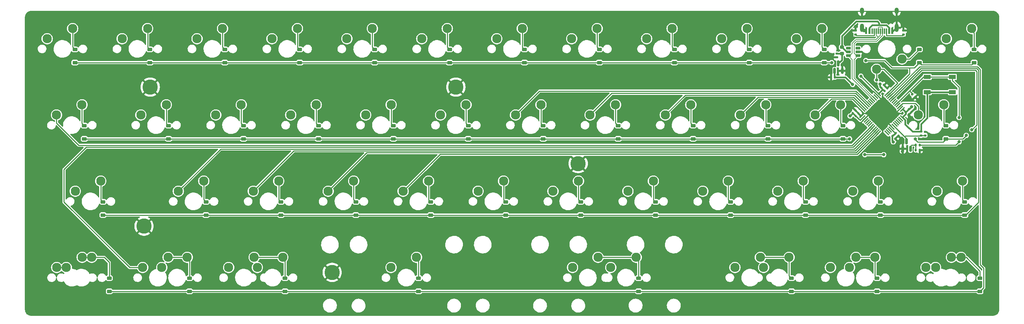
<source format=gbr>
%TF.GenerationSoftware,KiCad,Pcbnew,(7.99.0-267-g8440d7258b)*%
%TF.CreationDate,2023-05-07T03:38:39-07:00*%
%TF.ProjectId,minibaen r2,6d696e69-6261-4656-9e20-72322e6b6963,rev?*%
%TF.SameCoordinates,Original*%
%TF.FileFunction,Copper,L2,Bot*%
%TF.FilePolarity,Positive*%
%FSLAX46Y46*%
G04 Gerber Fmt 4.6, Leading zero omitted, Abs format (unit mm)*
G04 Created by KiCad (PCBNEW (7.99.0-267-g8440d7258b)) date 2023-05-07 03:38:39*
%MOMM*%
%LPD*%
G01*
G04 APERTURE LIST*
G04 Aperture macros list*
%AMRoundRect*
0 Rectangle with rounded corners*
0 $1 Rounding radius*
0 $2 $3 $4 $5 $6 $7 $8 $9 X,Y pos of 4 corners*
0 Add a 4 corners polygon primitive as box body*
4,1,4,$2,$3,$4,$5,$6,$7,$8,$9,$2,$3,0*
0 Add four circle primitives for the rounded corners*
1,1,$1+$1,$2,$3*
1,1,$1+$1,$4,$5*
1,1,$1+$1,$6,$7*
1,1,$1+$1,$8,$9*
0 Add four rect primitives between the rounded corners*
20,1,$1+$1,$2,$3,$4,$5,0*
20,1,$1+$1,$4,$5,$6,$7,0*
20,1,$1+$1,$6,$7,$8,$9,0*
20,1,$1+$1,$8,$9,$2,$3,0*%
G04 Aperture macros list end*
%TA.AperFunction,ComponentPad*%
%ADD10C,2.300000*%
%TD*%
%TA.AperFunction,ComponentPad*%
%ADD11C,3.800000*%
%TD*%
%TA.AperFunction,SMDPad,CuDef*%
%ADD12RoundRect,0.225000X0.375000X-0.225000X0.375000X0.225000X-0.375000X0.225000X-0.375000X-0.225000X0*%
%TD*%
%TA.AperFunction,SMDPad,CuDef*%
%ADD13RoundRect,0.140000X0.021213X-0.219203X0.219203X-0.021213X-0.021213X0.219203X-0.219203X0.021213X0*%
%TD*%
%TA.AperFunction,SMDPad,CuDef*%
%ADD14RoundRect,0.140000X-0.219203X-0.021213X-0.021213X-0.219203X0.219203X0.021213X0.021213X0.219203X0*%
%TD*%
%TA.AperFunction,SMDPad,CuDef*%
%ADD15RoundRect,0.135000X-0.185000X0.135000X-0.185000X-0.135000X0.185000X-0.135000X0.185000X0.135000X0*%
%TD*%
%TA.AperFunction,SMDPad,CuDef*%
%ADD16RoundRect,0.140000X-0.140000X-0.170000X0.140000X-0.170000X0.140000X0.170000X-0.140000X0.170000X0*%
%TD*%
%TA.AperFunction,SMDPad,CuDef*%
%ADD17RoundRect,0.150000X0.475000X0.150000X-0.475000X0.150000X-0.475000X-0.150000X0.475000X-0.150000X0*%
%TD*%
%TA.AperFunction,SMDPad,CuDef*%
%ADD18R,1.700000X1.000000*%
%TD*%
%TA.AperFunction,SMDPad,CuDef*%
%ADD19RoundRect,0.150000X0.150000X-0.587500X0.150000X0.587500X-0.150000X0.587500X-0.150000X-0.587500X0*%
%TD*%
%TA.AperFunction,SMDPad,CuDef*%
%ADD20RoundRect,0.140000X0.140000X0.170000X-0.140000X0.170000X-0.140000X-0.170000X0.140000X-0.170000X0*%
%TD*%
%TA.AperFunction,SMDPad,CuDef*%
%ADD21RoundRect,0.135000X-0.135000X-0.185000X0.135000X-0.185000X0.135000X0.185000X-0.135000X0.185000X0*%
%TD*%
%TA.AperFunction,SMDPad,CuDef*%
%ADD22RoundRect,0.135000X-0.226274X-0.035355X-0.035355X-0.226274X0.226274X0.035355X0.035355X0.226274X0*%
%TD*%
%TA.AperFunction,SMDPad,CuDef*%
%ADD23RoundRect,0.075000X0.521491X-0.415425X-0.415425X0.521491X-0.521491X0.415425X0.415425X-0.521491X0*%
%TD*%
%TA.AperFunction,SMDPad,CuDef*%
%ADD24RoundRect,0.075000X0.521491X0.415425X0.415425X0.521491X-0.521491X-0.415425X-0.415425X-0.521491X0*%
%TD*%
%TA.AperFunction,SMDPad,CuDef*%
%ADD25RoundRect,0.140000X0.170000X-0.140000X0.170000X0.140000X-0.170000X0.140000X-0.170000X-0.140000X0*%
%TD*%
%TA.AperFunction,SMDPad,CuDef*%
%ADD26R,0.600000X1.450000*%
%TD*%
%TA.AperFunction,SMDPad,CuDef*%
%ADD27R,0.300000X1.450000*%
%TD*%
%TA.AperFunction,ComponentPad*%
%ADD28O,1.000000X1.600000*%
%TD*%
%TA.AperFunction,ComponentPad*%
%ADD29O,1.000000X2.100000*%
%TD*%
%TA.AperFunction,SMDPad,CuDef*%
%ADD30RoundRect,0.218750X-0.256250X0.218750X-0.256250X-0.218750X0.256250X-0.218750X0.256250X0.218750X0*%
%TD*%
%TA.AperFunction,ViaPad*%
%ADD31C,0.800000*%
%TD*%
%TA.AperFunction,Conductor*%
%ADD32C,0.250000*%
%TD*%
%TA.AperFunction,Conductor*%
%ADD33C,0.381000*%
%TD*%
%TA.AperFunction,Conductor*%
%ADD34C,0.254000*%
%TD*%
%TA.AperFunction,Conductor*%
%ADD35C,0.300000*%
%TD*%
%TA.AperFunction,Conductor*%
%ADD36C,0.200000*%
%TD*%
G04 APERTURE END LIST*
D10*
%TO.P,SW25,1,1*%
%TO.N,col12*%
X213345000Y-16510000D03*
%TO.P,SW25,2,2*%
%TO.N,Net-(D25-A)*%
X219695000Y-13970000D03*
%TD*%
%TO.P,SW35,1,1*%
%TO.N,col10*%
X178320000Y-35560000D03*
%TO.P,SW35,2,2*%
%TO.N,Net-(D35-A)*%
X184670000Y-33020000D03*
%TD*%
%TO.P,SW21,1,1*%
%TO.N,col7*%
X131538277Y-16510000D03*
%TO.P,SW21,2,2*%
%TO.N,Net-(D21-A)*%
X137888277Y-13970000D03*
%TD*%
%TO.P,SW31,1,1*%
%TO.N,col6*%
X103600000Y-35560000D03*
%TO.P,SW31,2,2*%
%TO.N,Net-(D31-A)*%
X109950000Y-33020000D03*
%TD*%
%TO.P,SW39,1,1*%
%TO.N,col1*%
X20002500Y-54610000D03*
%TO.P,SW39,2,2*%
%TO.N,Net-(D39-A)*%
X26352500Y-52070000D03*
%TD*%
%TO.P,SW53,1,1*%
%TO.N,col11*%
X191452500Y-54610000D03*
%TO.P,SW53,2,2*%
%TO.N,Net-(D44-A)*%
X197802500Y-52070000D03*
%TD*%
%TO.P,SW28,1,1*%
%TO.N,col3*%
X47560000Y-35560000D03*
%TO.P,SW28,2,2*%
%TO.N,Net-(D28-A)*%
X53910000Y-33020000D03*
%TD*%
%TO.P,SW23,1,1*%
%TO.N,col9*%
X168980000Y-16510000D03*
%TO.P,SW23,2,2*%
%TO.N,Net-(D23-A)*%
X175330000Y-13970000D03*
%TD*%
%TO.P,SW19,1,1*%
%TO.N,col5*%
X94260000Y-16510000D03*
%TO.P,SW19,2,2*%
%TO.N,Net-(D19-A)*%
X100610000Y-13970000D03*
%TD*%
%TO.P,SW7,1,1*%
%TO.N,col6*%
X108270000Y2540000D03*
%TO.P,SW7,2,2*%
%TO.N,Net-(D7-A)*%
X114620000Y5080000D03*
%TD*%
%TO.P,SW41,1,1*%
%TO.N,col5*%
X81915000Y-54610000D03*
%TO.P,SW41,2,2*%
%TO.N,Net-(D41-A)*%
X88265000Y-52070000D03*
%TD*%
%TO.P,SW13,1,1*%
%TO.N,col12*%
X220350000Y2540000D03*
%TO.P,SW13,2,2*%
%TO.N,Net-(D13-A)*%
X226700000Y5080000D03*
%TD*%
D11*
%TO.P,H1,1,1*%
%TO.N,GND*%
X21877500Y-9542500D03*
%TD*%
D10*
%TO.P,SW33,1,1*%
%TO.N,col8*%
X140960000Y-35560000D03*
%TO.P,SW33,2,2*%
%TO.N,Net-(D33-A)*%
X147310000Y-33020000D03*
%TD*%
%TO.P,SW20,1,1*%
%TO.N,col6*%
X112940000Y-16510000D03*
%TO.P,SW20,2,2*%
%TO.N,Net-(D20-A)*%
X119290000Y-13970000D03*
%TD*%
%TO.P,SW29,1,1*%
%TO.N,col4*%
X66240000Y-35560000D03*
%TO.P,SW29,2,2*%
%TO.N,Net-(D29-A)*%
X72590000Y-33020000D03*
%TD*%
%TO.P,SW14,1,1*%
%TO.N,col0*%
X-1475000Y-16510000D03*
%TO.P,SW14,2,2*%
%TO.N,Net-(D14-A)*%
X4875000Y-13970000D03*
%TD*%
%TO.P,SW15,1,1*%
%TO.N,col1*%
X19540000Y-16510000D03*
%TO.P,SW15,2,2*%
%TO.N,Net-(D15-A)*%
X25890000Y-13970000D03*
%TD*%
%TO.P,SW18,1,1*%
%TO.N,col4*%
X75580000Y-16510000D03*
%TO.P,SW18,2,2*%
%TO.N,Net-(D18-A)*%
X81930000Y-13970000D03*
%TD*%
%TO.P,SW30,1,1*%
%TO.N,col5*%
X84920000Y-35560000D03*
%TO.P,SW30,2,2*%
%TO.N,Net-(D30-A)*%
X91270000Y-33020000D03*
%TD*%
%TO.P,SW4,1,1*%
%TO.N,col3*%
X52230000Y2540000D03*
%TO.P,SW4,2,2*%
%TO.N,Net-(D4-A)*%
X58580000Y5080000D03*
%TD*%
%TO.P,SW5,1,1*%
%TO.N,col4*%
X70910000Y2540000D03*
%TO.P,SW5,2,2*%
%TO.N,Net-(D5-A)*%
X77260000Y5080000D03*
%TD*%
%TO.P,SW10,1,1*%
%TO.N,col9*%
X164310000Y2540000D03*
%TO.P,SW10,2,2*%
%TO.N,Net-(D10-A)*%
X170660000Y5080000D03*
%TD*%
%TO.P,SW36,1,1*%
%TO.N,col11*%
X197000000Y-35560000D03*
%TO.P,SW36,2,2*%
%TO.N,Net-(D36-A)*%
X203350000Y-33020000D03*
%TD*%
%TO.P,SW9,1,1*%
%TO.N,col8*%
X145630000Y2540000D03*
%TO.P,SW9,2,2*%
%TO.N,Net-(D9-A)*%
X151980000Y5080000D03*
%TD*%
%TO.P,SW49,1,1*%
%TO.N,col3*%
X48577500Y-54610000D03*
%TO.P,SW49,2,2*%
%TO.N,Net-(D40-A)*%
X54927500Y-52070000D03*
%TD*%
%TO.P,SW42,1,1*%
%TO.N,col8*%
X136683750Y-54610000D03*
%TO.P,SW42,2,2*%
%TO.N,Net-(D42-A)*%
X143033750Y-52070000D03*
%TD*%
%TO.P,SW24,1,1*%
%TO.N,col10*%
X187660000Y-16510000D03*
%TO.P,SW24,2,2*%
%TO.N,Net-(D24-A)*%
X194010000Y-13970000D03*
%TD*%
%TO.P,SW37,1,1*%
%TO.N,col12*%
X218015000Y-35560000D03*
%TO.P,SW37,2,2*%
%TO.N,Net-(D37-A)*%
X224365000Y-33020000D03*
%TD*%
%TO.P,SW48,1,1*%
%TO.N,col1*%
X24765000Y-54610000D03*
%TO.P,SW48,2,2*%
%TO.N,Net-(D39-A)*%
X31115000Y-52070000D03*
%TD*%
D11*
%TO.P,H2,1,1*%
%TO.N,GND*%
X98077500Y-9542500D03*
%TD*%
D10*
%TO.P,SW45,1,1*%
%TO.N,col12*%
X217646250Y-54610000D03*
%TO.P,SW45,2,2*%
%TO.N,Net-(D45-A)*%
X223996250Y-52070000D03*
%TD*%
%TO.P,SW34,1,1*%
%TO.N,col9*%
X159640000Y-35560000D03*
%TO.P,SW34,2,2*%
%TO.N,Net-(D34-A)*%
X165990000Y-33020000D03*
%TD*%
%TO.P,SW26,1,1*%
%TO.N,col0*%
X3195000Y-35560000D03*
%TO.P,SW26,2,2*%
%TO.N,Net-(D26-A)*%
X9545000Y-33020000D03*
%TD*%
%TO.P,SW3,1,1*%
%TO.N,col2*%
X33550000Y2540000D03*
%TO.P,SW3,2,2*%
%TO.N,Net-(D3-A)*%
X39900000Y5080000D03*
%TD*%
%TO.P,SW2,1,1*%
%TO.N,col1*%
X14870000Y2540000D03*
%TO.P,SW2,2,2*%
%TO.N,Net-(D2-A)*%
X21220000Y5080000D03*
%TD*%
%TO.P,SW54,1,1*%
%TO.N,col12*%
X215265000Y-54610000D03*
%TO.P,SW54,2,2*%
%TO.N,Net-(D45-A)*%
X221615000Y-52070000D03*
%TD*%
%TO.P,SW47,1,1*%
%TO.N,col0*%
X952500Y-54610000D03*
%TO.P,SW47,2,2*%
%TO.N,Net-(D38-A)*%
X7302500Y-52070000D03*
%TD*%
D11*
%TO.P,H3,1,1*%
%TO.N,GND*%
X128564800Y-28642500D03*
%TD*%
D10*
%TO.P,SW8,1,1*%
%TO.N,col7*%
X126950000Y2540000D03*
%TO.P,SW8,2,2*%
%TO.N,Net-(D8-A)*%
X133300000Y5080000D03*
%TD*%
%TO.P,SW40,1,1*%
%TO.N,col3*%
X41433750Y-54610000D03*
%TO.P,SW40,2,2*%
%TO.N,Net-(D40-A)*%
X47783750Y-52070000D03*
%TD*%
%TO.P,SW17,1,1*%
%TO.N,col3*%
X56900000Y-16510000D03*
%TO.P,SW17,2,2*%
%TO.N,Net-(D17-A)*%
X63250000Y-13970000D03*
%TD*%
%TO.P,SW16,1,1*%
%TO.N,col2*%
X38220000Y-16510000D03*
%TO.P,SW16,2,2*%
%TO.N,Net-(D16-A)*%
X44570000Y-13970000D03*
%TD*%
%TO.P,SW51,1,1*%
%TO.N,col8*%
X127158750Y-54610000D03*
%TO.P,SW51,2,2*%
%TO.N,Net-(D42-A)*%
X133508750Y-52070000D03*
%TD*%
D11*
%TO.P,H5,1,1*%
%TO.N,GND*%
X67227500Y-55842400D03*
%TD*%
D10*
%TO.P,SW32,1,1*%
%TO.N,col7*%
X122280000Y-35560000D03*
%TO.P,SW32,2,2*%
%TO.N,Net-(D32-A)*%
X128630000Y-33020000D03*
%TD*%
%TO.P,SW44,1,1*%
%TO.N,col11*%
X196215000Y-54610000D03*
%TO.P,SW44,2,2*%
%TO.N,Net-(D44-A)*%
X202565000Y-52070000D03*
%TD*%
D11*
%TO.P,H4,1,1*%
%TO.N,GND*%
X20327500Y-44292400D03*
%TD*%
D10*
%TO.P,SW6,1,1*%
%TO.N,col5*%
X89590000Y2540000D03*
%TO.P,SW6,2,2*%
%TO.N,Net-(D6-A)*%
X95940000Y5080000D03*
%TD*%
%TO.P,SW11,1,1*%
%TO.N,col10*%
X182990000Y2540000D03*
%TO.P,SW11,2,2*%
%TO.N,Net-(D11-A)*%
X189340000Y5080000D03*
%TD*%
%TO.P,SW38,1,1*%
%TO.N,col0*%
X-1428750Y-54610000D03*
%TO.P,SW38,2,2*%
%TO.N,Net-(D38-A)*%
X4921250Y-52070000D03*
%TD*%
%TO.P,SW22,1,1*%
%TO.N,col8*%
X150300000Y-16510000D03*
%TO.P,SW22,2,2*%
%TO.N,Net-(D22-A)*%
X156650000Y-13970000D03*
%TD*%
%TO.P,SW1,1,1*%
%TO.N,col0*%
X-3810000Y2540000D03*
%TO.P,SW1,2,2*%
%TO.N,Net-(D1-A)*%
X2540000Y5080000D03*
%TD*%
%TO.P,SW27,1,1*%
%TO.N,col2*%
X28880000Y-35560000D03*
%TO.P,SW27,2,2*%
%TO.N,Net-(D27-A)*%
X35230000Y-33020000D03*
%TD*%
%TO.P,SW12,1,1*%
%TO.N,Net-(D12-A)*%
X209290000Y-2540000D03*
%TO.P,SW12,2,2*%
%TO.N,col11*%
X202940000Y-5080000D03*
%TD*%
%TO.P,SW43,1,1*%
%TO.N,col10*%
X174783750Y-54610000D03*
%TO.P,SW43,2,2*%
%TO.N,Net-(D43-A)*%
X181133750Y-52070000D03*
%TD*%
%TO.P,SW52,1,1*%
%TO.N,col10*%
X167640000Y-54610000D03*
%TO.P,SW52,2,2*%
%TO.N,Net-(D43-A)*%
X173990000Y-52070000D03*
%TD*%
D12*
%TO.P,D41,1,K*%
%TO.N,row3*%
X88773000Y-60578000D03*
%TO.P,D41,2,A*%
%TO.N,Net-(D41-A)*%
X88773000Y-57278000D03*
%TD*%
D13*
%TO.P,C11,1*%
%TO.N,+3V3*%
X197030589Y-16049411D03*
%TO.P,C11,2*%
%TO.N,GND*%
X197709411Y-15370589D03*
%TD*%
D12*
%TO.P,D8,1,K*%
%TO.N,row0*%
X133860000Y-3428000D03*
%TO.P,D8,2,A*%
%TO.N,Net-(D8-A)*%
X133860000Y-128000D03*
%TD*%
D13*
%TO.P,C10,1*%
%TO.N,+3V3*%
X197739000Y-16748572D03*
%TO.P,C10,2*%
%TO.N,GND*%
X198417822Y-16069750D03*
%TD*%
D14*
%TO.P,C13,1*%
%TO.N,+3V3*%
X207660589Y-21020589D03*
%TO.P,C13,2*%
%TO.N,GND*%
X208339411Y-21699411D03*
%TD*%
D12*
%TO.P,D27,1,K*%
%TO.N,row2*%
X35790000Y-41528000D03*
%TO.P,D27,2,A*%
%TO.N,Net-(D27-A)*%
X35790000Y-38228000D03*
%TD*%
%TO.P,D12,1,K*%
%TO.N,row0*%
X213614000Y-3428000D03*
%TO.P,D12,2,A*%
%TO.N,Net-(D12-A)*%
X213614000Y-128000D03*
%TD*%
D15*
%TO.P,R10,1*%
%TO.N,+3V3*%
X214035000Y-20661000D03*
%TO.P,R10,2*%
%TO.N,NRST*%
X214035000Y-21681000D03*
%TD*%
D12*
%TO.P,D6,1,K*%
%TO.N,row0*%
X96500000Y-3428000D03*
%TO.P,D6,2,A*%
%TO.N,Net-(D6-A)*%
X96500000Y-128000D03*
%TD*%
D13*
%TO.P,C9,1*%
%TO.N,+3V3*%
X204130589Y-9737411D03*
%TO.P,C9,2*%
%TO.N,GND*%
X204809411Y-9058589D03*
%TD*%
D12*
%TO.P,D32,1,K*%
%TO.N,row2*%
X129190000Y-41528000D03*
%TO.P,D32,2,A*%
%TO.N,Net-(D32-A)*%
X129190000Y-38228000D03*
%TD*%
%TO.P,D25,1,K*%
%TO.N,row1*%
X220255000Y-22478000D03*
%TO.P,D25,2,A*%
%TO.N,Net-(D25-A)*%
X220255000Y-19178000D03*
%TD*%
%TO.P,D11,1,K*%
%TO.N,row0*%
X189900000Y-3428000D03*
%TO.P,D11,2,A*%
%TO.N,Net-(D11-A)*%
X189900000Y-128000D03*
%TD*%
%TO.P,D24,1,K*%
%TO.N,row1*%
X194570000Y-22478000D03*
%TO.P,D24,2,A*%
%TO.N,Net-(D24-A)*%
X194570000Y-19178000D03*
%TD*%
%TO.P,D42,1,K*%
%TO.N,row3*%
X143637000Y-60578000D03*
%TO.P,D42,2,A*%
%TO.N,Net-(D42-A)*%
X143637000Y-57278000D03*
%TD*%
%TO.P,D7,1,K*%
%TO.N,row0*%
X115180000Y-3428000D03*
%TO.P,D7,2,A*%
%TO.N,Net-(D7-A)*%
X115180000Y-128000D03*
%TD*%
%TO.P,D37,1,K*%
%TO.N,row2*%
X224925000Y-41528000D03*
%TO.P,D37,2,A*%
%TO.N,Net-(D37-A)*%
X224925000Y-38228000D03*
%TD*%
D16*
%TO.P,C17,1*%
%TO.N,GND*%
X191572000Y-7112000D03*
%TO.P,C17,2*%
%TO.N,+3V3*%
X192532000Y-7112000D03*
%TD*%
D13*
%TO.P,C8,1*%
%TO.N,+3V3*%
X204902000Y-10496000D03*
%TO.P,C8,2*%
%TO.N,GND*%
X205580822Y-9817178D03*
%TD*%
D12*
%TO.P,D38,1,K*%
%TO.N,row3*%
X11674995Y-60578000D03*
%TO.P,D38,2,A*%
%TO.N,Net-(D38-A)*%
X11674995Y-57278000D03*
%TD*%
D17*
%TO.P,U3,1,IO1*%
%TO.N,unconnected-(U3-IO1-Pad1)*%
X198279000Y188000D03*
%TO.P,U3,2,VN*%
%TO.N,GND*%
X198279000Y-762000D03*
%TO.P,U3,3,IO2*%
%TO.N,D+*%
X198279000Y-1712000D03*
%TO.P,U3,4,IO3*%
%TO.N,D-*%
X195929000Y-1712000D03*
%TO.P,U3,5,VP*%
%TO.N,VBUS*%
X195929000Y-762000D03*
%TO.P,U3,6,IO4*%
%TO.N,unconnected-(U3-IO4-Pad6)*%
X195929000Y188000D03*
%TD*%
D12*
%TO.P,D44,1,K*%
%TO.N,row3*%
X203073000Y-60578000D03*
%TO.P,D44,2,A*%
%TO.N,Net-(D44-A)*%
X203073000Y-57278000D03*
%TD*%
D18*
%TO.P,SW46,1,1*%
%TO.N,BOOT0*%
X221861572Y-6994999D03*
X215561572Y-6994999D03*
%TO.P,SW46,2,2*%
%TO.N,+3V3*%
X221861572Y-10794999D03*
X215561572Y-10794999D03*
%TD*%
D12*
%TO.P,D5,1,K*%
%TO.N,row0*%
X77820000Y-3428000D03*
%TO.P,D5,2,A*%
%TO.N,Net-(D5-A)*%
X77820000Y-128000D03*
%TD*%
%TO.P,D13,1,K*%
%TO.N,row0*%
X227260000Y-3428000D03*
%TO.P,D13,2,A*%
%TO.N,Net-(D13-A)*%
X227260000Y-128000D03*
%TD*%
D19*
%TO.P,Q1,1,G*%
%TO.N,Net-(Q1-G)*%
X211389000Y-24940500D03*
%TO.P,Q1,2,S*%
%TO.N,GND*%
X209489000Y-24940500D03*
%TO.P,Q1,3,D*%
%TO.N,NRST*%
X210439000Y-23065500D03*
%TD*%
D14*
%TO.P,C15,1*%
%TO.N,+3V3*%
X211030178Y-15069178D03*
%TO.P,C15,2*%
%TO.N,GND*%
X211709000Y-15748000D03*
%TD*%
D12*
%TO.P,D39,1,K*%
%TO.N,row3*%
X31675000Y-60578000D03*
%TO.P,D39,2,A*%
%TO.N,Net-(D39-A)*%
X31675000Y-57278000D03*
%TD*%
%TO.P,D36,1,K*%
%TO.N,row2*%
X203910000Y-41528000D03*
%TO.P,D36,2,A*%
%TO.N,Net-(D36-A)*%
X203910000Y-38228000D03*
%TD*%
%TO.P,D30,1,K*%
%TO.N,row2*%
X91830000Y-41528000D03*
%TO.P,D30,2,A*%
%TO.N,Net-(D30-A)*%
X91830000Y-38228000D03*
%TD*%
%TO.P,D22,1,K*%
%TO.N,row1*%
X157210000Y-22478000D03*
%TO.P,D22,2,A*%
%TO.N,Net-(D22-A)*%
X157210000Y-19178000D03*
%TD*%
%TO.P,D3,1,K*%
%TO.N,row0*%
X40460000Y-3428000D03*
%TO.P,D3,2,A*%
%TO.N,Net-(D3-A)*%
X40460000Y-128000D03*
%TD*%
%TO.P,D28,1,K*%
%TO.N,row2*%
X54470000Y-41528000D03*
%TO.P,D28,2,A*%
%TO.N,Net-(D28-A)*%
X54470000Y-38228000D03*
%TD*%
%TO.P,D40,1,K*%
%TO.N,row3*%
X55487500Y-60578000D03*
%TO.P,D40,2,A*%
%TO.N,Net-(D40-A)*%
X55487500Y-57278000D03*
%TD*%
D20*
%TO.P,C19,1*%
%TO.N,BOOT0*%
X213685000Y-24003000D03*
%TO.P,C19,2*%
%TO.N,Net-(Q1-G)*%
X212725000Y-24003000D03*
%TD*%
D12*
%TO.P,D1,1,K*%
%TO.N,row0*%
X3100000Y-3428000D03*
%TO.P,D1,2,A*%
%TO.N,Net-(D1-A)*%
X3100000Y-128000D03*
%TD*%
%TO.P,D15,1,K*%
%TO.N,row1*%
X26450000Y-22478000D03*
%TO.P,D15,2,A*%
%TO.N,Net-(D15-A)*%
X26450000Y-19178000D03*
%TD*%
%TO.P,D43,1,K*%
%TO.N,row3*%
X181737000Y-60578000D03*
%TO.P,D43,2,A*%
%TO.N,Net-(D43-A)*%
X181737000Y-57278000D03*
%TD*%
%TO.P,D19,1,K*%
%TO.N,row1*%
X101170000Y-22478000D03*
%TO.P,D19,2,A*%
%TO.N,Net-(D19-A)*%
X101170000Y-19178000D03*
%TD*%
%TO.P,D31,1,K*%
%TO.N,row2*%
X110510000Y-41528000D03*
%TO.P,D31,2,A*%
%TO.N,Net-(D31-A)*%
X110510000Y-38228000D03*
%TD*%
%TO.P,D17,1,K*%
%TO.N,row1*%
X63810000Y-22478000D03*
%TO.P,D17,2,A*%
%TO.N,Net-(D17-A)*%
X63810000Y-19178000D03*
%TD*%
D21*
%TO.P,R12,1*%
%TO.N,Net-(Q1-G)*%
X212723000Y-25273000D03*
%TO.P,R12,2*%
%TO.N,GND*%
X213743000Y-25273000D03*
%TD*%
D12*
%TO.P,D2,1,K*%
%TO.N,row0*%
X21780000Y-3428000D03*
%TO.P,D2,2,A*%
%TO.N,Net-(D2-A)*%
X21780000Y-128000D03*
%TD*%
D15*
%TO.P,R8,1*%
%TO.N,GND*%
X197739000Y4574000D03*
%TO.P,R8,2*%
%TO.N,Net-(J1-CC1)*%
X197739000Y3554000D03*
%TD*%
D22*
%TO.P,R11,1*%
%TO.N,BOOT0*%
X211856376Y-11323376D03*
%TO.P,R11,2*%
%TO.N,GND*%
X212577624Y-12044624D03*
%TD*%
D19*
%TO.P,U4,1,GND*%
%TO.N,GND*%
X194371000Y-5509500D03*
%TO.P,U4,2,VO*%
%TO.N,+3V3*%
X192471000Y-5509500D03*
%TO.P,U4,3,VI*%
%TO.N,+5V*%
X193421000Y-3634500D03*
%TD*%
D14*
%TO.P,C12,1*%
%TO.N,+3V3*%
X206924589Y-21758589D03*
%TO.P,C12,2*%
%TO.N,GND*%
X207603411Y-22437411D03*
%TD*%
D12*
%TO.P,D18,1,K*%
%TO.N,row1*%
X82490000Y-22478000D03*
%TO.P,D18,2,A*%
%TO.N,Net-(D18-A)*%
X82490000Y-19178000D03*
%TD*%
%TO.P,D21,1,K*%
%TO.N,row1*%
X138530000Y-22478000D03*
%TO.P,D21,2,A*%
%TO.N,Net-(D21-A)*%
X138530000Y-19178000D03*
%TD*%
%TO.P,D20,1,K*%
%TO.N,row1*%
X119850000Y-22478000D03*
%TO.P,D20,2,A*%
%TO.N,Net-(D20-A)*%
X119850000Y-19178000D03*
%TD*%
D23*
%TO.P,U5,1,VBAT*%
%TO.N,+3V3*%
X209357876Y-17127788D03*
%TO.P,U5,2,PC13*%
%TO.N,unconnected-(U5-PC13-Pad2)*%
X209004322Y-17481342D03*
%TO.P,U5,3,PC14*%
%TO.N,unconnected-(U5-PC14-Pad3)*%
X208650769Y-17834895D03*
%TO.P,U5,4,PC15*%
%TO.N,unconnected-(U5-PC15-Pad4)*%
X208297215Y-18188449D03*
%TO.P,U5,5,PF0*%
%TO.N,unconnected-(U5-PF0-Pad5)*%
X207943662Y-18542002D03*
%TO.P,U5,6,PF1*%
%TO.N,unconnected-(U5-PF1-Pad6)*%
X207590109Y-18895555D03*
%TO.P,U5,7,NRST*%
%TO.N,NRST*%
X207236555Y-19249109D03*
%TO.P,U5,8,VSSA*%
%TO.N,GND*%
X206883002Y-19602662D03*
%TO.P,U5,9,VDDA*%
%TO.N,+3V3*%
X206529449Y-19956215D03*
%TO.P,U5,10,PA0*%
%TO.N,unconnected-(U5-PA0-Pad10)*%
X206175895Y-20309769D03*
%TO.P,U5,11,PA1*%
%TO.N,unconnected-(U5-PA1-Pad11)*%
X205822342Y-20663322D03*
%TO.P,U5,12,PA2*%
%TO.N,unconnected-(U5-PA2-Pad12)*%
X205468788Y-21016876D03*
D24*
%TO.P,U5,13,PA3*%
%TO.N,col5*%
X203471212Y-21016876D03*
%TO.P,U5,14,PA4*%
%TO.N,col4*%
X203117658Y-20663322D03*
%TO.P,U5,15,PA5*%
%TO.N,col3*%
X202764105Y-20309769D03*
%TO.P,U5,16,PA6*%
%TO.N,col2*%
X202410551Y-19956215D03*
%TO.P,U5,17,PA7*%
%TO.N,col1*%
X202056998Y-19602662D03*
%TO.P,U5,18,PB0*%
%TO.N,col0*%
X201703445Y-19249109D03*
%TO.P,U5,19,PB1*%
%TO.N,unconnected-(U5-PB1-Pad19)*%
X201349891Y-18895555D03*
%TO.P,U5,20,PB2*%
%TO.N,unconnected-(U5-PB2-Pad20)*%
X200996338Y-18542002D03*
%TO.P,U5,21,PB10*%
%TO.N,unconnected-(U5-PB10-Pad21)*%
X200642785Y-18188449D03*
%TO.P,U5,22,PB11*%
%TO.N,unconnected-(U5-PB11-Pad22)*%
X200289231Y-17834895D03*
%TO.P,U5,23,VSS*%
%TO.N,GND*%
X199935678Y-17481342D03*
%TO.P,U5,24,VDD*%
%TO.N,+3V3*%
X199582124Y-17127788D03*
D23*
%TO.P,U5,25,PB12*%
%TO.N,col10*%
X199582124Y-15130212D03*
%TO.P,U5,26,PB13*%
%TO.N,col9*%
X199935678Y-14776658D03*
%TO.P,U5,27,PB14*%
%TO.N,col8*%
X200289231Y-14423105D03*
%TO.P,U5,28,PB15*%
%TO.N,col7*%
X200642785Y-14069551D03*
%TO.P,U5,29,PA8*%
%TO.N,col6*%
X200996338Y-13715998D03*
%TO.P,U5,30,PA9*%
%TO.N,unconnected-(U5-PA9-Pad30)*%
X201349891Y-13362445D03*
%TO.P,U5,31,PA10*%
%TO.N,unconnected-(U5-PA10-Pad31)*%
X201703445Y-13008891D03*
%TO.P,U5,32,PA11*%
%TO.N,D-*%
X202056998Y-12655338D03*
%TO.P,U5,33,PA12*%
%TO.N,D+*%
X202410551Y-12301785D03*
%TO.P,U5,34,PA13*%
%TO.N,unconnected-(U5-PA13-Pad34)*%
X202764105Y-11948231D03*
%TO.P,U5,35,VSS*%
%TO.N,GND*%
X203117658Y-11594678D03*
%TO.P,U5,36,VDDIO2*%
%TO.N,+3V3*%
X203471212Y-11241124D03*
D24*
%TO.P,U5,37,PA14*%
%TO.N,col11*%
X205468788Y-11241124D03*
%TO.P,U5,38,PA15*%
%TO.N,row0*%
X205822342Y-11594678D03*
%TO.P,U5,39,PB3*%
%TO.N,row3*%
X206175895Y-11948231D03*
%TO.P,U5,40,PB4*%
%TO.N,row2*%
X206529449Y-12301785D03*
%TO.P,U5,41,PB5*%
%TO.N,row1*%
X206883002Y-12655338D03*
%TO.P,U5,42,PB6*%
%TO.N,unconnected-(U5-PB6-Pad42)*%
X207236555Y-13008891D03*
%TO.P,U5,43,PB7*%
%TO.N,unconnected-(U5-PB7-Pad43)*%
X207590109Y-13362445D03*
%TO.P,U5,44,BOOT0*%
%TO.N,BOOT0*%
X207943662Y-13715998D03*
%TO.P,U5,45,PB8*%
%TO.N,unconnected-(U5-PB8-Pad45)*%
X208297215Y-14069551D03*
%TO.P,U5,46,PB9*%
%TO.N,col12*%
X208650769Y-14423105D03*
%TO.P,U5,47,VSS*%
%TO.N,GND*%
X209004322Y-14776658D03*
%TO.P,U5,48,VDD*%
%TO.N,+3V3*%
X209357876Y-15130212D03*
%TD*%
D12*
%TO.P,D14,1,K*%
%TO.N,row1*%
X5435000Y-22478000D03*
%TO.P,D14,2,A*%
%TO.N,Net-(D14-A)*%
X5435000Y-19178000D03*
%TD*%
%TO.P,D9,1,K*%
%TO.N,row0*%
X152540000Y-3428000D03*
%TO.P,D9,2,A*%
%TO.N,Net-(D9-A)*%
X152540000Y-128000D03*
%TD*%
%TO.P,D4,1,K*%
%TO.N,row0*%
X59140000Y-3428000D03*
%TO.P,D4,2,A*%
%TO.N,Net-(D4-A)*%
X59140000Y-128000D03*
%TD*%
D25*
%TO.P,C16,1*%
%TO.N,GND*%
X193040000Y-2131000D03*
%TO.P,C16,2*%
%TO.N,+5V*%
X193040000Y-1171000D03*
%TD*%
D12*
%TO.P,D45,1,K*%
%TO.N,row3*%
X228727000Y-60578000D03*
%TO.P,D45,2,A*%
%TO.N,Net-(D45-A)*%
X228727000Y-57278000D03*
%TD*%
%TO.P,D35,1,K*%
%TO.N,row2*%
X185230000Y-41528000D03*
%TO.P,D35,2,A*%
%TO.N,Net-(D35-A)*%
X185230000Y-38228000D03*
%TD*%
%TO.P,D34,1,K*%
%TO.N,row2*%
X166550000Y-41528000D03*
%TO.P,D34,2,A*%
%TO.N,Net-(D34-A)*%
X166550000Y-38228000D03*
%TD*%
%TO.P,D10,1,K*%
%TO.N,row0*%
X171220000Y-3428000D03*
%TO.P,D10,2,A*%
%TO.N,Net-(D10-A)*%
X171220000Y-128000D03*
%TD*%
D15*
%TO.P,R9,1*%
%TO.N,GND*%
X209677000Y4574000D03*
%TO.P,R9,2*%
%TO.N,Net-(J1-CC2)*%
X209677000Y3554000D03*
%TD*%
D12*
%TO.P,D33,1,K*%
%TO.N,row2*%
X147870000Y-41528000D03*
%TO.P,D33,2,A*%
%TO.N,Net-(D33-A)*%
X147870000Y-38228000D03*
%TD*%
D26*
%TO.P,J1,A1,GND*%
%TO.N,GND*%
X200371499Y4388999D03*
%TO.P,J1,A4,VBUS*%
%TO.N,VBUS*%
X201171499Y4388999D03*
D27*
%TO.P,J1,A5,CC1*%
%TO.N,Net-(J1-CC1)*%
X202371499Y4388999D03*
%TO.P,J1,A6,D+*%
%TO.N,D+*%
X203371499Y4388999D03*
%TO.P,J1,A7,D-*%
%TO.N,D-*%
X203871499Y4388999D03*
%TO.P,J1,A8,SBU1*%
%TO.N,unconnected-(J1-SBU1-PadA8)*%
X204871499Y4388999D03*
D26*
%TO.P,J1,A9,VBUS*%
%TO.N,VBUS*%
X206071499Y4388999D03*
%TO.P,J1,A12,GND*%
%TO.N,GND*%
X206871499Y4388999D03*
%TO.P,J1,B1,GND*%
X206871499Y4388999D03*
%TO.P,J1,B4,VBUS*%
%TO.N,VBUS*%
X206071499Y4388999D03*
D27*
%TO.P,J1,B5,CC2*%
%TO.N,Net-(J1-CC2)*%
X205371499Y4388999D03*
%TO.P,J1,B6,D+*%
%TO.N,D+*%
X204371499Y4388999D03*
%TO.P,J1,B7,D-*%
%TO.N,D-*%
X202871499Y4388999D03*
%TO.P,J1,B8,SBU2*%
%TO.N,unconnected-(J1-SBU2-PadB8)*%
X201871499Y4388999D03*
D26*
%TO.P,J1,B9,VBUS*%
%TO.N,VBUS*%
X201171499Y4388999D03*
%TO.P,J1,B12,GND*%
%TO.N,GND*%
X200371499Y4388999D03*
D28*
%TO.P,J1,S1,SHIELD*%
X199301499Y9483999D03*
D29*
X199301499Y5303999D03*
D28*
X207941499Y9483999D03*
D29*
X207941499Y5303999D03*
%TD*%
D12*
%TO.P,D29,1,K*%
%TO.N,row2*%
X73150000Y-41528000D03*
%TO.P,D29,2,A*%
%TO.N,Net-(D29-A)*%
X73150000Y-38228000D03*
%TD*%
%TO.P,D26,1,K*%
%TO.N,row2*%
X10105000Y-41528000D03*
%TO.P,D26,2,A*%
%TO.N,Net-(D26-A)*%
X10105000Y-38228000D03*
%TD*%
%TO.P,D23,1,K*%
%TO.N,row1*%
X175890000Y-22478000D03*
%TO.P,D23,2,A*%
%TO.N,Net-(D23-A)*%
X175890000Y-19178000D03*
%TD*%
D14*
%TO.P,C14,1*%
%TO.N,+3V3*%
X210268178Y-15831178D03*
%TO.P,C14,2*%
%TO.N,GND*%
X210947000Y-16510000D03*
%TD*%
D30*
%TO.P,F2,1*%
%TO.N,VBUS*%
X194310000Y406500D03*
%TO.P,F2,2*%
%TO.N,+5V*%
X194310000Y-1168500D03*
%TD*%
D25*
%TO.P,C18,1*%
%TO.N,NRST*%
X215051000Y-21653000D03*
%TO.P,C18,2*%
%TO.N,GND*%
X215051000Y-20693000D03*
%TD*%
D12*
%TO.P,D16,1,K*%
%TO.N,row1*%
X45130000Y-22478000D03*
%TO.P,D16,2,A*%
%TO.N,Net-(D16-A)*%
X45130000Y-19178000D03*
%TD*%
D31*
%TO.N,GND*%
X216154000Y-21463000D03*
%TO.N,+3V3*%
X211709000Y-14478000D03*
%TO.N,GND*%
X211074000Y-17526000D03*
%TO.N,col11*%
X202946000Y-7747000D03*
%TO.N,GND*%
X209423000Y-25654000D03*
X192052000Y-2131000D03*
X214757000Y-25273000D03*
X209677000Y5715000D03*
X213233000Y-12700000D03*
X205486000Y-8382000D03*
X196977000Y-14605000D03*
X200152000Y-1651000D03*
X208407000Y-23203500D03*
X195580000Y-5461000D03*
X197738647Y5588353D03*
%TO.N,+3V3*%
X203835000Y-8763000D03*
X199048544Y-6818456D03*
X196342000Y-16764000D03*
X196977000Y-8890000D03*
X207115336Y-23230113D03*
%TO.N,row0*%
X200279000Y-2921000D03*
X191770000Y-3429000D03*
%TO.N,row1*%
X204724000Y-26416000D03*
X225298000Y-21590000D03*
X196215000Y-22479000D03*
X226695000Y-20193000D03*
X212620500Y-22479000D03*
X200025000Y-26416000D03*
%TO.N,BOOT0*%
X223520000Y-23202500D03*
X223520000Y-17145000D03*
%TD*%
D32*
%TO.N,col1*%
X20002500Y-54610000D02*
X16737944Y-54610000D01*
X16737944Y-54610000D02*
X381000Y-38253056D01*
X381000Y-38253056D02*
X381000Y-30099000D01*
X381000Y-30099000D02*
X5930000Y-24550000D01*
X5930000Y-24550000D02*
X197109660Y-24550000D01*
X197109660Y-24550000D02*
X202056998Y-19602662D01*
D33*
%TO.N,+3V3*%
X210268178Y-15831178D02*
X210268178Y-16217486D01*
X209386513Y-17099151D02*
X210058000Y-17770638D01*
X210268178Y-16217486D02*
X209386513Y-17099151D01*
X210058000Y-17770638D02*
X210058000Y-18822687D01*
X210058000Y-18822687D02*
X211896313Y-20661000D01*
X211896313Y-20661000D02*
X214035000Y-20661000D01*
X215561573Y-10795000D02*
X215561573Y-17271376D01*
X215561573Y-17271376D02*
X214035000Y-18797949D01*
X214035000Y-18797949D02*
X214035000Y-20661000D01*
%TO.N,GND*%
X215384000Y-20693000D02*
X216154000Y-21463000D01*
X215051000Y-20693000D02*
X215384000Y-20693000D01*
D34*
%TO.N,NRST*%
X215051000Y-21653000D02*
X214063000Y-21653000D01*
D32*
%TO.N,row0*%
X213614000Y-3428000D02*
X214170000Y-3984000D01*
X214170000Y-3984000D02*
X226704000Y-3984000D01*
X226704000Y-3984000D02*
X227260000Y-3428000D01*
D33*
%TO.N,+3V3*%
X211117822Y-15069178D02*
X211709000Y-14478000D01*
X211030178Y-15069178D02*
X211117822Y-15069178D01*
%TO.N,GND*%
X210947000Y-17399000D02*
X211074000Y-17526000D01*
X210947000Y-16510000D02*
X210947000Y-17399000D01*
%TO.N,+3V3*%
X211030178Y-15069178D02*
X210268178Y-15831178D01*
X210268178Y-15831178D02*
X209567212Y-15130212D01*
X209567212Y-15130212D02*
X209415150Y-15130212D01*
X209415150Y-15130212D02*
X209386513Y-15158849D01*
D32*
%TO.N,col11*%
X202940000Y-7741000D02*
X202946000Y-7747000D01*
X202940000Y-5080000D02*
X202940000Y-7741000D01*
D33*
%TO.N,GND*%
X208369500Y-23203500D02*
X208407000Y-23203500D01*
X207026500Y4389000D02*
X207941500Y5304000D01*
D32*
X199935678Y-17481342D02*
X199942658Y-17481342D01*
D35*
X206883002Y-19602662D02*
X205740000Y-18459660D01*
D33*
X197739000Y4574000D02*
X197739000Y5588000D01*
X200216500Y4389000D02*
X199301500Y5304000D01*
D35*
X209004322Y-14776658D02*
X207778980Y-16002000D01*
D33*
X193040000Y-2131000D02*
X192052000Y-2131000D01*
X204822233Y-9058589D02*
X205580822Y-9817178D01*
X211709000Y-15748000D02*
X210947000Y-16510000D01*
D32*
X199935678Y-17481342D02*
X199136000Y-18281020D01*
D33*
X212577624Y-12044624D02*
X213233000Y-12700000D01*
X198408572Y-16069750D02*
X197709411Y-15370589D01*
X194371000Y-5509500D02*
X195531500Y-5509500D01*
X197709411Y-15337411D02*
X196977000Y-14605000D01*
D35*
X203117658Y-11594678D02*
X204216000Y-12693020D01*
D33*
X200371500Y4389000D02*
X200216500Y4389000D01*
X207603411Y-22437411D02*
X208369500Y-23203500D01*
D32*
X209489000Y-25588000D02*
X209423000Y-25654000D01*
D33*
X198279000Y-762000D02*
X199263000Y-762000D01*
X213743000Y-25273000D02*
X214757000Y-25273000D01*
X209677000Y4574000D02*
X209677000Y5715000D01*
D35*
X203117658Y-11594678D02*
X202190980Y-10668000D01*
D32*
X199136000Y-18281020D02*
X199136000Y-19177000D01*
D33*
X195531500Y-5509500D02*
X195580000Y-5461000D01*
X204809411Y-9058589D02*
X204822233Y-9058589D01*
X197739000Y5588000D02*
X197738647Y5588353D01*
D32*
X209489000Y-24940500D02*
X209489000Y-25588000D01*
D33*
X198417822Y-16069750D02*
X198408572Y-16069750D01*
D32*
X192024000Y-2159000D02*
X192052000Y-2131000D01*
D33*
X197709411Y-15370589D02*
X197709411Y-15337411D01*
D32*
X199942658Y-17481342D02*
X201041000Y-16383000D01*
D33*
X206871500Y4389000D02*
X207026500Y4389000D01*
X204809411Y-9058589D02*
X205486000Y-8382000D01*
X199263000Y-762000D02*
X200152000Y-1651000D01*
%TO.N,+3V3*%
X195199000Y-7112000D02*
X192532000Y-7112000D01*
X206853708Y-21829470D02*
X206853708Y-22939204D01*
X207115336Y-23200832D02*
X207115336Y-23230113D01*
D35*
X199582124Y-17127788D02*
X199582124Y-17127876D01*
X207593823Y-21020589D02*
X207660589Y-21020589D01*
D33*
X206924589Y-21758589D02*
X206924589Y-21756589D01*
X203471212Y-11183850D02*
X203499849Y-11212487D01*
X197739000Y-16748572D02*
X197729750Y-16748572D01*
X206924589Y-21756589D02*
X207660589Y-21020589D01*
X206924589Y-21758589D02*
X206853708Y-21829470D01*
X203471212Y-11158788D02*
X203471212Y-11183850D01*
X192471000Y-5509500D02*
X192471000Y-7051000D01*
D35*
X198850000Y-17860000D02*
X197739000Y-16749000D01*
D33*
X197030589Y-16075411D02*
X196342000Y-16764000D01*
X204130589Y-9737411D02*
X203835000Y-9441822D01*
X196977000Y-8890000D02*
X195199000Y-7112000D01*
X203835000Y-9441822D02*
X203835000Y-8763000D01*
X192471000Y-7051000D02*
X192532000Y-7112000D01*
X204511589Y-10118411D02*
X203471212Y-11158788D01*
X204130589Y-9737411D02*
X204511589Y-10118411D01*
X215561573Y-10795000D02*
X221861573Y-10795000D01*
X206853708Y-22939204D02*
X207115336Y-23200832D01*
D35*
X199582124Y-17127876D02*
X198850000Y-17860000D01*
D33*
X197729750Y-16748572D02*
X197030589Y-16049411D01*
D35*
X197739000Y-16749000D02*
X197739000Y-16748572D01*
D32*
X204902000Y-10496000D02*
X204889178Y-10496000D01*
D35*
X206529449Y-19956215D02*
X207593823Y-21020589D01*
D33*
X197030589Y-16049411D02*
X197030589Y-16075411D01*
X204511589Y-10118411D02*
X204889178Y-10496000D01*
D35*
X199048544Y-6818456D02*
X203471212Y-11241124D01*
D32*
%TO.N,NRST*%
X211787500Y-21717000D02*
X211780000Y-21724500D01*
X210177500Y-21724500D02*
X209944723Y-21957277D01*
X210439000Y-22451554D02*
X210439000Y-23065500D01*
X211780000Y-21724500D02*
X210177500Y-21724500D01*
X209944723Y-21957277D02*
X210439000Y-22451554D01*
X214023000Y-21717000D02*
X211787500Y-21717000D01*
X207236555Y-19249109D02*
X209944723Y-21957277D01*
D33*
%TO.N,+5V*%
X193040000Y-1171000D02*
X194307500Y-1171000D01*
X194310000Y-2745500D02*
X194310000Y-1168500D01*
X193421000Y-3634500D02*
X194310000Y-2745500D01*
X194307500Y-1171000D02*
X194310000Y-1168500D01*
D32*
%TO.N,row0*%
X189901000Y-3429000D02*
X189900000Y-3428000D01*
X211201000Y-4699000D02*
X211074000Y-4699000D01*
X211709000Y-4699000D02*
X211201000Y-4699000D01*
X211201000Y-4699000D02*
X211201000Y-6223000D01*
X213614000Y-3428000D02*
X213614000Y-3429000D01*
X40460000Y-3428000D02*
X133860000Y-3428000D01*
X211201000Y-6223000D02*
X205829322Y-11594678D01*
X204978000Y-2921000D02*
X200279000Y-2921000D01*
X21718000Y-3428000D02*
X40398000Y-3428000D01*
X212344000Y-4699000D02*
X211709000Y-4699000D01*
X213614000Y-3429000D02*
X212344000Y-4699000D01*
X191770000Y-3429000D02*
X189901000Y-3429000D01*
X211074000Y-4699000D02*
X206756000Y-4699000D01*
X133860000Y-3428000D02*
X189900000Y-3428000D01*
X21718000Y-3428000D02*
X3048000Y-3428000D01*
X206756000Y-4699000D02*
X204978000Y-2921000D01*
X205829322Y-11594678D02*
X205822342Y-11594678D01*
%TO.N,row1*%
X214204340Y-5334000D02*
X227584000Y-5334000D01*
X219583000Y-23241000D02*
X220255000Y-22569000D01*
X194570000Y-22478000D02*
X196214000Y-22478000D01*
X227584000Y-5334000D02*
X227896000Y-5646000D01*
X220255000Y-22569000D02*
X220255000Y-22478000D01*
X224468000Y-22478000D02*
X225298000Y-21648000D01*
X206883002Y-12655338D02*
X214204340Y-5334000D01*
X225298000Y-21648000D02*
X225298000Y-21590000D01*
X227896000Y-18992000D02*
X226695000Y-20193000D01*
X212620500Y-22479000D02*
X212620500Y-22628500D01*
X227896000Y-5646000D02*
X227896000Y-18992000D01*
X204724000Y-26416000D02*
X200025000Y-26416000D01*
X224468000Y-22478000D02*
X220255000Y-22478000D01*
X213233000Y-23241000D02*
X219583000Y-23241000D01*
X5435000Y-22478000D02*
X194570000Y-22478000D01*
X212620500Y-22628500D02*
X213233000Y-23241000D01*
X196214000Y-22478000D02*
X196215000Y-22479000D01*
%TO.N,row2*%
X228346000Y-5335396D02*
X227894604Y-4884000D01*
X224925000Y-41528000D02*
X225174056Y-41528000D01*
X228346000Y-38356056D02*
X228346000Y-5335396D01*
X227894604Y-4884000D02*
X213947234Y-4884000D01*
X10105000Y-41528000D02*
X224925000Y-41528000D01*
X225174056Y-41528000D02*
X228346000Y-38356056D01*
X213947234Y-4884000D02*
X206529449Y-12301785D01*
D34*
%TO.N,row3*%
X11674995Y-60578000D02*
X228727000Y-60578000D01*
D32*
X213690126Y-4434000D02*
X206175895Y-11948231D01*
X228796000Y-5149000D02*
X228081000Y-4434000D01*
D34*
X228727000Y-60578000D02*
X229654000Y-59651000D01*
X228798000Y-53919000D02*
X228798000Y-5148171D01*
D32*
X228081000Y-4434000D02*
X213690126Y-4434000D01*
D34*
X229654000Y-54775000D02*
X228798000Y-53919000D01*
X229654000Y-59651000D02*
X229654000Y-54775000D01*
D32*
%TO.N,BOOT0*%
X223520000Y-23202500D02*
X222719500Y-24003000D01*
X211856376Y-11196376D02*
X211856376Y-11323376D01*
X207943662Y-13715998D02*
X207943662Y-13681338D01*
X211142500Y-10482500D02*
X211856376Y-11196376D01*
X222719500Y-24003000D02*
X213685000Y-24003000D01*
X223520000Y-9585000D02*
X221861573Y-7926573D01*
X207943662Y-13681338D02*
X211142500Y-10482500D01*
X215561573Y-6995000D02*
X221861573Y-6995000D01*
X214630000Y-6995000D02*
X215561573Y-6995000D01*
X223520000Y-17145000D02*
X223520000Y-9585000D01*
X211142500Y-10482500D02*
X214630000Y-6995000D01*
X221861573Y-7926573D02*
X221861573Y-6995000D01*
%TO.N,col0*%
X-1428750Y-54610000D02*
X952500Y-54610000D01*
X196852554Y-24100000D02*
X201703445Y-19249109D01*
X-1475000Y-18519420D02*
X4105580Y-24100000D01*
X4105580Y-24100000D02*
X196852554Y-24100000D01*
X-1475000Y-16510000D02*
X-1475000Y-18519420D01*
%TO.N,col2*%
X28880000Y-35560000D02*
X39440000Y-25000000D01*
X39440000Y-25000000D02*
X197366766Y-25000000D01*
X197366766Y-25000000D02*
X202410551Y-19956215D01*
%TO.N,col3*%
X47560000Y-35560000D02*
X57670000Y-25450000D01*
X57670000Y-25450000D02*
X197623874Y-25450000D01*
X197623874Y-25450000D02*
X202764105Y-20309769D01*
%TO.N,col4*%
X75900000Y-25900000D02*
X66240000Y-35560000D01*
X197880980Y-25900000D02*
X75900000Y-25900000D01*
X203117658Y-20663322D02*
X197880980Y-25900000D01*
%TO.N,col5*%
X94130000Y-26350000D02*
X84920000Y-35560000D01*
X203471212Y-21016876D02*
X198138088Y-26350000D01*
X198138088Y-26350000D02*
X94130000Y-26350000D01*
%TO.N,col6*%
X200996338Y-13715998D02*
X197821340Y-10541000D01*
X197821340Y-10541000D02*
X197231000Y-10541000D01*
X118909000Y-10541000D02*
X137795000Y-10541000D01*
X137795000Y-10541000D02*
X197231000Y-10541000D01*
X112940000Y-16510000D02*
X118909000Y-10541000D01*
%TO.N,col7*%
X197680234Y-11107000D02*
X136941277Y-11107000D01*
X136941277Y-11107000D02*
X131538277Y-16510000D01*
X200642785Y-14069551D02*
X197680234Y-11107000D01*
%TO.N,col8*%
X150300000Y-16510000D02*
X155253000Y-11557000D01*
X197423126Y-11557000D02*
X196215000Y-11557000D01*
X155253000Y-11557000D02*
X173863000Y-11557000D01*
X200289231Y-14423105D02*
X197423126Y-11557000D01*
X173863000Y-11557000D02*
X196215000Y-11557000D01*
%TO.N,col9*%
X199935678Y-14776658D02*
X197204020Y-12045000D01*
X195961000Y-12045000D02*
X197211000Y-12045000D01*
X173445000Y-12045000D02*
X192913000Y-12045000D01*
X168980000Y-16510000D02*
X173445000Y-12045000D01*
X192913000Y-12045000D02*
X195961000Y-12045000D01*
%TO.N,col10*%
X191675000Y-12495000D02*
X187660000Y-16510000D01*
X199582124Y-15130212D02*
X196946912Y-12495000D01*
X196946912Y-12495000D02*
X191675000Y-12495000D01*
%TO.N,col11*%
X205468788Y-11241124D02*
X208176956Y-8532956D01*
X208176956Y-8532956D02*
X204724000Y-5080000D01*
X204724000Y-5080000D02*
X202940000Y-5080000D01*
%TO.N,col12*%
X208650769Y-14423105D02*
X209484874Y-13589000D01*
X212598000Y-13589000D02*
X213345000Y-14336000D01*
X213345000Y-14336000D02*
X213345000Y-16510000D01*
X209484874Y-13589000D02*
X212598000Y-13589000D01*
%TO.N,Net-(Q1-G)*%
X211709000Y-24003000D02*
X211389000Y-24323000D01*
X211389000Y-24323000D02*
X211389000Y-24940500D01*
X212725000Y-24003000D02*
X211709000Y-24003000D01*
X212725000Y-25271000D02*
X212723000Y-25273000D01*
X212725000Y-24003000D02*
X212725000Y-25271000D01*
D33*
%TO.N,VBUS*%
X203581000Y6477000D02*
X203581000Y5904500D01*
X201171500Y4389000D02*
X201171500Y5262130D01*
X194310000Y406500D02*
X194310000Y3276936D01*
X206071500Y5262130D02*
X206071500Y4389000D01*
X195478500Y-762000D02*
X194310000Y406500D01*
X201813870Y5904500D02*
X203581000Y5904500D01*
X194310000Y3276936D02*
X197891064Y6858000D01*
X201171500Y5262130D02*
X201813870Y5904500D01*
X197891064Y6858000D02*
X203200000Y6858000D01*
X195929000Y-762000D02*
X195478500Y-762000D01*
X203581000Y5904500D02*
X205429130Y5904500D01*
X205429130Y5904500D02*
X206071500Y5262130D01*
X203200000Y6858000D02*
X203581000Y6477000D01*
D36*
%TO.N,D+*%
X203371500Y5364000D02*
X203421500Y5414000D01*
X204321500Y5414000D02*
X204371500Y5364000D01*
X197329001Y-7255589D02*
X202375197Y-12301785D01*
X197329001Y-2661999D02*
X197329001Y-7255589D01*
X197962839Y1905000D02*
X197329001Y1271162D01*
X203000593Y1977407D02*
X204371500Y3348314D01*
X203371500Y4389000D02*
X203371500Y5364000D01*
X197967604Y-1712000D02*
X198279000Y-1712000D01*
X204371500Y5364000D02*
X204371500Y4389000D01*
X204371500Y3348314D02*
X204371500Y4389000D01*
X197329001Y1271162D02*
X197329001Y-1073397D01*
X202928186Y1905000D02*
X197962839Y1905000D01*
X198279000Y-1712000D02*
X197329001Y-2661999D01*
X202375197Y-12301785D02*
X202410551Y-12301785D01*
X202951806Y1928620D02*
X203000593Y1977407D01*
X197329001Y-1073397D02*
X197967604Y-1712000D01*
X203000593Y1977407D02*
X202928186Y1905000D01*
X203421500Y5414000D02*
X204321500Y5414000D01*
D34*
%TO.N,Net-(J1-CC1)*%
X197739000Y3554000D02*
X197956000Y3337000D01*
X202348500Y3337000D02*
X202371500Y3360000D01*
X202371500Y3360000D02*
X202371500Y4389000D01*
X197956000Y3337000D02*
X202348500Y3337000D01*
D36*
%TO.N,D-*%
X203352750Y2932750D02*
X203352750Y2895250D01*
X203871500Y3414000D02*
X203871500Y4389000D01*
X196878999Y1386846D02*
X197797153Y2305000D01*
X202871500Y4389000D02*
X202871500Y3414000D01*
X203352750Y2895250D02*
X203871500Y3414000D01*
X197797153Y2305000D02*
X202762500Y2305000D01*
X196878999Y-1073397D02*
X196878999Y1386846D01*
X202762500Y2305000D02*
X203352750Y2895250D01*
X202871500Y3414000D02*
X203352750Y2932750D01*
X202056998Y-12619984D02*
X202056998Y-12655338D01*
X196878999Y-2661999D02*
X196878999Y-7441985D01*
X196878999Y-7441985D02*
X202056998Y-12619984D01*
X196240396Y-1712000D02*
X196878999Y-1073397D01*
X195929000Y-1712000D02*
X196878999Y-2661999D01*
X195929000Y-1712000D02*
X196240396Y-1712000D01*
D34*
%TO.N,Net-(J1-CC2)*%
X209677000Y3554000D02*
X209460000Y3337000D01*
X205371500Y3410000D02*
X205371500Y4389000D01*
X205444500Y3337000D02*
X205371500Y3410000D01*
X209460000Y3337000D02*
X205444500Y3337000D01*
D32*
%TO.N,Net-(D1-A)*%
X3100000Y-128000D02*
X2540000Y432000D01*
X2540000Y432000D02*
X2540000Y5080000D01*
%TO.N,Net-(D2-A)*%
X21220000Y432000D02*
X21220000Y5080000D01*
X21780000Y-128000D02*
X21220000Y432000D01*
%TO.N,Net-(D3-A)*%
X39900000Y5080000D02*
X39900000Y432000D01*
X39900000Y432000D02*
X40460000Y-128000D01*
%TO.N,Net-(D4-A)*%
X58580000Y432000D02*
X59140000Y-128000D01*
X58580000Y5080000D02*
X58580000Y432000D01*
%TO.N,Net-(D5-A)*%
X77820000Y-128000D02*
X77260000Y432000D01*
X77260000Y432000D02*
X77260000Y5080000D01*
%TO.N,Net-(D6-A)*%
X96500000Y-128000D02*
X95940000Y432000D01*
X95940000Y432000D02*
X95940000Y5080000D01*
%TO.N,Net-(D7-A)*%
X114620000Y432000D02*
X114620000Y5080000D01*
X115180000Y-128000D02*
X114620000Y432000D01*
%TO.N,Net-(D8-A)*%
X133300000Y5080000D02*
X133300000Y432000D01*
X133300000Y432000D02*
X133860000Y-128000D01*
%TO.N,Net-(D9-A)*%
X151980000Y5080000D02*
X151980000Y432000D01*
X151980000Y432000D02*
X152540000Y-128000D01*
%TO.N,Net-(D10-A)*%
X171220000Y-128000D02*
X170660000Y432000D01*
X170660000Y432000D02*
X170660000Y5080000D01*
%TO.N,Net-(D11-A)*%
X189900000Y-128000D02*
X189340000Y432000D01*
X189340000Y432000D02*
X189340000Y5080000D01*
%TO.N,Net-(D12-A)*%
X211202000Y-2540000D02*
X213614000Y-128000D01*
X209290000Y-2540000D02*
X211202000Y-2540000D01*
%TO.N,Net-(D13-A)*%
X226700000Y4567000D02*
X226700000Y5080000D01*
X227260000Y-128000D02*
X227260000Y4007000D01*
X227260000Y4007000D02*
X226700000Y4567000D01*
%TO.N,Net-(D14-A)*%
X4875000Y-13970000D02*
X4875000Y-18618000D01*
X4875000Y-18618000D02*
X5435000Y-19178000D01*
%TO.N,Net-(D15-A)*%
X25890000Y-18618000D02*
X26450000Y-19178000D01*
X25890000Y-13970000D02*
X25890000Y-18618000D01*
%TO.N,Net-(D16-A)*%
X44570000Y-18618000D02*
X45130000Y-19178000D01*
X44570000Y-13970000D02*
X44570000Y-18618000D01*
%TO.N,Net-(D17-A)*%
X63250000Y-13970000D02*
X63250000Y-18618000D01*
X63250000Y-18618000D02*
X63810000Y-19178000D01*
%TO.N,Net-(D18-A)*%
X81930000Y-18618000D02*
X82490000Y-19178000D01*
X81930000Y-13970000D02*
X81930000Y-18618000D01*
%TO.N,Net-(D19-A)*%
X101170000Y-19178000D02*
X100610000Y-18618000D01*
X100610000Y-18618000D02*
X100610000Y-13970000D01*
%TO.N,Net-(D20-A)*%
X119290000Y-18618000D02*
X119850000Y-19178000D01*
X119290000Y-13970000D02*
X119290000Y-18618000D01*
%TO.N,Net-(D21-A)*%
X137888277Y-18536277D02*
X138530000Y-19178000D01*
X137888277Y-13970000D02*
X137888277Y-18536277D01*
%TO.N,Net-(D22-A)*%
X156650000Y-13970000D02*
X156650000Y-18618000D01*
X156650000Y-18618000D02*
X157210000Y-19178000D01*
%TO.N,Net-(D23-A)*%
X175330000Y-18618000D02*
X175890000Y-19178000D01*
X175330000Y-13970000D02*
X175330000Y-18618000D01*
%TO.N,Net-(D24-A)*%
X194010000Y-18618000D02*
X194570000Y-19178000D01*
X194010000Y-13970000D02*
X194010000Y-18618000D01*
%TO.N,Net-(D25-A)*%
X219695000Y-18618000D02*
X220255000Y-19178000D01*
X219695000Y-13970000D02*
X219695000Y-18618000D01*
%TO.N,Net-(D26-A)*%
X9545000Y-33020000D02*
X9545000Y-37668000D01*
X9545000Y-37668000D02*
X10105000Y-38228000D01*
%TO.N,Net-(D27-A)*%
X35230000Y-33020000D02*
X35230000Y-37668000D01*
X35230000Y-37668000D02*
X35790000Y-38228000D01*
%TO.N,Net-(D28-A)*%
X53910000Y-37668000D02*
X54470000Y-38228000D01*
X53910000Y-33020000D02*
X53910000Y-37668000D01*
%TO.N,Net-(D29-A)*%
X72590000Y-37668000D02*
X73150000Y-38228000D01*
X72590000Y-33020000D02*
X72590000Y-37668000D01*
%TO.N,Net-(D30-A)*%
X91270000Y-33020000D02*
X91270000Y-37668000D01*
X91270000Y-37668000D02*
X91830000Y-38228000D01*
%TO.N,Net-(D31-A)*%
X109950000Y-37668000D02*
X109950000Y-33020000D01*
X110510000Y-38228000D02*
X109950000Y-37668000D01*
%TO.N,Net-(D32-A)*%
X128630000Y-37668000D02*
X129190000Y-38228000D01*
X128630000Y-33020000D02*
X128630000Y-37668000D01*
%TO.N,Net-(D33-A)*%
X147310000Y-33020000D02*
X147310000Y-37668000D01*
X147310000Y-37668000D02*
X147870000Y-38228000D01*
%TO.N,Net-(D34-A)*%
X165990000Y-37668000D02*
X166550000Y-38228000D01*
X165990000Y-33020000D02*
X165990000Y-37668000D01*
%TO.N,Net-(D35-A)*%
X184670000Y-37668000D02*
X185230000Y-38228000D01*
X184670000Y-33020000D02*
X184670000Y-37668000D01*
%TO.N,Net-(D36-A)*%
X203350000Y-37668000D02*
X203910000Y-38228000D01*
X203350000Y-33020000D02*
X203350000Y-37668000D01*
%TO.N,Net-(D37-A)*%
X224365000Y-37668000D02*
X224925000Y-38228000D01*
X224365000Y-33020000D02*
X224365000Y-37668000D01*
%TO.N,Net-(D38-A)*%
X4921250Y-52070000D02*
X7302500Y-52070000D01*
X7302500Y-52070000D02*
X10414000Y-52070000D01*
X10414000Y-52070000D02*
X11674995Y-53330995D01*
X11674995Y-53330995D02*
X11674995Y-57278000D01*
%TO.N,Net-(D39-A)*%
X26352500Y-52070000D02*
X31115000Y-52070000D01*
X31675000Y-52630000D02*
X31675000Y-57278000D01*
X31115000Y-52070000D02*
X31675000Y-52630000D01*
%TO.N,Net-(D40-A)*%
X55487500Y-52630000D02*
X55487500Y-57278000D01*
X54927500Y-52070000D02*
X55487500Y-52630000D01*
X47783750Y-52070000D02*
X54927500Y-52070000D01*
D34*
%TO.N,Net-(D41-A)*%
X88265000Y-52070000D02*
X88773000Y-52578000D01*
X88773000Y-52578000D02*
X88773000Y-57278000D01*
%TO.N,Net-(D42-A)*%
X143033750Y-52070000D02*
X143637000Y-52673250D01*
X143637000Y-52673250D02*
X143637000Y-57278000D01*
X143033750Y-52070000D02*
X133508750Y-52070000D01*
D32*
%TO.N,Net-(D43-A)*%
X181133750Y-52070000D02*
X181133750Y-56674750D01*
X181133750Y-52070000D02*
X173990000Y-52070000D01*
X181133750Y-56674750D02*
X181737000Y-57278000D01*
%TO.N,Net-(D44-A)*%
X202565000Y-52070000D02*
X202565000Y-56770000D01*
D34*
X197802500Y-52070000D02*
X202565000Y-52070000D01*
D32*
X202565000Y-56770000D02*
X203073000Y-57278000D01*
D34*
%TO.N,Net-(D45-A)*%
X225298000Y-52070000D02*
X228727000Y-55499000D01*
X223996250Y-52070000D02*
X225298000Y-52070000D01*
X221615000Y-52070000D02*
X223996250Y-52070000D01*
X228727000Y-55499000D02*
X228727000Y-57278000D01*
%TD*%
%TA.AperFunction,Conductor*%
%TO.N,GND*%
G36*
X220695074Y-7391113D02*
G01*
X220740461Y-7436500D01*
X220757074Y-7498500D01*
X220757074Y-7520065D01*
X220771839Y-7594301D01*
X220828088Y-7678484D01*
X220912272Y-7734734D01*
X220986504Y-7749500D01*
X220986506Y-7749500D01*
X221358073Y-7749500D01*
X221420073Y-7766113D01*
X221465460Y-7811500D01*
X221482073Y-7873500D01*
X221482073Y-7874353D01*
X221479434Y-7899799D01*
X221477154Y-7910672D01*
X221481121Y-7942497D01*
X221482073Y-7957834D01*
X221482073Y-7958017D01*
X221485532Y-7978747D01*
X221486270Y-7983814D01*
X221493785Y-8044096D01*
X221493958Y-8044636D01*
X221522852Y-8098027D01*
X221525197Y-8102583D01*
X221551880Y-8157164D01*
X221552200Y-8157593D01*
X221596869Y-8198713D01*
X221600568Y-8202262D01*
X223104181Y-9705875D01*
X223131061Y-9746103D01*
X223140500Y-9793556D01*
X223140500Y-10070074D01*
X223124690Y-10130663D01*
X223081290Y-10175801D01*
X223021368Y-10193978D01*
X222960205Y-10180559D01*
X222913398Y-10138965D01*
X222907851Y-10130663D01*
X222895057Y-10111516D01*
X222833035Y-10070074D01*
X222810873Y-10055265D01*
X222736642Y-10040500D01*
X220986507Y-10040500D01*
X220912271Y-10055266D01*
X220828088Y-10111515D01*
X220771838Y-10195699D01*
X220761000Y-10250191D01*
X220737759Y-10301486D01*
X220694227Y-10337212D01*
X220639383Y-10350000D01*
X216783763Y-10350000D01*
X216728919Y-10337212D01*
X216685387Y-10301486D01*
X216662145Y-10250190D01*
X216659149Y-10235128D01*
X216651307Y-10195699D01*
X216597481Y-10115143D01*
X216595057Y-10111515D01*
X216510873Y-10055265D01*
X216436642Y-10040500D01*
X214686507Y-10040500D01*
X214612271Y-10055266D01*
X214528088Y-10111515D01*
X214471838Y-10195699D01*
X214457073Y-10269930D01*
X214457073Y-11320065D01*
X214471839Y-11394301D01*
X214528088Y-11478484D01*
X214612272Y-11534734D01*
X214686504Y-11549500D01*
X214686506Y-11549500D01*
X214992573Y-11549500D01*
X215054573Y-11566113D01*
X215099960Y-11611500D01*
X215116573Y-11673500D01*
X215116573Y-17035689D01*
X215107134Y-17083142D01*
X215080254Y-17123370D01*
X213742931Y-18460691D01*
X213732567Y-18469954D01*
X213705109Y-18491852D01*
X213673324Y-18538470D01*
X213670644Y-18542247D01*
X213633507Y-18592566D01*
X213631337Y-18596865D01*
X213612908Y-18656607D01*
X213611460Y-18661007D01*
X213590806Y-18720032D01*
X213590000Y-18724783D01*
X213590000Y-18787325D01*
X213589913Y-18791961D01*
X213587575Y-18854438D01*
X213590000Y-18872855D01*
X213590000Y-20092000D01*
X213573387Y-20154000D01*
X213528000Y-20199387D01*
X213466000Y-20216000D01*
X212671503Y-20216000D01*
X212608483Y-20198792D01*
X212562955Y-20151944D01*
X212547554Y-20088459D01*
X212566554Y-20025957D01*
X212614681Y-19981784D01*
X212659104Y-19958884D01*
X212820556Y-19831916D01*
X212955061Y-19676689D01*
X213057759Y-19498811D01*
X213124937Y-19304712D01*
X213154168Y-19101407D01*
X213144395Y-18896244D01*
X213095971Y-18696638D01*
X213010647Y-18509804D01*
X213010646Y-18509803D01*
X213010645Y-18509800D01*
X212904274Y-18360424D01*
X212891506Y-18342494D01*
X212742854Y-18200755D01*
X212650056Y-18141117D01*
X212570065Y-18089709D01*
X212443121Y-18038888D01*
X212379382Y-18013371D01*
X212379381Y-18013370D01*
X212379379Y-18013370D01*
X212177698Y-17974500D01*
X212023768Y-17974500D01*
X211927996Y-17983644D01*
X211870531Y-17989132D01*
X211673460Y-18046998D01*
X211490893Y-18141117D01*
X211329445Y-18268082D01*
X211194937Y-18423312D01*
X211092241Y-18601187D01*
X211025062Y-18795287D01*
X211014417Y-18869327D01*
X210986826Y-18931197D01*
X210930838Y-18969334D01*
X210863162Y-18972355D01*
X210803998Y-18939360D01*
X210539319Y-18674681D01*
X210512439Y-18634453D01*
X210503000Y-18587000D01*
X210503000Y-17802584D01*
X210503780Y-17788700D01*
X210507711Y-17753811D01*
X210500777Y-17717167D01*
X210497214Y-17698336D01*
X210496443Y-17693794D01*
X210495845Y-17689828D01*
X210488033Y-17637991D01*
X210488032Y-17637990D01*
X210487121Y-17631942D01*
X210485632Y-17627417D01*
X210482772Y-17622006D01*
X210482772Y-17622004D01*
X210456371Y-17572052D01*
X210454335Y-17568017D01*
X210429829Y-17517129D01*
X210429827Y-17517126D01*
X210427177Y-17511624D01*
X210424406Y-17507718D01*
X210380189Y-17463502D01*
X210376971Y-17460162D01*
X210334432Y-17414316D01*
X210319693Y-17403006D01*
X210103518Y-17186831D01*
X210071424Y-17131244D01*
X210071424Y-17067056D01*
X210103515Y-17011473D01*
X210115560Y-16999428D01*
X210171143Y-16967337D01*
X210235330Y-16967337D01*
X210290918Y-16999430D01*
X210518947Y-17227457D01*
X210546615Y-17251091D01*
X210688314Y-17328990D01*
X210844934Y-17369203D01*
X211006640Y-17369203D01*
X211163258Y-17328990D01*
X211304957Y-17251091D01*
X211320912Y-17237464D01*
X210947000Y-16863553D01*
X210675759Y-16592312D01*
X210645413Y-16542653D01*
X210641065Y-16484619D01*
X210663673Y-16430993D01*
X210666053Y-16427769D01*
X210666053Y-16427766D01*
X210669690Y-16422839D01*
X210671831Y-16418599D01*
X210677676Y-16399650D01*
X210690284Y-16358772D01*
X210691700Y-16354472D01*
X210710359Y-16301151D01*
X210710359Y-16301148D01*
X210712378Y-16295379D01*
X210713178Y-16290676D01*
X210713178Y-16228126D01*
X210713263Y-16223532D01*
X210713486Y-16217576D01*
X210728644Y-16162640D01*
X210766778Y-16120283D01*
X210819832Y-16099459D01*
X210876596Y-16104566D01*
X210925080Y-16134527D01*
X210947000Y-16156447D01*
X211709000Y-15394447D01*
X212074890Y-15028555D01*
X212080344Y-15023421D01*
X212202497Y-14915202D01*
X212225361Y-14882078D01*
X212292787Y-14784395D01*
X212349149Y-14635782D01*
X212368307Y-14478000D01*
X212349149Y-14320218D01*
X212292787Y-14171605D01*
X212286806Y-14162940D01*
X212265082Y-14099987D01*
X212279059Y-14034874D01*
X212324706Y-13986383D01*
X212388856Y-13968500D01*
X212389444Y-13968500D01*
X212436897Y-13977939D01*
X212477125Y-14004819D01*
X212929181Y-14456875D01*
X212956061Y-14497103D01*
X212965500Y-14544556D01*
X212965500Y-15066789D01*
X212955056Y-15116599D01*
X212925483Y-15158019D01*
X212881762Y-15184070D01*
X212778887Y-15219386D01*
X212574175Y-15330170D01*
X212569276Y-15333984D01*
X212524993Y-15355962D01*
X212475643Y-15358892D01*
X212454647Y-15355903D01*
X211709000Y-16101553D01*
X211300553Y-16510000D01*
X211674463Y-16883910D01*
X211674464Y-16883910D01*
X211688089Y-16867959D01*
X211740993Y-16771726D01*
X211780670Y-16728423D01*
X211835824Y-16708236D01*
X211894080Y-16715693D01*
X211942370Y-16749121D01*
X211969861Y-16801021D01*
X212011979Y-16967337D01*
X212012047Y-16967604D01*
X212021996Y-16990285D01*
X212105544Y-17180759D01*
X212232851Y-17375618D01*
X212390497Y-17546866D01*
X212507519Y-17637947D01*
X212574178Y-17689830D01*
X212778885Y-17800612D01*
X212999034Y-17876189D01*
X213228620Y-17914500D01*
X213461379Y-17914500D01*
X213461380Y-17914500D01*
X213690966Y-17876189D01*
X213911115Y-17800612D01*
X214115822Y-17689830D01*
X214299502Y-17546866D01*
X214339513Y-17503403D01*
X214457148Y-17375618D01*
X214584455Y-17180759D01*
X214625559Y-17087051D01*
X214677953Y-16967604D01*
X214735093Y-16741965D01*
X214754314Y-16510000D01*
X214735093Y-16278035D01*
X214677953Y-16052396D01*
X214614655Y-15908090D01*
X214584455Y-15839240D01*
X214457148Y-15644381D01*
X214299502Y-15473133D01*
X214115823Y-15330171D01*
X214115822Y-15330170D01*
X213911115Y-15219388D01*
X213911113Y-15219387D01*
X213911109Y-15219385D01*
X213808238Y-15184070D01*
X213764517Y-15158019D01*
X213734944Y-15116599D01*
X213724500Y-15066789D01*
X213724500Y-14388220D01*
X213727139Y-14362774D01*
X213728674Y-14355452D01*
X213729419Y-14351900D01*
X213725452Y-14320076D01*
X213724500Y-14304739D01*
X213724500Y-14304560D01*
X213724500Y-14304557D01*
X213721034Y-14283789D01*
X213720299Y-14278741D01*
X213713752Y-14226218D01*
X213713751Y-14226217D01*
X213712783Y-14218447D01*
X213712627Y-14217961D01*
X213708900Y-14211074D01*
X213708900Y-14211073D01*
X213683699Y-14164507D01*
X213681375Y-14159990D01*
X213654692Y-14105407D01*
X213654376Y-14104984D01*
X213648619Y-14099684D01*
X213609676Y-14063834D01*
X213606003Y-14060309D01*
X212903271Y-13357577D01*
X212887147Y-13337723D01*
X212881068Y-13328418D01*
X212855755Y-13308716D01*
X212844245Y-13298551D01*
X212844115Y-13298421D01*
X212844114Y-13298420D01*
X212844113Y-13298419D01*
X212826966Y-13286176D01*
X212822898Y-13283142D01*
X212781119Y-13250625D01*
X212781118Y-13250624D01*
X212774948Y-13245822D01*
X212774473Y-13245578D01*
X212716266Y-13228249D01*
X212711385Y-13226685D01*
X212653934Y-13206961D01*
X212653405Y-13206884D01*
X212592738Y-13209394D01*
X212587614Y-13209500D01*
X209537094Y-13209500D01*
X209511648Y-13206861D01*
X209500774Y-13204581D01*
X209468950Y-13208548D01*
X209453613Y-13209500D01*
X209453426Y-13209500D01*
X209432657Y-13212964D01*
X209427599Y-13213701D01*
X209367343Y-13221213D01*
X209366814Y-13221383D01*
X209313423Y-13250277D01*
X209308867Y-13252622D01*
X209254297Y-13279299D01*
X209253846Y-13279636D01*
X209212719Y-13324310D01*
X209209173Y-13328005D01*
X209171552Y-13365626D01*
X209115965Y-13397720D01*
X209051777Y-13397720D01*
X208996190Y-13365626D01*
X208983809Y-13353245D01*
X208951715Y-13297658D01*
X208951715Y-13233470D01*
X208983807Y-13177885D01*
X209365524Y-12796168D01*
X212179630Y-12796168D01*
X212306653Y-12866000D01*
X212462048Y-12905898D01*
X212622490Y-12905898D01*
X212777883Y-12866000D01*
X212918479Y-12788706D01*
X212945269Y-12765823D01*
X212945269Y-12765822D01*
X212577625Y-12398177D01*
X212577624Y-12398177D01*
X212179630Y-12796168D01*
X209365524Y-12796168D01*
X211054822Y-11106871D01*
X211110405Y-11074780D01*
X211174593Y-11074780D01*
X211230180Y-11106874D01*
X211230950Y-11107644D01*
X211263843Y-11166377D01*
X211261200Y-11233642D01*
X211240602Y-11297039D01*
X211240602Y-11420422D01*
X211278728Y-11537764D01*
X211332300Y-11611499D01*
X211333009Y-11612474D01*
X211567278Y-11846742D01*
X211593971Y-11866136D01*
X211657877Y-11912568D01*
X211657628Y-11912910D01*
X211675319Y-11923123D01*
X211705629Y-11964839D01*
X211716350Y-12015276D01*
X211716350Y-12160200D01*
X211756248Y-12315596D01*
X211826077Y-12442615D01*
X211826078Y-12442616D01*
X212224070Y-12044625D01*
X212931177Y-12044625D01*
X213298822Y-12412269D01*
X213298823Y-12412269D01*
X213321706Y-12385479D01*
X213399000Y-12244883D01*
X213438898Y-12089490D01*
X213438898Y-11929048D01*
X213399000Y-11773653D01*
X213329168Y-11646630D01*
X212931177Y-12044624D01*
X212931177Y-12044625D01*
X212224070Y-12044625D01*
X212577624Y-11691071D01*
X212975616Y-11293078D01*
X212975615Y-11293077D01*
X212848596Y-11223248D01*
X212693200Y-11183350D01*
X212548276Y-11183350D01*
X212497839Y-11172629D01*
X212456123Y-11142319D01*
X212445909Y-11124627D01*
X212445567Y-11124876D01*
X212379743Y-11034278D01*
X212361572Y-11016107D01*
X212145474Y-10800010D01*
X212070765Y-10745729D01*
X212070764Y-10745728D01*
X211949893Y-10706455D01*
X211908205Y-10698163D01*
X211867977Y-10671283D01*
X211766874Y-10570180D01*
X211734780Y-10514593D01*
X211734780Y-10450405D01*
X211766871Y-10394822D01*
X214429228Y-7732464D01*
X214477048Y-7702728D01*
X214533092Y-7697208D01*
X214585797Y-7717044D01*
X214612272Y-7734734D01*
X214686506Y-7749500D01*
X216436639Y-7749499D01*
X216510874Y-7734734D01*
X216595057Y-7678484D01*
X216651307Y-7594301D01*
X216661206Y-7544536D01*
X216666073Y-7520069D01*
X216666073Y-7498500D01*
X216682686Y-7436500D01*
X216728073Y-7391113D01*
X216790073Y-7374500D01*
X220633074Y-7374500D01*
X220695074Y-7391113D01*
G37*
%TD.AperFunction*%
%TA.AperFunction,Conductor*%
G36*
X204562897Y-5468939D02*
G01*
X204603125Y-5495819D01*
X207552580Y-8445274D01*
X207584674Y-8500861D01*
X207584674Y-8565049D01*
X207552580Y-8620636D01*
X206577779Y-9595436D01*
X206529341Y-9625381D01*
X206472626Y-9630518D01*
X206419596Y-9609762D01*
X206381436Y-9567492D01*
X206321912Y-9459218D01*
X206308287Y-9443264D01*
X206308286Y-9443264D01*
X205668502Y-10083049D01*
X205612915Y-10115143D01*
X205548727Y-10115143D01*
X205493140Y-10083049D01*
X205367197Y-9957106D01*
X205328553Y-9931284D01*
X204543539Y-9146270D01*
X204511445Y-9090683D01*
X204511445Y-9052178D01*
X205169375Y-9052178D01*
X205580822Y-9463625D01*
X205580823Y-9463625D01*
X205954732Y-9089713D01*
X205938777Y-9076085D01*
X205797081Y-8998187D01*
X205730366Y-8981058D01*
X205673522Y-8948634D01*
X205641099Y-8891789D01*
X205628400Y-8842328D01*
X205550501Y-8700629D01*
X205536876Y-8684675D01*
X205536875Y-8684675D01*
X205169375Y-9052178D01*
X204511445Y-9052178D01*
X204511445Y-9026495D01*
X204543539Y-8970908D01*
X204809411Y-8705036D01*
X205183321Y-8331124D01*
X205167366Y-8317496D01*
X205025669Y-8239598D01*
X204869051Y-8199386D01*
X204707345Y-8199386D01*
X204550725Y-8239598D01*
X204430117Y-8305903D01*
X204381950Y-8320700D01*
X204331872Y-8315110D01*
X204288154Y-8290057D01*
X204209529Y-8220401D01*
X204209527Y-8220399D01*
X204068794Y-8146537D01*
X203948981Y-8117006D01*
X203914471Y-8108500D01*
X203755529Y-8108500D01*
X203755527Y-8108500D01*
X203712851Y-8119018D01*
X203646286Y-8117006D01*
X203590362Y-8080847D01*
X203561209Y-8020972D01*
X203567235Y-7954651D01*
X203586149Y-7904782D01*
X203605307Y-7747000D01*
X203586149Y-7589218D01*
X203529787Y-7440605D01*
X203495625Y-7391113D01*
X203439497Y-7309797D01*
X203361273Y-7240497D01*
X203330424Y-7198573D01*
X203319500Y-7147682D01*
X203319500Y-6523211D01*
X203329944Y-6473401D01*
X203359517Y-6431981D01*
X203403238Y-6405930D01*
X203506109Y-6370614D01*
X203506108Y-6370614D01*
X203506115Y-6370612D01*
X203710822Y-6259830D01*
X203894502Y-6116866D01*
X204052147Y-5945619D01*
X204179455Y-5750759D01*
X204272953Y-5537604D01*
X204272952Y-5537604D01*
X204274670Y-5533690D01*
X204301761Y-5494619D01*
X204341564Y-5468615D01*
X204388226Y-5459500D01*
X204515444Y-5459500D01*
X204562897Y-5468939D01*
G37*
%TD.AperFunction*%
%TA.AperFunction,Conductor*%
G36*
X194981005Y-1753493D02*
G01*
X195030996Y-1799210D01*
X195049500Y-1864377D01*
X195049500Y-1893836D01*
X195064501Y-1988556D01*
X195122673Y-2102722D01*
X195213277Y-2193326D01*
X195327443Y-2251498D01*
X195422164Y-2266500D01*
X195422166Y-2266500D01*
X195930799Y-2266500D01*
X195978252Y-2275939D01*
X196018480Y-2302819D01*
X196488180Y-2772519D01*
X196515060Y-2812747D01*
X196524499Y-2860200D01*
X196524499Y-7392357D01*
X196521860Y-7417803D01*
X196519904Y-7427131D01*
X196523547Y-7456359D01*
X196524466Y-7471167D01*
X196527702Y-7490562D01*
X196528440Y-7495626D01*
X196528830Y-7498754D01*
X196521301Y-7559168D01*
X196485926Y-7608717D01*
X196431231Y-7635457D01*
X196370402Y-7632941D01*
X196318102Y-7601777D01*
X195536254Y-6819929D01*
X195526988Y-6809561D01*
X195505094Y-6782107D01*
X195458486Y-6750329D01*
X195454707Y-6747648D01*
X195404378Y-6710504D01*
X195400090Y-6708339D01*
X195340348Y-6689910D01*
X195335948Y-6688462D01*
X195276913Y-6667805D01*
X195272170Y-6667000D01*
X195266073Y-6667000D01*
X195209624Y-6667000D01*
X195204988Y-6666913D01*
X195202417Y-6666816D01*
X195152973Y-6664966D01*
X195092346Y-6646488D01*
X195048770Y-6600464D01*
X195033629Y-6538919D01*
X195050879Y-6477931D01*
X195122283Y-6357194D01*
X195168099Y-6199493D01*
X195171000Y-6162639D01*
X195171000Y-5759500D01*
X193571000Y-5759500D01*
X193571000Y-6162639D01*
X193573900Y-6199493D01*
X193619717Y-6357197D01*
X193692271Y-6479879D01*
X193709535Y-6542026D01*
X193693249Y-6604437D01*
X193647820Y-6650224D01*
X193585539Y-6667000D01*
X193040000Y-6667000D01*
X192978000Y-6650387D01*
X192932613Y-6605000D01*
X192916000Y-6543000D01*
X192916000Y-6425411D01*
X192925439Y-6377958D01*
X192952319Y-6337730D01*
X192952326Y-6337723D01*
X192992016Y-6259828D01*
X193010498Y-6223556D01*
X193025500Y-6128836D01*
X193025500Y-4890164D01*
X193012767Y-4809774D01*
X193010498Y-4795445D01*
X193007270Y-4789110D01*
X192994137Y-4723089D01*
X193017436Y-4659931D01*
X193070302Y-4618255D01*
X193137153Y-4610343D01*
X193239164Y-4626500D01*
X193464822Y-4626500D01*
X193520247Y-4639576D01*
X193563983Y-4676048D01*
X193586804Y-4728222D01*
X193583898Y-4785095D01*
X193573900Y-4819506D01*
X193571000Y-4856361D01*
X193571000Y-5259500D01*
X194121000Y-5259500D01*
X194121000Y-4274705D01*
X194120999Y-4274704D01*
X194621000Y-4274704D01*
X194621000Y-5259500D01*
X195171000Y-5259500D01*
X195171000Y-4856361D01*
X195168099Y-4819506D01*
X195122282Y-4661802D01*
X195038682Y-4520442D01*
X194922557Y-4404317D01*
X194781200Y-4320719D01*
X194623488Y-4274900D01*
X194621000Y-4274704D01*
X194120999Y-4274704D01*
X194109227Y-4275631D01*
X194043204Y-4262497D01*
X193993772Y-4216802D01*
X193975500Y-4152013D01*
X193975500Y-3760687D01*
X193984939Y-3713234D01*
X194011819Y-3673006D01*
X194147363Y-3537462D01*
X194602076Y-3082747D01*
X194612438Y-3073488D01*
X194639892Y-3051595D01*
X194671666Y-3004991D01*
X194674351Y-3001207D01*
X194691531Y-2977929D01*
X194707875Y-2955784D01*
X194707875Y-2955782D01*
X194711507Y-2950862D01*
X194713653Y-2946611D01*
X194715457Y-2940761D01*
X194715459Y-2940759D01*
X194732106Y-2886789D01*
X194733515Y-2882505D01*
X194752181Y-2829165D01*
X194752181Y-2829161D01*
X194754200Y-2823392D01*
X194755000Y-2818687D01*
X194755000Y-2756124D01*
X194755087Y-2751488D01*
X194757424Y-2689010D01*
X194755000Y-2670594D01*
X194755000Y-1899186D01*
X194768116Y-1843681D01*
X194804687Y-1799920D01*
X194851192Y-1765108D01*
X194914448Y-1740870D01*
X194981005Y-1753493D01*
G37*
%TD.AperFunction*%
%TA.AperFunction,Conductor*%
G36*
X198323848Y6398173D02*
G01*
X198368586Y6357236D01*
X198388562Y6299981D01*
X198379000Y6240100D01*
X198342440Y6154906D01*
X198301500Y5955689D01*
X198301500Y5425735D01*
X198288424Y5370310D01*
X198251952Y5326574D01*
X198199778Y5303753D01*
X198142906Y5306658D01*
X198024124Y5341166D01*
X197989000Y5343931D01*
X197989000Y4448000D01*
X197972387Y4386000D01*
X197927000Y4340613D01*
X197865000Y4324000D01*
X196926156Y4324000D01*
X196966595Y4184804D01*
X197048263Y4046711D01*
X197150740Y3944234D01*
X197178821Y3900993D01*
X197186888Y3850070D01*
X197181598Y3830325D01*
X197182018Y3830259D01*
X197164500Y3719655D01*
X197164500Y3388351D01*
X197168895Y3360601D01*
X197178946Y3297138D01*
X197178947Y3297137D01*
X197178947Y3297135D01*
X197234959Y3187203D01*
X197322203Y3099959D01*
X197432137Y3043945D01*
X197523345Y3029500D01*
X197523347Y3029500D01*
X197687386Y3029500D01*
X197727647Y3022782D01*
X197763546Y3003355D01*
X197778038Y2992075D01*
X197778692Y2991739D01*
X197837147Y2974335D01*
X197842025Y2972772D01*
X197899701Y2952971D01*
X197900377Y2952873D01*
X197961322Y2955394D01*
X197966446Y2955500D01*
X202296073Y2955500D01*
X202321519Y2952861D01*
X202332516Y2950555D01*
X202332517Y2950555D01*
X202364550Y2954548D01*
X202379887Y2955500D01*
X202380109Y2955500D01*
X202380111Y2955500D01*
X202400967Y2958979D01*
X202406025Y2959716D01*
X202466578Y2967265D01*
X202467244Y2967479D01*
X202520890Y2996510D01*
X202525446Y2998855D01*
X202580241Y3025643D01*
X202594842Y3036531D01*
X202604256Y3041626D01*
X202605104Y3040058D01*
X202634104Y3058160D01*
X202699925Y3059519D01*
X202757164Y3026995D01*
X202782479Y3001680D01*
X202814573Y2946093D01*
X202814573Y2881905D01*
X202782479Y2826318D01*
X202651980Y2695819D01*
X202611752Y2668939D01*
X202564299Y2659500D01*
X197846781Y2659500D01*
X197821335Y2662139D01*
X197820922Y2662225D01*
X197812006Y2664095D01*
X197784644Y2660684D01*
X197782779Y2660452D01*
X197767974Y2659533D01*
X197748552Y2656292D01*
X197743478Y2655553D01*
X197726967Y2653495D01*
X197694602Y2649461D01*
X197694601Y2649460D01*
X197687102Y2648526D01*
X197637110Y2621473D01*
X197632564Y2619132D01*
X197588313Y2597499D01*
X197588312Y2597498D01*
X197581523Y2594179D01*
X197576405Y2588619D01*
X197576404Y2588619D01*
X197545550Y2555102D01*
X197543030Y2552365D01*
X197539481Y2548667D01*
X196663422Y1672608D01*
X196643562Y1656480D01*
X196635583Y1651267D01*
X196635582Y1651266D01*
X196617493Y1628025D01*
X196607675Y1616908D01*
X196596236Y1600887D01*
X196593181Y1596789D01*
X196562914Y1557902D01*
X196558270Y1551935D01*
X196542051Y1497460D01*
X196540489Y1492585D01*
X196522044Y1438854D01*
X196524393Y1382084D01*
X196524499Y1376959D01*
X196524499Y866500D01*
X196507886Y804500D01*
X196462499Y759113D01*
X196400499Y742500D01*
X195422164Y742500D01*
X195359018Y732498D01*
X195327445Y727498D01*
X195213277Y669326D01*
X195213276Y669325D01*
X195204085Y664642D01*
X195136591Y651634D01*
X195072538Y676572D01*
X195031609Y731790D01*
X194985883Y854387D01*
X194904330Y963330D01*
X194804687Y1037920D01*
X194768116Y1081681D01*
X194755000Y1137186D01*
X194755000Y3041249D01*
X194764439Y3088702D01*
X194791319Y3128930D01*
X196766096Y5103706D01*
X196816696Y5134351D01*
X196875736Y5138065D01*
X196929778Y5114004D01*
X196966523Y5067643D01*
X196977607Y5009534D01*
X196968383Y4978985D01*
X196970965Y4978236D01*
X196926156Y4824000D01*
X197489000Y4824000D01*
X197489000Y5343931D01*
X197453872Y5341166D01*
X197284764Y5292036D01*
X197284014Y5294616D01*
X197253475Y5285393D01*
X197195364Y5296473D01*
X197148999Y5333216D01*
X197124935Y5387259D01*
X197128648Y5446301D01*
X197159293Y5496903D01*
X198039071Y6376681D01*
X198079299Y6403561D01*
X198126752Y6413000D01*
X198265049Y6413000D01*
X198323848Y6398173D01*
G37*
%TD.AperFunction*%
%TA.AperFunction,Conductor*%
G36*
X207063369Y5501289D02*
G01*
X207105998Y5456265D01*
X207121500Y5396231D01*
X207121500Y4263000D01*
X207104887Y4201000D01*
X207059500Y4155613D01*
X206997500Y4139000D01*
X206750000Y4139000D01*
X206688000Y4155613D01*
X206642613Y4201000D01*
X206626000Y4263000D01*
X206625999Y5139066D01*
X206623882Y5149711D01*
X206621500Y5173899D01*
X206621500Y5227516D01*
X206630671Y5274316D01*
X206656827Y5314194D01*
X206696098Y5341249D01*
X206787109Y5380781D01*
X206899165Y5471946D01*
X206912386Y5482702D01*
X206912978Y5481973D01*
X206943480Y5507846D01*
X207004272Y5520046D01*
X207063369Y5501289D01*
G37*
%TD.AperFunction*%
%TA.AperFunction,Conductor*%
G36*
X200287025Y5519643D02*
G01*
X200336124Y5487440D01*
X200396745Y5422530D01*
X200520173Y5347473D01*
X200530957Y5344452D01*
X200577925Y5319432D01*
X200610081Y5277028D01*
X200621500Y5225051D01*
X200621500Y5173902D01*
X200619117Y5149711D01*
X200617000Y5139067D01*
X200617000Y4448000D01*
X200617001Y4263000D01*
X200600388Y4201000D01*
X200555001Y4155613D01*
X200493001Y4139000D01*
X199655500Y4139000D01*
X199593500Y4155613D01*
X199548113Y4201000D01*
X199531500Y4263000D01*
X199531500Y4515000D01*
X199548113Y4577000D01*
X199593500Y4622387D01*
X199655500Y4639000D01*
X200121500Y4639000D01*
X200121500Y5402803D01*
X200135402Y5459851D01*
X200173992Y5504107D01*
X200228615Y5525648D01*
X200287025Y5519643D01*
G37*
%TD.AperFunction*%
%TA.AperFunction,Conductor*%
G36*
X231940666Y9524184D02*
G01*
X232007600Y9519393D01*
X232008455Y9519328D01*
X232161419Y9507316D01*
X232178072Y9504863D01*
X232274306Y9483926D01*
X232276895Y9483333D01*
X232394302Y9455143D01*
X232408688Y9450751D01*
X232505938Y9414476D01*
X232510057Y9412855D01*
X232616711Y9368675D01*
X232628686Y9362946D01*
X232721600Y9312208D01*
X232726962Y9309103D01*
X232823686Y9249828D01*
X232833206Y9243368D01*
X232918645Y9179407D01*
X232924866Y9174430D01*
X233010560Y9101238D01*
X233017709Y9094629D01*
X233093370Y9018966D01*
X233099973Y9011823D01*
X233159195Y8942481D01*
X233173154Y8926137D01*
X233178130Y8919916D01*
X233242098Y8834462D01*
X233248558Y8824941D01*
X233307830Y8728215D01*
X233310935Y8722853D01*
X233361664Y8629948D01*
X233367392Y8617974D01*
X233411580Y8511294D01*
X233413201Y8507174D01*
X233449466Y8409940D01*
X233453858Y8395555D01*
X233482053Y8278112D01*
X233482646Y8275522D01*
X233503576Y8179303D01*
X233506027Y8162675D01*
X233517689Y8014502D01*
X233517755Y8013620D01*
X233522934Y7941219D01*
X233523250Y7932372D01*
X233523250Y-65083060D01*
X233522933Y-65091915D01*
X233518143Y-65158818D01*
X233518079Y-65159674D01*
X233506060Y-65312671D01*
X233503606Y-65329325D01*
X233482662Y-65425578D01*
X233482069Y-65428166D01*
X233453884Y-65545539D01*
X233449492Y-65559924D01*
X233413213Y-65657181D01*
X233411592Y-65661301D01*
X233367405Y-65767964D01*
X233361677Y-65779936D01*
X233310956Y-65872819D01*
X233307850Y-65878182D01*
X233248561Y-65974926D01*
X233242101Y-65984446D01*
X233178144Y-66069878D01*
X233173168Y-66076098D01*
X233099965Y-66161805D01*
X233093355Y-66168956D01*
X233017716Y-66244591D01*
X233010568Y-66251198D01*
X232924860Y-66324398D01*
X232918639Y-66329374D01*
X232833206Y-66393328D01*
X232823686Y-66399788D01*
X232726953Y-66459066D01*
X232721590Y-66462171D01*
X232628686Y-66512901D01*
X232616712Y-66518630D01*
X232510041Y-66562815D01*
X232505923Y-66564435D01*
X232408681Y-66600706D01*
X232394296Y-66605098D01*
X232276912Y-66633282D01*
X232274321Y-66633875D01*
X232178043Y-66654820D01*
X232161416Y-66657272D01*
X232013281Y-66668934D01*
X232012402Y-66669000D01*
X231957082Y-66672959D01*
X231939961Y-66674184D01*
X231931121Y-66674500D01*
X-7771822Y-66674500D01*
X-7780669Y-66674184D01*
X-7845426Y-66669552D01*
X-7846307Y-66669486D01*
X-8001784Y-66657251D01*
X-8018412Y-66654800D01*
X-8112042Y-66634434D01*
X-8114632Y-66633841D01*
X-8234699Y-66605017D01*
X-8249086Y-66600625D01*
X-8344653Y-66564981D01*
X-8348773Y-66563360D01*
X-8457145Y-66518471D01*
X-8469118Y-66512743D01*
X-8560745Y-66462712D01*
X-8566108Y-66459607D01*
X-8664146Y-66399530D01*
X-8673667Y-66393069D01*
X-8758054Y-66329898D01*
X-8764276Y-66324921D01*
X-8851055Y-66250804D01*
X-8858204Y-66244195D01*
X-8932945Y-66169454D01*
X-8939554Y-66162305D01*
X-9013671Y-66075526D01*
X-9018648Y-66069304D01*
X-9081819Y-65984917D01*
X-9088280Y-65975396D01*
X-9148357Y-65877358D01*
X-9151462Y-65871995D01*
X-9201493Y-65780368D01*
X-9207221Y-65768395D01*
X-9252110Y-65660023D01*
X-9253731Y-65655903D01*
X-9289375Y-65560336D01*
X-9293767Y-65545949D01*
X-9322591Y-65425882D01*
X-9323184Y-65423292D01*
X-9343550Y-65329662D01*
X-9346001Y-65313034D01*
X-9358236Y-65157557D01*
X-9358302Y-65156676D01*
X-9362934Y-65091919D01*
X-9363250Y-65083072D01*
X-9363250Y-64068754D01*
X64946693Y-64068754D01*
X64956837Y-64333353D01*
X65007251Y-64593307D01*
X65096755Y-64842511D01*
X65223256Y-65075144D01*
X65383779Y-65285730D01*
X65383780Y-65285731D01*
X65574571Y-65469348D01*
X65791155Y-65621690D01*
X66028455Y-65739185D01*
X66280910Y-65819079D01*
X66542602Y-65859500D01*
X66741102Y-65859500D01*
X66741104Y-65859500D01*
X66769327Y-65857333D01*
X66939018Y-65844305D01*
X67196848Y-65783971D01*
X67322001Y-65733529D01*
X67442443Y-65684988D01*
X67442445Y-65684986D01*
X67442447Y-65684986D01*
X67670057Y-65549670D01*
X67874344Y-65381196D01*
X68050519Y-65183512D01*
X68194453Y-64961252D01*
X68302772Y-64719626D01*
X68372938Y-64464296D01*
X68403306Y-64201247D01*
X68398227Y-64068754D01*
X72090443Y-64068754D01*
X72100587Y-64333353D01*
X72151001Y-64593307D01*
X72240505Y-64842511D01*
X72367006Y-65075144D01*
X72527529Y-65285730D01*
X72527530Y-65285731D01*
X72718321Y-65469348D01*
X72934905Y-65621690D01*
X73172205Y-65739185D01*
X73424660Y-65819079D01*
X73686352Y-65859500D01*
X73884852Y-65859500D01*
X73884854Y-65859500D01*
X73913077Y-65857333D01*
X74082768Y-65844305D01*
X74340598Y-65783971D01*
X74465751Y-65733529D01*
X74586193Y-65684988D01*
X74586195Y-65684986D01*
X74586197Y-65684986D01*
X74813807Y-65549670D01*
X75018094Y-65381196D01*
X75194269Y-65183512D01*
X75338203Y-64961252D01*
X75446522Y-64719626D01*
X75516688Y-64464296D01*
X75547056Y-64201247D01*
X75541977Y-64068754D01*
X95902943Y-64068754D01*
X95913087Y-64333353D01*
X95963501Y-64593307D01*
X96053005Y-64842511D01*
X96179506Y-65075144D01*
X96340029Y-65285730D01*
X96340030Y-65285731D01*
X96530821Y-65469348D01*
X96747405Y-65621690D01*
X96984705Y-65739185D01*
X97237160Y-65819079D01*
X97498852Y-65859500D01*
X97697352Y-65859500D01*
X97697354Y-65859500D01*
X97725577Y-65857333D01*
X97895268Y-65844305D01*
X98153098Y-65783971D01*
X98278251Y-65733529D01*
X98398693Y-65684988D01*
X98398695Y-65684986D01*
X98398697Y-65684986D01*
X98626307Y-65549670D01*
X98830594Y-65381196D01*
X99006769Y-65183512D01*
X99150703Y-64961252D01*
X99259022Y-64719626D01*
X99329188Y-64464296D01*
X99359556Y-64201247D01*
X99354477Y-64068754D01*
X103046693Y-64068754D01*
X103056837Y-64333353D01*
X103107251Y-64593307D01*
X103196755Y-64842511D01*
X103323256Y-65075144D01*
X103483779Y-65285730D01*
X103483780Y-65285731D01*
X103674571Y-65469348D01*
X103891155Y-65621690D01*
X104128455Y-65739185D01*
X104380910Y-65819079D01*
X104642602Y-65859500D01*
X104841102Y-65859500D01*
X104841104Y-65859500D01*
X104869327Y-65857333D01*
X105039018Y-65844305D01*
X105296848Y-65783971D01*
X105422001Y-65733529D01*
X105542443Y-65684988D01*
X105542445Y-65684986D01*
X105542447Y-65684986D01*
X105770057Y-65549670D01*
X105974344Y-65381196D01*
X106150519Y-65183512D01*
X106294453Y-64961252D01*
X106402772Y-64719626D01*
X106472938Y-64464296D01*
X106503306Y-64201247D01*
X106498227Y-64068754D01*
X117334193Y-64068754D01*
X117344337Y-64333353D01*
X117394751Y-64593307D01*
X117484255Y-64842511D01*
X117610756Y-65075144D01*
X117771279Y-65285730D01*
X117771280Y-65285731D01*
X117962071Y-65469348D01*
X118178655Y-65621690D01*
X118415955Y-65739185D01*
X118668410Y-65819079D01*
X118930102Y-65859500D01*
X119128602Y-65859500D01*
X119128604Y-65859500D01*
X119156827Y-65857333D01*
X119326518Y-65844305D01*
X119584348Y-65783971D01*
X119709501Y-65733529D01*
X119829943Y-65684988D01*
X119829945Y-65684986D01*
X119829947Y-65684986D01*
X120057557Y-65549670D01*
X120261844Y-65381196D01*
X120438019Y-65183512D01*
X120581953Y-64961252D01*
X120690272Y-64719626D01*
X120760438Y-64464296D01*
X120790806Y-64201247D01*
X120785727Y-64068754D01*
X126859193Y-64068754D01*
X126869337Y-64333353D01*
X126919751Y-64593307D01*
X127009255Y-64842511D01*
X127135756Y-65075144D01*
X127296279Y-65285730D01*
X127296280Y-65285731D01*
X127487071Y-65469348D01*
X127703655Y-65621690D01*
X127940955Y-65739185D01*
X128193410Y-65819079D01*
X128455102Y-65859500D01*
X128653602Y-65859500D01*
X128653604Y-65859500D01*
X128681827Y-65857333D01*
X128851518Y-65844305D01*
X129109348Y-65783971D01*
X129234501Y-65733529D01*
X129354943Y-65684988D01*
X129354945Y-65684986D01*
X129354947Y-65684986D01*
X129582557Y-65549670D01*
X129786844Y-65381196D01*
X129963019Y-65183512D01*
X130106953Y-64961252D01*
X130215272Y-64719626D01*
X130285438Y-64464296D01*
X130315806Y-64201247D01*
X130310727Y-64068754D01*
X141146693Y-64068754D01*
X141156837Y-64333353D01*
X141207251Y-64593307D01*
X141296755Y-64842511D01*
X141423256Y-65075144D01*
X141583779Y-65285730D01*
X141583780Y-65285731D01*
X141774571Y-65469348D01*
X141991155Y-65621690D01*
X142228455Y-65739185D01*
X142480910Y-65819079D01*
X142742602Y-65859500D01*
X142941102Y-65859500D01*
X142941104Y-65859500D01*
X142969327Y-65857333D01*
X143139018Y-65844305D01*
X143396848Y-65783971D01*
X143522001Y-65733529D01*
X143642443Y-65684988D01*
X143642445Y-65684986D01*
X143642447Y-65684986D01*
X143870057Y-65549670D01*
X144074344Y-65381196D01*
X144250519Y-65183512D01*
X144394453Y-64961252D01*
X144502772Y-64719626D01*
X144572938Y-64464296D01*
X144603306Y-64201247D01*
X144598227Y-64068754D01*
X150671693Y-64068754D01*
X150681837Y-64333353D01*
X150732251Y-64593307D01*
X150821755Y-64842511D01*
X150948256Y-65075144D01*
X151108779Y-65285730D01*
X151108780Y-65285731D01*
X151299571Y-65469348D01*
X151516155Y-65621690D01*
X151753455Y-65739185D01*
X152005910Y-65819079D01*
X152267602Y-65859500D01*
X152466102Y-65859500D01*
X152466104Y-65859500D01*
X152494327Y-65857333D01*
X152664018Y-65844305D01*
X152921848Y-65783971D01*
X153047001Y-65733529D01*
X153167443Y-65684988D01*
X153167445Y-65684986D01*
X153167447Y-65684986D01*
X153395057Y-65549670D01*
X153599344Y-65381196D01*
X153775519Y-65183512D01*
X153919453Y-64961252D01*
X154027772Y-64719626D01*
X154097938Y-64464296D01*
X154128306Y-64201247D01*
X154118163Y-63936646D01*
X154067749Y-63676695D01*
X153978243Y-63427485D01*
X153851745Y-63194859D01*
X153851743Y-63194855D01*
X153691220Y-62984269D01*
X153500430Y-62800653D01*
X153500429Y-62800652D01*
X153283845Y-62648310D01*
X153156003Y-62585011D01*
X153046544Y-62530814D01*
X152794092Y-62450921D01*
X152619628Y-62423973D01*
X152532398Y-62410500D01*
X152333898Y-62410500D01*
X152333896Y-62410500D01*
X152135980Y-62425695D01*
X151878152Y-62486028D01*
X151632556Y-62585011D01*
X151404942Y-62720329D01*
X151200654Y-62888804D01*
X151024478Y-63086490D01*
X150880546Y-63308748D01*
X150772227Y-63550372D01*
X150702062Y-63805700D01*
X150671693Y-64068754D01*
X144598227Y-64068754D01*
X144593163Y-63936646D01*
X144542749Y-63676695D01*
X144453243Y-63427485D01*
X144326745Y-63194859D01*
X144326743Y-63194855D01*
X144166220Y-62984269D01*
X143975430Y-62800653D01*
X143975429Y-62800652D01*
X143758845Y-62648310D01*
X143631003Y-62585011D01*
X143521544Y-62530814D01*
X143269092Y-62450921D01*
X143094628Y-62423973D01*
X143007398Y-62410500D01*
X142808898Y-62410500D01*
X142808896Y-62410500D01*
X142610980Y-62425695D01*
X142353152Y-62486028D01*
X142107556Y-62585011D01*
X141879942Y-62720329D01*
X141675654Y-62888804D01*
X141499478Y-63086490D01*
X141355546Y-63308748D01*
X141247227Y-63550372D01*
X141177062Y-63805700D01*
X141146693Y-64068754D01*
X130310727Y-64068754D01*
X130305663Y-63936646D01*
X130255249Y-63676695D01*
X130165743Y-63427485D01*
X130039245Y-63194859D01*
X130039243Y-63194855D01*
X129878720Y-62984269D01*
X129687930Y-62800653D01*
X129687929Y-62800652D01*
X129471345Y-62648310D01*
X129343503Y-62585011D01*
X129234044Y-62530814D01*
X128981592Y-62450921D01*
X128807128Y-62423973D01*
X128719898Y-62410500D01*
X128521398Y-62410500D01*
X128521396Y-62410500D01*
X128323480Y-62425695D01*
X128065652Y-62486028D01*
X127820056Y-62585011D01*
X127592442Y-62720329D01*
X127388154Y-62888804D01*
X127211978Y-63086490D01*
X127068046Y-63308748D01*
X126959727Y-63550372D01*
X126889562Y-63805700D01*
X126859193Y-64068754D01*
X120785727Y-64068754D01*
X120780663Y-63936646D01*
X120730249Y-63676695D01*
X120640743Y-63427485D01*
X120514245Y-63194859D01*
X120514243Y-63194855D01*
X120353720Y-62984269D01*
X120162930Y-62800653D01*
X120162929Y-62800652D01*
X119946345Y-62648310D01*
X119818503Y-62585011D01*
X119709044Y-62530814D01*
X119456592Y-62450921D01*
X119282128Y-62423973D01*
X119194898Y-62410500D01*
X118996398Y-62410500D01*
X118996396Y-62410500D01*
X118798480Y-62425695D01*
X118540652Y-62486028D01*
X118295056Y-62585011D01*
X118067442Y-62720329D01*
X117863154Y-62888804D01*
X117686978Y-63086490D01*
X117543046Y-63308748D01*
X117434727Y-63550372D01*
X117364562Y-63805700D01*
X117334193Y-64068754D01*
X106498227Y-64068754D01*
X106493163Y-63936646D01*
X106442749Y-63676695D01*
X106353243Y-63427485D01*
X106226745Y-63194859D01*
X106226743Y-63194855D01*
X106066220Y-62984269D01*
X105875430Y-62800653D01*
X105875429Y-62800652D01*
X105658845Y-62648310D01*
X105531003Y-62585011D01*
X105421544Y-62530814D01*
X105169092Y-62450921D01*
X104994628Y-62423973D01*
X104907398Y-62410500D01*
X104708898Y-62410500D01*
X104708896Y-62410500D01*
X104510980Y-62425695D01*
X104253152Y-62486028D01*
X104007556Y-62585011D01*
X103779942Y-62720329D01*
X103575654Y-62888804D01*
X103399478Y-63086490D01*
X103255546Y-63308748D01*
X103147227Y-63550372D01*
X103077062Y-63805700D01*
X103046693Y-64068754D01*
X99354477Y-64068754D01*
X99349413Y-63936646D01*
X99298999Y-63676695D01*
X99209493Y-63427485D01*
X99082995Y-63194859D01*
X99082993Y-63194855D01*
X98922470Y-62984269D01*
X98731680Y-62800653D01*
X98731679Y-62800652D01*
X98515095Y-62648310D01*
X98387253Y-62585011D01*
X98277794Y-62530814D01*
X98025342Y-62450921D01*
X97850878Y-62423973D01*
X97763648Y-62410500D01*
X97565148Y-62410500D01*
X97565146Y-62410500D01*
X97367230Y-62425695D01*
X97109402Y-62486028D01*
X96863806Y-62585011D01*
X96636192Y-62720329D01*
X96431904Y-62888804D01*
X96255728Y-63086490D01*
X96111796Y-63308748D01*
X96003477Y-63550372D01*
X95933312Y-63805700D01*
X95902943Y-64068754D01*
X75541977Y-64068754D01*
X75536913Y-63936646D01*
X75486499Y-63676695D01*
X75396993Y-63427485D01*
X75270495Y-63194859D01*
X75270493Y-63194855D01*
X75109970Y-62984269D01*
X74919180Y-62800653D01*
X74919179Y-62800652D01*
X74702595Y-62648310D01*
X74574753Y-62585011D01*
X74465294Y-62530814D01*
X74212842Y-62450921D01*
X74038378Y-62423973D01*
X73951148Y-62410500D01*
X73752648Y-62410500D01*
X73752646Y-62410500D01*
X73554730Y-62425695D01*
X73296902Y-62486028D01*
X73051306Y-62585011D01*
X72823692Y-62720329D01*
X72619404Y-62888804D01*
X72443228Y-63086490D01*
X72299296Y-63308748D01*
X72190977Y-63550372D01*
X72120812Y-63805700D01*
X72090443Y-64068754D01*
X68398227Y-64068754D01*
X68393163Y-63936646D01*
X68342749Y-63676695D01*
X68253243Y-63427485D01*
X68126745Y-63194859D01*
X68126743Y-63194855D01*
X67966220Y-62984269D01*
X67775430Y-62800653D01*
X67775429Y-62800652D01*
X67558845Y-62648310D01*
X67431003Y-62585011D01*
X67321544Y-62530814D01*
X67069092Y-62450921D01*
X66894628Y-62423973D01*
X66807398Y-62410500D01*
X66608898Y-62410500D01*
X66608896Y-62410500D01*
X66410980Y-62425695D01*
X66153152Y-62486028D01*
X65907556Y-62585011D01*
X65679942Y-62720329D01*
X65475654Y-62888804D01*
X65299478Y-63086490D01*
X65155546Y-63308748D01*
X65047227Y-63550372D01*
X64977062Y-63805700D01*
X64946693Y-64068754D01*
X-9363250Y-64068754D01*
X-9363250Y-57098593D01*
X-3777918Y-57098593D01*
X-3768145Y-57303756D01*
X-3719721Y-57503362D01*
X-3634397Y-57690196D01*
X-3515256Y-57857506D01*
X-3366604Y-57999245D01*
X-3193814Y-58110291D01*
X-3003132Y-58186629D01*
X-2801448Y-58225500D01*
X-2647523Y-58225500D01*
X-2647518Y-58225500D01*
X-2494284Y-58210868D01*
X-2297209Y-58153001D01*
X-2114646Y-58058884D01*
X-2063011Y-58018278D01*
X-1953195Y-57931917D01*
X-1949952Y-57928175D01*
X-1876031Y-57842865D01*
X-1818687Y-57776687D01*
X-1715991Y-57598812D01*
X-1648812Y-57404711D01*
X-1633272Y-57296625D01*
X-1610386Y-57240750D01*
X-1563826Y-57202308D01*
X-1504629Y-57190413D01*
X-1446833Y-57207885D01*
X-1404140Y-57250582D01*
X-1391421Y-57292670D01*
X-1389686Y-57292249D01*
X-1386895Y-57303752D01*
X-1386895Y-57303756D01*
X-1338471Y-57503362D01*
X-1253147Y-57690196D01*
X-1134006Y-57857506D01*
X-985354Y-57999245D01*
X-812564Y-58110291D01*
X-621882Y-58186629D01*
X-420198Y-58225500D01*
X-266273Y-58225500D01*
X-266268Y-58225500D01*
X-113034Y-58210868D01*
X84041Y-58153001D01*
X245243Y-58069895D01*
X306913Y-58056208D01*
X367328Y-58074681D01*
X410801Y-58120521D01*
X527467Y-58333409D01*
X701740Y-58569935D01*
X701741Y-58569936D01*
X905986Y-58781124D01*
X1136556Y-58963203D01*
X1389338Y-59112926D01*
X1659821Y-59227621D01*
X1659822Y-59227621D01*
X1659824Y-59227622D01*
X1722275Y-59244729D01*
X1943178Y-59305241D01*
X2234352Y-59344400D01*
X2454613Y-59344400D01*
X2454615Y-59344400D01*
X2674389Y-59329688D01*
X2962293Y-59271169D01*
X2962292Y-59271169D01*
X2962298Y-59271168D01*
X3239837Y-59174795D01*
X3502055Y-59042291D01*
X3505935Y-59039627D01*
X3571968Y-59017926D01*
X3639304Y-59035166D01*
X3770588Y-59112926D01*
X4041071Y-59227621D01*
X4041072Y-59227621D01*
X4041074Y-59227622D01*
X4103525Y-59244729D01*
X4324428Y-59305241D01*
X4615602Y-59344400D01*
X4835863Y-59344400D01*
X4835865Y-59344400D01*
X5055639Y-59329688D01*
X5343543Y-59271169D01*
X5343542Y-59271169D01*
X5343548Y-59271168D01*
X5621087Y-59174795D01*
X5883305Y-59042291D01*
X6125523Y-58876018D01*
X6343417Y-58678944D01*
X6533099Y-58454587D01*
X6691186Y-58206949D01*
X6729040Y-58125372D01*
X6774901Y-58072985D01*
X6841769Y-58053571D01*
X6908558Y-58073256D01*
X6966183Y-58110290D01*
X6991739Y-58120521D01*
X7156868Y-58186629D01*
X7358552Y-58225500D01*
X7512477Y-58225500D01*
X7512482Y-58225500D01*
X7665716Y-58210868D01*
X7862791Y-58153001D01*
X8045354Y-58058884D01*
X8206806Y-57931916D01*
X8341311Y-57776689D01*
X8444009Y-57598811D01*
X8511187Y-57404712D01*
X8526727Y-57296624D01*
X8549610Y-57240753D01*
X8596167Y-57202311D01*
X8655361Y-57190412D01*
X8713156Y-57207879D01*
X8755851Y-57250570D01*
X8768579Y-57292669D01*
X8770314Y-57292249D01*
X8773104Y-57303753D01*
X8773105Y-57303756D01*
X8797597Y-57404712D01*
X8821529Y-57503361D01*
X8906854Y-57690199D01*
X8986185Y-57801602D01*
X9025994Y-57857506D01*
X9174646Y-57999245D01*
X9347436Y-58110291D01*
X9538118Y-58186629D01*
X9739802Y-58225500D01*
X9893727Y-58225500D01*
X9893732Y-58225500D01*
X10046966Y-58210868D01*
X10244041Y-58153001D01*
X10426604Y-58058884D01*
X10588056Y-57931916D01*
X10720161Y-57779458D01*
X10764381Y-57746966D01*
X10818297Y-57736741D01*
X10871346Y-57750786D01*
X10913139Y-57786351D01*
X10957449Y-57845542D01*
X10957451Y-57845544D01*
X11067832Y-57928175D01*
X11197022Y-57976360D01*
X11254131Y-57982500D01*
X12095855Y-57982500D01*
X12095859Y-57982500D01*
X12152968Y-57976360D01*
X12282158Y-57928175D01*
X12392539Y-57845544D01*
X12475170Y-57735163D01*
X12523355Y-57605973D01*
X12529495Y-57548864D01*
X12529495Y-57098593D01*
X17653332Y-57098593D01*
X17663105Y-57303756D01*
X17687596Y-57404711D01*
X17711529Y-57503361D01*
X17796854Y-57690199D01*
X17876185Y-57801602D01*
X17915994Y-57857506D01*
X18064646Y-57999245D01*
X18237436Y-58110291D01*
X18428118Y-58186629D01*
X18629802Y-58225500D01*
X18783727Y-58225500D01*
X18783732Y-58225500D01*
X18936966Y-58210868D01*
X19134041Y-58153001D01*
X19316604Y-58058884D01*
X19478056Y-57931916D01*
X19612561Y-57776689D01*
X19715259Y-57598811D01*
X19782437Y-57404712D01*
X19808492Y-57223493D01*
X21614417Y-57223493D01*
X21643824Y-57515808D01*
X21711933Y-57801605D01*
X21817522Y-58075761D01*
X21958717Y-58333409D01*
X22132990Y-58569935D01*
X22132991Y-58569936D01*
X22337236Y-58781124D01*
X22567806Y-58963203D01*
X22820588Y-59112926D01*
X23091071Y-59227621D01*
X23091072Y-59227621D01*
X23091074Y-59227622D01*
X23153525Y-59244729D01*
X23374428Y-59305241D01*
X23665602Y-59344400D01*
X23885863Y-59344400D01*
X23885865Y-59344400D01*
X24105639Y-59329688D01*
X24393543Y-59271169D01*
X24393542Y-59271169D01*
X24393548Y-59271168D01*
X24671087Y-59174795D01*
X24933305Y-59042291D01*
X25175523Y-58876018D01*
X25393417Y-58678944D01*
X25583099Y-58454587D01*
X25741186Y-58206949D01*
X25864854Y-57940449D01*
X25951899Y-57659845D01*
X26000766Y-57370142D01*
X26010583Y-57076510D01*
X25981175Y-56784190D01*
X25913067Y-56498398D01*
X25913066Y-56498395D01*
X25913066Y-56498394D01*
X25807477Y-56224238D01*
X25791976Y-56195953D01*
X25666282Y-55966590D01*
X25607599Y-55886945D01*
X25584325Y-55828263D01*
X25592960Y-55765723D01*
X25631266Y-55715541D01*
X25719502Y-55646866D01*
X25877147Y-55475619D01*
X26004455Y-55280759D01*
X26097953Y-55067604D01*
X26155093Y-54841965D01*
X26174314Y-54610000D01*
X26155093Y-54378035D01*
X26097953Y-54152396D01*
X26043985Y-54029360D01*
X26004455Y-53939240D01*
X25877148Y-53744381D01*
X25734204Y-53589104D01*
X25704288Y-53531570D01*
X25707503Y-53466803D01*
X25742971Y-53412515D01*
X25800991Y-53383554D01*
X25865697Y-53387840D01*
X25989001Y-53430170D01*
X26006534Y-53436189D01*
X26236120Y-53474500D01*
X26468879Y-53474500D01*
X26468880Y-53474500D01*
X26698466Y-53436189D01*
X26918615Y-53360612D01*
X27123322Y-53249830D01*
X27307002Y-53106866D01*
X27464647Y-52935619D01*
X27591955Y-52740759D01*
X27685453Y-52527604D01*
X27685452Y-52527604D01*
X27687170Y-52523690D01*
X27714261Y-52484619D01*
X27754064Y-52458615D01*
X27800726Y-52449500D01*
X29666774Y-52449500D01*
X29713436Y-52458615D01*
X29753239Y-52484619D01*
X29780330Y-52523690D01*
X29875544Y-52740759D01*
X30002851Y-52935618D01*
X30160497Y-53106866D01*
X30228172Y-53159539D01*
X30344178Y-53249830D01*
X30548885Y-53360612D01*
X30769034Y-53436189D01*
X30998620Y-53474500D01*
X30998621Y-53474500D01*
X31171500Y-53474500D01*
X31233500Y-53491113D01*
X31278887Y-53536500D01*
X31295500Y-53598500D01*
X31295500Y-56457669D01*
X31281034Y-56515791D01*
X31241013Y-56560353D01*
X31210610Y-56571490D01*
X31211620Y-56574197D01*
X31067836Y-56627825D01*
X30957453Y-56710457D01*
X30940521Y-56733076D01*
X30885160Y-56774730D01*
X30816094Y-56780183D01*
X30754882Y-56747733D01*
X30720634Y-56687508D01*
X30713804Y-56658850D01*
X30675567Y-56498398D01*
X30675566Y-56498395D01*
X30569977Y-56224238D01*
X30554476Y-56195953D01*
X30428782Y-55966590D01*
X30254509Y-55730064D01*
X30050264Y-55518876D01*
X29995489Y-55475621D01*
X29819693Y-55336796D01*
X29625600Y-55221835D01*
X29566912Y-55187074D01*
X29389839Y-55111988D01*
X29296425Y-55072377D01*
X29013076Y-54994760D01*
X29013075Y-54994759D01*
X29013072Y-54994759D01*
X28721898Y-54955600D01*
X28501637Y-54955600D01*
X28501635Y-54955600D01*
X28281860Y-54970311D01*
X27993956Y-55028830D01*
X27716413Y-55125204D01*
X27454191Y-55257710D01*
X27211976Y-55423982D01*
X26994084Y-55621054D01*
X26804401Y-55845413D01*
X26646312Y-56093053D01*
X26545907Y-56309424D01*
X26522646Y-56359551D01*
X26435601Y-56640155D01*
X26423742Y-56710458D01*
X26386734Y-56929858D01*
X26376917Y-57223493D01*
X26406324Y-57515808D01*
X26474433Y-57801605D01*
X26580022Y-58075761D01*
X26721217Y-58333409D01*
X26895490Y-58569935D01*
X26895491Y-58569936D01*
X27099736Y-58781124D01*
X27330306Y-58963203D01*
X27583088Y-59112926D01*
X27853571Y-59227621D01*
X27853572Y-59227621D01*
X27853574Y-59227622D01*
X27916025Y-59244729D01*
X28136928Y-59305241D01*
X28428102Y-59344400D01*
X28648363Y-59344400D01*
X28648365Y-59344400D01*
X28868139Y-59329688D01*
X29156043Y-59271169D01*
X29156042Y-59271169D01*
X29156048Y-59271168D01*
X29433587Y-59174795D01*
X29695805Y-59042291D01*
X29938023Y-58876018D01*
X30155917Y-58678944D01*
X30345599Y-58454587D01*
X30503686Y-58206949D01*
X30627354Y-57940449D01*
X30672860Y-57793750D01*
X30709486Y-57737304D01*
X30770203Y-57708297D01*
X30837130Y-57715274D01*
X30890559Y-57756181D01*
X30957454Y-57845542D01*
X30957455Y-57845542D01*
X30957456Y-57845544D01*
X31067837Y-57928175D01*
X31197027Y-57976360D01*
X31254136Y-57982500D01*
X32095860Y-57982500D01*
X32095864Y-57982500D01*
X32152973Y-57976360D01*
X32282163Y-57928175D01*
X32392544Y-57845544D01*
X32475175Y-57735163D01*
X32489562Y-57696589D01*
X32521896Y-57648568D01*
X32572509Y-57620460D01*
X32630366Y-57618392D01*
X32682856Y-57642817D01*
X32712421Y-57680595D01*
X32712484Y-57680551D01*
X32713470Y-57681935D01*
X32718536Y-57688409D01*
X32719352Y-57690195D01*
X32752898Y-57737304D01*
X32838494Y-57857506D01*
X32987146Y-57999245D01*
X33159936Y-58110291D01*
X33350618Y-58186629D01*
X33552302Y-58225500D01*
X33706227Y-58225500D01*
X33706232Y-58225500D01*
X33859466Y-58210868D01*
X34056541Y-58153001D01*
X34239104Y-58058884D01*
X34400556Y-57931916D01*
X34535061Y-57776689D01*
X34637759Y-57598811D01*
X34704937Y-57404712D01*
X34734168Y-57201407D01*
X34729270Y-57098593D01*
X39084582Y-57098593D01*
X39094355Y-57303756D01*
X39118846Y-57404711D01*
X39142779Y-57503361D01*
X39228104Y-57690199D01*
X39307435Y-57801602D01*
X39347244Y-57857506D01*
X39495896Y-57999245D01*
X39668686Y-58110291D01*
X39859368Y-58186629D01*
X40061052Y-58225500D01*
X40214977Y-58225500D01*
X40214982Y-58225500D01*
X40368216Y-58210868D01*
X40565291Y-58153001D01*
X40747854Y-58058884D01*
X40909306Y-57931916D01*
X41043811Y-57776689D01*
X41146509Y-57598811D01*
X41213687Y-57404712D01*
X41239742Y-57223493D01*
X43045667Y-57223493D01*
X43075074Y-57515808D01*
X43143183Y-57801605D01*
X43248772Y-58075761D01*
X43389967Y-58333409D01*
X43564240Y-58569935D01*
X43564241Y-58569936D01*
X43768486Y-58781124D01*
X43999056Y-58963203D01*
X44251838Y-59112926D01*
X44522321Y-59227621D01*
X44522322Y-59227621D01*
X44522324Y-59227622D01*
X44584775Y-59244729D01*
X44805678Y-59305241D01*
X45096852Y-59344400D01*
X45317113Y-59344400D01*
X45317115Y-59344400D01*
X45536889Y-59329688D01*
X45824793Y-59271169D01*
X45824792Y-59271169D01*
X45824798Y-59271168D01*
X46102337Y-59174795D01*
X46364555Y-59042291D01*
X46606773Y-58876018D01*
X46824667Y-58678944D01*
X47014349Y-58454587D01*
X47124027Y-58282778D01*
X47168955Y-58240758D01*
X47228547Y-58225500D01*
X47358727Y-58225500D01*
X47358732Y-58225500D01*
X47511966Y-58210868D01*
X47709041Y-58153001D01*
X47891604Y-58058884D01*
X48053056Y-57931916D01*
X48187561Y-57776689D01*
X48290259Y-57598811D01*
X48357437Y-57404712D01*
X48386668Y-57201407D01*
X48376895Y-56996244D01*
X48328471Y-56796638D01*
X48243147Y-56609804D01*
X48243146Y-56609802D01*
X48243145Y-56609800D01*
X48124007Y-56442496D01*
X48124006Y-56442494D01*
X47975354Y-56300755D01*
X47882556Y-56241117D01*
X47802565Y-56189709D01*
X47665806Y-56134959D01*
X47611882Y-56113371D01*
X47611881Y-56113370D01*
X47611879Y-56113370D01*
X47410198Y-56074500D01*
X47256268Y-56074500D01*
X47242904Y-56075776D01*
X47195300Y-56071051D01*
X47153027Y-56048657D01*
X47122379Y-56011931D01*
X47097532Y-55966590D01*
X46923259Y-55730064D01*
X46719014Y-55518876D01*
X46664239Y-55475621D01*
X46488443Y-55336796D01*
X46294350Y-55221835D01*
X46235662Y-55187074D01*
X46058589Y-55111988D01*
X45965175Y-55072377D01*
X45681826Y-54994760D01*
X45681825Y-54994759D01*
X45681822Y-54994759D01*
X45390648Y-54955600D01*
X45170387Y-54955600D01*
X45170385Y-54955600D01*
X44950610Y-54970311D01*
X44662706Y-55028830D01*
X44385163Y-55125204D01*
X44122941Y-55257710D01*
X43880726Y-55423982D01*
X43662834Y-55621054D01*
X43473151Y-55845413D01*
X43315062Y-56093053D01*
X43214657Y-56309424D01*
X43191396Y-56359551D01*
X43104351Y-56640155D01*
X43092492Y-56710458D01*
X43055484Y-56929858D01*
X43045667Y-57223493D01*
X41239742Y-57223493D01*
X41242918Y-57201407D01*
X41233145Y-56996244D01*
X41184721Y-56796638D01*
X41099397Y-56609804D01*
X41099396Y-56609802D01*
X41099395Y-56609800D01*
X40980257Y-56442496D01*
X40980256Y-56442494D01*
X40831604Y-56300755D01*
X40738806Y-56241117D01*
X40658815Y-56189709D01*
X40522056Y-56134959D01*
X40468132Y-56113371D01*
X40468131Y-56113370D01*
X40468129Y-56113370D01*
X40266448Y-56074500D01*
X40112518Y-56074500D01*
X40017878Y-56083537D01*
X39959281Y-56089132D01*
X39762210Y-56146998D01*
X39579643Y-56241117D01*
X39418195Y-56368082D01*
X39283687Y-56523312D01*
X39180991Y-56701187D01*
X39113812Y-56895287D01*
X39084582Y-57098591D01*
X39084582Y-57098593D01*
X34729270Y-57098593D01*
X34724395Y-56996244D01*
X34675971Y-56796638D01*
X34590647Y-56609804D01*
X34590646Y-56609802D01*
X34590645Y-56609800D01*
X34471507Y-56442496D01*
X34471506Y-56442494D01*
X34322854Y-56300755D01*
X34230056Y-56241117D01*
X34150065Y-56189709D01*
X34013306Y-56134959D01*
X33959382Y-56113371D01*
X33959381Y-56113370D01*
X33959379Y-56113370D01*
X33757698Y-56074500D01*
X33603768Y-56074500D01*
X33509128Y-56083537D01*
X33450531Y-56089132D01*
X33253460Y-56146998D01*
X33070893Y-56241117D01*
X32909445Y-56368082D01*
X32774937Y-56523312D01*
X32672242Y-56701186D01*
X32658039Y-56742223D01*
X32620375Y-56796813D01*
X32559965Y-56824184D01*
X32494089Y-56816506D01*
X32441592Y-56775976D01*
X32427616Y-56757307D01*
X32392544Y-56710456D01*
X32282163Y-56627825D01*
X32282162Y-56627824D01*
X32138380Y-56574197D01*
X32139389Y-56571490D01*
X32108987Y-56560353D01*
X32068966Y-56515791D01*
X32054500Y-56457669D01*
X32054500Y-54610000D01*
X40024435Y-54610000D01*
X40043656Y-54841959D01*
X40043656Y-54841961D01*
X40043657Y-54841965D01*
X40090979Y-55028832D01*
X40100798Y-55067607D01*
X40194294Y-55280759D01*
X40321601Y-55475618D01*
X40479247Y-55646866D01*
X40558286Y-55708384D01*
X40662928Y-55789830D01*
X40867635Y-55900612D01*
X41087784Y-55976189D01*
X41317370Y-56014500D01*
X41550129Y-56014500D01*
X41550130Y-56014500D01*
X41779716Y-55976189D01*
X41999865Y-55900612D01*
X42204572Y-55789830D01*
X42388252Y-55646866D01*
X42545897Y-55475619D01*
X42644721Y-55324358D01*
X42673205Y-55280759D01*
X42741436Y-55125207D01*
X42766703Y-55067604D01*
X42823843Y-54841965D01*
X42843064Y-54610000D01*
X42823843Y-54378035D01*
X42766703Y-54152396D01*
X42712735Y-54029360D01*
X42673205Y-53939240D01*
X42545898Y-53744381D01*
X42388252Y-53573133D01*
X42204573Y-53430171D01*
X42204572Y-53430170D01*
X41999865Y-53319388D01*
X41999861Y-53319386D01*
X41999860Y-53319386D01*
X41779718Y-53243811D01*
X41601014Y-53213991D01*
X41550130Y-53205500D01*
X41317370Y-53205500D01*
X41271250Y-53213196D01*
X41087781Y-53243811D01*
X40867639Y-53319386D01*
X40867635Y-53319387D01*
X40867635Y-53319388D01*
X40791460Y-53360612D01*
X40662926Y-53430171D01*
X40479247Y-53573133D01*
X40321601Y-53744381D01*
X40194294Y-53939240D01*
X40100798Y-54152392D01*
X40100796Y-54152396D01*
X40100797Y-54152396D01*
X40083327Y-54221385D01*
X40043656Y-54378040D01*
X40024435Y-54610000D01*
X32054500Y-54610000D01*
X32054500Y-53171548D01*
X32062983Y-53126473D01*
X32087271Y-53087565D01*
X32227145Y-52935621D01*
X32227144Y-52935621D01*
X32227147Y-52935619D01*
X32354455Y-52740759D01*
X32447953Y-52527604D01*
X32505093Y-52301965D01*
X32524314Y-52070000D01*
X46374435Y-52070000D01*
X46393656Y-52301959D01*
X46393656Y-52301961D01*
X46393657Y-52301965D01*
X46450797Y-52527604D01*
X46450798Y-52527607D01*
X46544294Y-52740759D01*
X46671601Y-52935618D01*
X46829247Y-53106866D01*
X46896922Y-53159539D01*
X47012928Y-53249830D01*
X47217635Y-53360612D01*
X47283461Y-53383210D01*
X47437782Y-53436189D01*
X47463256Y-53440439D01*
X47481604Y-53443501D01*
X47541336Y-53471187D01*
X47578477Y-53525546D01*
X47582557Y-53591256D01*
X47552426Y-53649792D01*
X47465354Y-53744377D01*
X47338044Y-53939240D01*
X47244548Y-54152392D01*
X47244546Y-54152396D01*
X47244547Y-54152396D01*
X47227077Y-54221385D01*
X47187406Y-54378040D01*
X47168185Y-54610000D01*
X47187406Y-54841959D01*
X47187406Y-54841961D01*
X47187407Y-54841965D01*
X47234729Y-55028832D01*
X47244548Y-55067607D01*
X47338044Y-55280759D01*
X47465351Y-55475618D01*
X47622997Y-55646866D01*
X47702036Y-55708384D01*
X47806678Y-55789830D01*
X48011385Y-55900612D01*
X48231534Y-55976189D01*
X48461120Y-56014500D01*
X48693879Y-56014500D01*
X48693880Y-56014500D01*
X48923466Y-55976189D01*
X49143615Y-55900612D01*
X49348322Y-55789830D01*
X49532002Y-55646866D01*
X49689647Y-55475619D01*
X49788471Y-55324358D01*
X49816955Y-55280759D01*
X49885186Y-55125207D01*
X49910453Y-55067604D01*
X49967593Y-54841965D01*
X49986814Y-54610000D01*
X49967593Y-54378035D01*
X49910453Y-54152396D01*
X49856485Y-54029360D01*
X49816955Y-53939240D01*
X49689648Y-53744381D01*
X49532002Y-53573133D01*
X49348323Y-53430171D01*
X49348322Y-53430170D01*
X49143615Y-53319388D01*
X49143611Y-53319386D01*
X49143610Y-53319386D01*
X48923468Y-53243811D01*
X48879643Y-53236498D01*
X48819912Y-53208811D01*
X48782771Y-53154451D01*
X48778692Y-53088742D01*
X48808824Y-53030206D01*
X48895895Y-52935621D01*
X48895894Y-52935621D01*
X48895897Y-52935619D01*
X49023205Y-52740759D01*
X49116703Y-52527604D01*
X49116702Y-52527604D01*
X49118420Y-52523690D01*
X49145511Y-52484619D01*
X49185314Y-52458615D01*
X49231976Y-52449500D01*
X53479274Y-52449500D01*
X53525936Y-52458615D01*
X53565739Y-52484619D01*
X53592830Y-52523690D01*
X53688044Y-52740759D01*
X53815351Y-52935618D01*
X53972997Y-53106866D01*
X54040672Y-53159539D01*
X54156678Y-53249830D01*
X54361385Y-53360612D01*
X54581534Y-53436189D01*
X54811120Y-53474500D01*
X54811121Y-53474500D01*
X54984000Y-53474500D01*
X55046000Y-53491113D01*
X55091387Y-53536500D01*
X55108000Y-53598500D01*
X55108000Y-56457669D01*
X55093534Y-56515791D01*
X55053513Y-56560353D01*
X55023110Y-56571490D01*
X55024120Y-56574197D01*
X54880336Y-56627825D01*
X54769953Y-56710457D01*
X54753021Y-56733076D01*
X54697660Y-56774730D01*
X54628594Y-56780183D01*
X54567382Y-56747733D01*
X54533134Y-56687508D01*
X54526304Y-56658850D01*
X54488067Y-56498398D01*
X54488066Y-56498395D01*
X54382477Y-56224238D01*
X54366976Y-56195953D01*
X54241282Y-55966590D01*
X54067009Y-55730064D01*
X53862764Y-55518876D01*
X53807989Y-55475621D01*
X53632193Y-55336796D01*
X53438100Y-55221835D01*
X53379412Y-55187074D01*
X53202339Y-55111988D01*
X53108925Y-55072377D01*
X52825576Y-54994760D01*
X52825575Y-54994759D01*
X52825572Y-54994759D01*
X52534398Y-54955600D01*
X52314137Y-54955600D01*
X52314135Y-54955600D01*
X52094360Y-54970311D01*
X51806456Y-55028830D01*
X51528913Y-55125204D01*
X51266691Y-55257710D01*
X51024476Y-55423982D01*
X50806584Y-55621054D01*
X50616899Y-55845414D01*
X50507220Y-56017223D01*
X50462294Y-56059242D01*
X50402702Y-56074500D01*
X50272518Y-56074500D01*
X50177878Y-56083537D01*
X50119281Y-56089132D01*
X49922210Y-56146998D01*
X49739643Y-56241117D01*
X49578195Y-56368082D01*
X49443687Y-56523312D01*
X49340991Y-56701187D01*
X49273812Y-56895287D01*
X49244582Y-57098591D01*
X49244582Y-57098593D01*
X49254355Y-57303756D01*
X49278846Y-57404711D01*
X49302779Y-57503361D01*
X49388104Y-57690199D01*
X49467435Y-57801602D01*
X49507244Y-57857506D01*
X49655896Y-57999245D01*
X49828686Y-58110291D01*
X50019368Y-58186629D01*
X50221052Y-58225500D01*
X50374980Y-58225500D01*
X50374982Y-58225500D01*
X50388340Y-58224224D01*
X50435943Y-58228947D01*
X50478218Y-58251339D01*
X50508870Y-58288069D01*
X50533716Y-58333408D01*
X50707990Y-58569935D01*
X50707991Y-58569936D01*
X50912236Y-58781124D01*
X51142806Y-58963203D01*
X51395588Y-59112926D01*
X51666071Y-59227621D01*
X51666072Y-59227621D01*
X51666074Y-59227622D01*
X51728525Y-59244729D01*
X51949428Y-59305241D01*
X52240602Y-59344400D01*
X52460863Y-59344400D01*
X52460865Y-59344400D01*
X52680639Y-59329688D01*
X52968543Y-59271169D01*
X52968542Y-59271169D01*
X52968548Y-59271168D01*
X53246087Y-59174795D01*
X53508305Y-59042291D01*
X53750523Y-58876018D01*
X53968417Y-58678944D01*
X54158099Y-58454587D01*
X54316186Y-58206949D01*
X54439854Y-57940449D01*
X54485360Y-57793750D01*
X54521986Y-57737304D01*
X54582703Y-57708297D01*
X54649630Y-57715274D01*
X54703059Y-57756181D01*
X54769954Y-57845542D01*
X54769955Y-57845542D01*
X54769956Y-57845544D01*
X54880337Y-57928175D01*
X55009527Y-57976360D01*
X55066636Y-57982500D01*
X55908360Y-57982500D01*
X55908364Y-57982500D01*
X55965473Y-57976360D01*
X56094663Y-57928175D01*
X56205044Y-57845544D01*
X56287675Y-57735163D01*
X56302062Y-57696589D01*
X56334396Y-57648568D01*
X56385009Y-57620460D01*
X56442866Y-57618392D01*
X56495356Y-57642817D01*
X56524921Y-57680595D01*
X56524984Y-57680551D01*
X56525970Y-57681935D01*
X56531036Y-57688409D01*
X56531852Y-57690195D01*
X56565398Y-57737304D01*
X56650994Y-57857506D01*
X56799646Y-57999245D01*
X56972436Y-58110291D01*
X57163118Y-58186629D01*
X57364802Y-58225500D01*
X57518727Y-58225500D01*
X57518732Y-58225500D01*
X57671966Y-58210868D01*
X57869041Y-58153001D01*
X58051604Y-58058884D01*
X58213056Y-57931916D01*
X58347561Y-57776689D01*
X58386418Y-57709386D01*
X65714064Y-57709386D01*
X65938976Y-57872795D01*
X66203610Y-58018278D01*
X66484392Y-58129448D01*
X66776893Y-58204549D01*
X67076504Y-58242400D01*
X67378496Y-58242400D01*
X67678106Y-58204549D01*
X67970607Y-58129448D01*
X68251389Y-58018278D01*
X68516023Y-57872795D01*
X68740933Y-57709386D01*
X68740934Y-57709386D01*
X67227500Y-56195953D01*
X65714064Y-57709386D01*
X58386418Y-57709386D01*
X58450259Y-57598811D01*
X58517437Y-57404712D01*
X58546668Y-57201407D01*
X58536895Y-56996244D01*
X58488471Y-56796638D01*
X58403147Y-56609804D01*
X58403146Y-56609802D01*
X58403145Y-56609800D01*
X58284007Y-56442496D01*
X58284006Y-56442494D01*
X58135354Y-56300755D01*
X58042556Y-56241117D01*
X57962565Y-56189709D01*
X57825806Y-56134959D01*
X57771882Y-56113371D01*
X57771881Y-56113370D01*
X57771879Y-56113370D01*
X57570198Y-56074500D01*
X57416268Y-56074500D01*
X57321628Y-56083537D01*
X57263031Y-56089132D01*
X57065960Y-56146998D01*
X56883393Y-56241117D01*
X56721945Y-56368082D01*
X56587437Y-56523312D01*
X56484742Y-56701186D01*
X56470539Y-56742223D01*
X56432875Y-56796813D01*
X56372465Y-56824184D01*
X56306589Y-56816506D01*
X56254092Y-56775976D01*
X56240116Y-56757307D01*
X56205044Y-56710456D01*
X56094663Y-56627825D01*
X56094662Y-56627824D01*
X55950880Y-56574197D01*
X55951889Y-56571490D01*
X55921487Y-56560353D01*
X55881466Y-56515791D01*
X55867000Y-56457669D01*
X55867000Y-55842400D01*
X64822754Y-55842400D01*
X64841716Y-56143789D01*
X64898304Y-56440436D01*
X64991624Y-56727643D01*
X65120208Y-57000898D01*
X65282021Y-57255875D01*
X65362812Y-57353534D01*
X66873947Y-55842401D01*
X67581053Y-55842401D01*
X69092186Y-57353533D01*
X69172981Y-57255871D01*
X69272792Y-57098593D01*
X79565832Y-57098593D01*
X79575605Y-57303756D01*
X79600096Y-57404711D01*
X79624029Y-57503361D01*
X79709354Y-57690199D01*
X79788685Y-57801602D01*
X79828494Y-57857506D01*
X79977146Y-57999245D01*
X80149936Y-58110291D01*
X80340618Y-58186629D01*
X80542302Y-58225500D01*
X80696227Y-58225500D01*
X80696232Y-58225500D01*
X80849466Y-58210868D01*
X81046541Y-58153001D01*
X81229104Y-58058884D01*
X81390556Y-57931916D01*
X81525061Y-57776689D01*
X81627759Y-57598811D01*
X81694937Y-57404712D01*
X81720992Y-57223493D01*
X83526917Y-57223493D01*
X83556324Y-57515808D01*
X83624433Y-57801605D01*
X83730022Y-58075761D01*
X83871217Y-58333409D01*
X84045490Y-58569935D01*
X84045491Y-58569936D01*
X84249736Y-58781124D01*
X84480306Y-58963203D01*
X84733088Y-59112926D01*
X85003571Y-59227621D01*
X85003572Y-59227621D01*
X85003574Y-59227622D01*
X85066025Y-59244729D01*
X85286928Y-59305241D01*
X85578102Y-59344400D01*
X85798363Y-59344400D01*
X85798365Y-59344400D01*
X86018139Y-59329688D01*
X86306043Y-59271169D01*
X86306042Y-59271169D01*
X86306048Y-59271168D01*
X86583587Y-59174795D01*
X86845805Y-59042291D01*
X87088023Y-58876018D01*
X87305917Y-58678944D01*
X87495599Y-58454587D01*
X87653686Y-58206949D01*
X87777354Y-57940449D01*
X87807626Y-57842861D01*
X87844251Y-57786416D01*
X87904968Y-57757409D01*
X87971895Y-57764387D01*
X88025324Y-57805293D01*
X88055454Y-57845542D01*
X88055455Y-57845542D01*
X88055456Y-57845544D01*
X88165837Y-57928175D01*
X88295027Y-57976360D01*
X88352136Y-57982500D01*
X89193860Y-57982500D01*
X89193864Y-57982500D01*
X89250973Y-57976360D01*
X89380163Y-57928175D01*
X89490544Y-57845544D01*
X89573175Y-57735163D01*
X89610939Y-57633911D01*
X89643274Y-57585891D01*
X89693887Y-57557783D01*
X89751745Y-57555717D01*
X89804235Y-57580142D01*
X89839914Y-57625735D01*
X89869352Y-57690197D01*
X89948687Y-57801605D01*
X89988494Y-57857506D01*
X90137146Y-57999245D01*
X90309936Y-58110291D01*
X90500618Y-58186629D01*
X90702302Y-58225500D01*
X90856227Y-58225500D01*
X90856232Y-58225500D01*
X91009466Y-58210868D01*
X91206541Y-58153001D01*
X91389104Y-58058884D01*
X91550556Y-57931916D01*
X91685061Y-57776689D01*
X91787759Y-57598811D01*
X91854937Y-57404712D01*
X91884168Y-57201407D01*
X91879270Y-57098593D01*
X124809582Y-57098593D01*
X124819355Y-57303756D01*
X124843846Y-57404711D01*
X124867779Y-57503361D01*
X124953104Y-57690199D01*
X125032435Y-57801602D01*
X125072244Y-57857506D01*
X125220896Y-57999245D01*
X125393686Y-58110291D01*
X125584368Y-58186629D01*
X125786052Y-58225500D01*
X125939977Y-58225500D01*
X125939982Y-58225500D01*
X126093216Y-58210868D01*
X126290291Y-58153001D01*
X126472854Y-58058884D01*
X126634306Y-57931916D01*
X126768811Y-57776689D01*
X126871509Y-57598811D01*
X126938687Y-57404712D01*
X126964742Y-57223493D01*
X128770667Y-57223493D01*
X128800074Y-57515808D01*
X128868183Y-57801605D01*
X128973772Y-58075761D01*
X129114967Y-58333409D01*
X129289240Y-58569935D01*
X129289241Y-58569936D01*
X129493486Y-58781124D01*
X129724056Y-58963203D01*
X129976838Y-59112926D01*
X130247321Y-59227621D01*
X130247322Y-59227621D01*
X130247324Y-59227622D01*
X130309775Y-59244729D01*
X130530678Y-59305241D01*
X130821852Y-59344400D01*
X131042113Y-59344400D01*
X131042115Y-59344400D01*
X131261889Y-59329688D01*
X131549793Y-59271169D01*
X131549792Y-59271169D01*
X131549798Y-59271168D01*
X131827337Y-59174795D01*
X132089555Y-59042291D01*
X132331773Y-58876018D01*
X132549667Y-58678944D01*
X132739349Y-58454587D01*
X132897436Y-58206949D01*
X133021104Y-57940449D01*
X133108149Y-57659845D01*
X133157016Y-57370142D01*
X133166095Y-57098593D01*
X134334582Y-57098593D01*
X134344355Y-57303756D01*
X134368846Y-57404711D01*
X134392779Y-57503361D01*
X134478104Y-57690199D01*
X134557435Y-57801602D01*
X134597244Y-57857506D01*
X134745896Y-57999245D01*
X134918686Y-58110291D01*
X135109368Y-58186629D01*
X135311052Y-58225500D01*
X135464977Y-58225500D01*
X135464982Y-58225500D01*
X135618216Y-58210868D01*
X135689183Y-58190029D01*
X135747580Y-58187248D01*
X135946052Y-58225500D01*
X136099977Y-58225500D01*
X136099982Y-58225500D01*
X136253216Y-58210868D01*
X136450291Y-58153001D01*
X136632854Y-58058884D01*
X136794306Y-57931916D01*
X136928811Y-57776689D01*
X137031509Y-57598811D01*
X137098687Y-57404712D01*
X137127918Y-57201407D01*
X137118145Y-56996244D01*
X137069721Y-56796638D01*
X136984397Y-56609804D01*
X136984396Y-56609802D01*
X136984395Y-56609800D01*
X136865257Y-56442496D01*
X136865256Y-56442494D01*
X136716604Y-56300755D01*
X136626447Y-56242814D01*
X136583818Y-56196367D01*
X136569539Y-56134959D01*
X136587301Y-56074467D01*
X136632513Y-56030527D01*
X136693488Y-56014500D01*
X136800129Y-56014500D01*
X136800130Y-56014500D01*
X137029716Y-55976189D01*
X137249865Y-55900612D01*
X137454572Y-55789830D01*
X137638252Y-55646866D01*
X137795897Y-55475619D01*
X137894721Y-55324358D01*
X137923205Y-55280759D01*
X137991436Y-55125207D01*
X138016703Y-55067604D01*
X138073843Y-54841965D01*
X138093064Y-54610000D01*
X138073843Y-54378035D01*
X138016703Y-54152396D01*
X137962735Y-54029360D01*
X137923205Y-53939240D01*
X137795898Y-53744381D01*
X137638252Y-53573133D01*
X137454573Y-53430171D01*
X137454572Y-53430170D01*
X137249865Y-53319388D01*
X137249861Y-53319386D01*
X137249860Y-53319386D01*
X137029718Y-53243811D01*
X136851014Y-53213991D01*
X136800130Y-53205500D01*
X136567370Y-53205500D01*
X136521250Y-53213196D01*
X136337781Y-53243811D01*
X136117639Y-53319386D01*
X136117635Y-53319387D01*
X136117635Y-53319388D01*
X136041460Y-53360612D01*
X135912926Y-53430171D01*
X135729247Y-53573133D01*
X135571601Y-53744381D01*
X135444294Y-53939240D01*
X135350798Y-54152392D01*
X135350796Y-54152396D01*
X135350797Y-54152396D01*
X135333327Y-54221385D01*
X135293656Y-54378040D01*
X135274435Y-54609999D01*
X135293656Y-54841959D01*
X135293656Y-54841961D01*
X135293657Y-54841965D01*
X135340979Y-55028832D01*
X135350798Y-55067607D01*
X135444294Y-55280759D01*
X135571601Y-55475618D01*
X135729247Y-55646866D01*
X135808286Y-55708384D01*
X135912928Y-55789830D01*
X136014655Y-55844882D01*
X136060385Y-55887576D01*
X136079450Y-55947166D01*
X136066995Y-56008479D01*
X136026189Y-56055906D01*
X135967422Y-56077373D01*
X135844288Y-56089131D01*
X135844284Y-56089131D01*
X135844284Y-56089132D01*
X135830944Y-56093049D01*
X135773317Y-56109969D01*
X135714918Y-56112750D01*
X135516450Y-56074500D01*
X135516448Y-56074500D01*
X135362518Y-56074500D01*
X135267878Y-56083537D01*
X135209281Y-56089132D01*
X135012210Y-56146998D01*
X134829643Y-56241117D01*
X134668195Y-56368082D01*
X134533687Y-56523312D01*
X134430991Y-56701187D01*
X134363812Y-56895287D01*
X134334582Y-57098591D01*
X134334582Y-57098593D01*
X133166095Y-57098593D01*
X133166833Y-57076510D01*
X133137425Y-56784190D01*
X133069317Y-56498398D01*
X133069316Y-56498395D01*
X133069316Y-56498394D01*
X132963727Y-56224238D01*
X132948226Y-56195953D01*
X132822532Y-55966590D01*
X132648259Y-55730064D01*
X132444014Y-55518876D01*
X132389239Y-55475621D01*
X132213443Y-55336796D01*
X132019350Y-55221835D01*
X131960662Y-55187074D01*
X131783589Y-55111988D01*
X131690175Y-55072377D01*
X131406826Y-54994760D01*
X131406825Y-54994759D01*
X131406822Y-54994759D01*
X131115648Y-54955600D01*
X130895387Y-54955600D01*
X130895385Y-54955600D01*
X130675610Y-54970311D01*
X130387706Y-55028830D01*
X130110163Y-55125204D01*
X129847941Y-55257710D01*
X129605726Y-55423982D01*
X129387834Y-55621054D01*
X129198151Y-55845413D01*
X129040062Y-56093053D01*
X128939657Y-56309424D01*
X128916396Y-56359551D01*
X128829351Y-56640155D01*
X128817492Y-56710458D01*
X128780484Y-56929858D01*
X128770667Y-57223493D01*
X126964742Y-57223493D01*
X126967918Y-57201407D01*
X126958145Y-56996244D01*
X126909721Y-56796638D01*
X126824397Y-56609804D01*
X126824396Y-56609802D01*
X126824395Y-56609800D01*
X126705257Y-56442496D01*
X126705256Y-56442494D01*
X126556604Y-56300755D01*
X126463806Y-56241117D01*
X126383815Y-56189709D01*
X126247056Y-56134959D01*
X126193132Y-56113371D01*
X126193131Y-56113370D01*
X126193129Y-56113370D01*
X125991448Y-56074500D01*
X125837518Y-56074500D01*
X125742878Y-56083537D01*
X125684281Y-56089132D01*
X125487210Y-56146998D01*
X125304643Y-56241117D01*
X125143195Y-56368082D01*
X125008687Y-56523312D01*
X124905991Y-56701187D01*
X124838812Y-56895287D01*
X124809582Y-57098591D01*
X124809582Y-57098593D01*
X91879270Y-57098593D01*
X91874395Y-56996244D01*
X91825971Y-56796638D01*
X91740647Y-56609804D01*
X91740646Y-56609802D01*
X91740645Y-56609800D01*
X91621507Y-56442496D01*
X91621506Y-56442494D01*
X91472854Y-56300755D01*
X91380056Y-56241117D01*
X91300065Y-56189709D01*
X91163306Y-56134959D01*
X91109382Y-56113371D01*
X91109381Y-56113370D01*
X91109379Y-56113370D01*
X90907698Y-56074500D01*
X90753768Y-56074500D01*
X90659128Y-56083537D01*
X90600531Y-56089132D01*
X90403460Y-56146998D01*
X90220893Y-56241117D01*
X90059445Y-56368082D01*
X89924937Y-56523312D01*
X89822242Y-56701186D01*
X89791598Y-56789725D01*
X89753934Y-56844315D01*
X89693524Y-56871686D01*
X89627647Y-56864008D01*
X89575151Y-56823477D01*
X89557334Y-56799677D01*
X89525617Y-56757307D01*
X89490545Y-56710457D01*
X89480208Y-56702719D01*
X89380163Y-56627825D01*
X89380162Y-56627824D01*
X89236380Y-56574197D01*
X89237558Y-56571036D01*
X89208970Y-56560556D01*
X89168961Y-56515997D01*
X89154500Y-56457884D01*
X89154500Y-54609999D01*
X125749435Y-54609999D01*
X125768656Y-54841959D01*
X125768656Y-54841961D01*
X125768657Y-54841965D01*
X125815979Y-55028832D01*
X125825798Y-55067607D01*
X125919294Y-55280759D01*
X126046601Y-55475618D01*
X126204247Y-55646866D01*
X126283286Y-55708384D01*
X126387928Y-55789830D01*
X126592635Y-55900612D01*
X126812784Y-55976189D01*
X127042370Y-56014500D01*
X127275129Y-56014500D01*
X127275130Y-56014500D01*
X127504716Y-55976189D01*
X127724865Y-55900612D01*
X127929572Y-55789830D01*
X128113252Y-55646866D01*
X128270897Y-55475619D01*
X128369721Y-55324358D01*
X128398205Y-55280759D01*
X128466436Y-55125207D01*
X128491703Y-55067604D01*
X128548843Y-54841965D01*
X128568064Y-54610000D01*
X128548843Y-54378035D01*
X128491703Y-54152396D01*
X128437735Y-54029360D01*
X128398205Y-53939240D01*
X128270898Y-53744381D01*
X128113252Y-53573133D01*
X127929573Y-53430171D01*
X127929572Y-53430170D01*
X127724865Y-53319388D01*
X127724861Y-53319386D01*
X127724860Y-53319386D01*
X127504718Y-53243811D01*
X127326014Y-53213991D01*
X127275130Y-53205500D01*
X127042370Y-53205500D01*
X126996250Y-53213196D01*
X126812781Y-53243811D01*
X126592639Y-53319386D01*
X126592635Y-53319387D01*
X126592635Y-53319388D01*
X126516460Y-53360612D01*
X126387926Y-53430171D01*
X126204247Y-53573133D01*
X126046601Y-53744381D01*
X125919294Y-53939240D01*
X125825798Y-54152392D01*
X125825796Y-54152396D01*
X125825797Y-54152396D01*
X125808327Y-54221385D01*
X125768656Y-54378040D01*
X125749435Y-54609999D01*
X89154500Y-54609999D01*
X89154500Y-53218079D01*
X89167100Y-53163618D01*
X89202337Y-53120225D01*
X89219502Y-53106866D01*
X89377147Y-52935619D01*
X89504455Y-52740759D01*
X89597953Y-52527604D01*
X89655093Y-52301965D01*
X89674314Y-52070000D01*
X132099435Y-52070000D01*
X132118656Y-52301959D01*
X132118656Y-52301961D01*
X132118657Y-52301965D01*
X132175797Y-52527604D01*
X132175798Y-52527607D01*
X132269294Y-52740759D01*
X132396601Y-52935618D01*
X132554247Y-53106866D01*
X132621922Y-53159539D01*
X132737928Y-53249830D01*
X132942635Y-53360612D01*
X133162784Y-53436189D01*
X133392370Y-53474500D01*
X133625129Y-53474500D01*
X133625130Y-53474500D01*
X133854716Y-53436189D01*
X134074865Y-53360612D01*
X134279572Y-53249830D01*
X134463252Y-53106866D01*
X134620897Y-52935619D01*
X134748205Y-52740759D01*
X134841703Y-52527604D01*
X134841703Y-52527601D01*
X134842542Y-52525690D01*
X134869633Y-52486619D01*
X134909435Y-52460615D01*
X134956098Y-52451500D01*
X141586402Y-52451500D01*
X141633065Y-52460615D01*
X141672867Y-52486619D01*
X141699958Y-52525690D01*
X141700796Y-52527601D01*
X141700797Y-52527604D01*
X141733595Y-52602378D01*
X141794294Y-52740759D01*
X141921601Y-52935618D01*
X142079247Y-53106866D01*
X142146922Y-53159539D01*
X142262928Y-53249830D01*
X142467635Y-53360612D01*
X142687784Y-53436189D01*
X142917370Y-53474500D01*
X142917371Y-53474500D01*
X143131500Y-53474500D01*
X143193500Y-53491113D01*
X143238887Y-53536500D01*
X143255500Y-53598500D01*
X143255500Y-56457884D01*
X143241039Y-56515997D01*
X143201030Y-56560556D01*
X143172441Y-56571036D01*
X143173620Y-56574197D01*
X143029836Y-56627825D01*
X142919453Y-56710458D01*
X142869716Y-56776898D01*
X142814356Y-56818554D01*
X142745289Y-56824007D01*
X142684077Y-56791557D01*
X142649828Y-56731333D01*
X142649663Y-56730641D01*
X142594317Y-56498398D01*
X142594316Y-56498395D01*
X142594316Y-56498394D01*
X142488727Y-56224238D01*
X142473226Y-56195953D01*
X142347532Y-55966590D01*
X142173259Y-55730064D01*
X141969014Y-55518876D01*
X141914239Y-55475621D01*
X141738443Y-55336796D01*
X141544350Y-55221835D01*
X141485662Y-55187074D01*
X141308589Y-55111988D01*
X141215175Y-55072377D01*
X140931826Y-54994760D01*
X140931825Y-54994759D01*
X140931822Y-54994759D01*
X140640648Y-54955600D01*
X140420387Y-54955600D01*
X140420385Y-54955600D01*
X140200610Y-54970311D01*
X139912706Y-55028830D01*
X139635163Y-55125204D01*
X139372941Y-55257710D01*
X139130726Y-55423982D01*
X138912834Y-55621054D01*
X138723151Y-55845413D01*
X138565062Y-56093053D01*
X138464657Y-56309424D01*
X138441396Y-56359551D01*
X138354351Y-56640155D01*
X138342492Y-56710458D01*
X138305484Y-56929858D01*
X138295667Y-57223493D01*
X138325074Y-57515808D01*
X138393183Y-57801605D01*
X138498772Y-58075761D01*
X138639967Y-58333409D01*
X138814240Y-58569935D01*
X138814241Y-58569936D01*
X139018486Y-58781124D01*
X139249056Y-58963203D01*
X139501838Y-59112926D01*
X139772321Y-59227621D01*
X139772322Y-59227621D01*
X139772324Y-59227622D01*
X139834775Y-59244729D01*
X140055678Y-59305241D01*
X140346852Y-59344400D01*
X140567113Y-59344400D01*
X140567115Y-59344400D01*
X140786889Y-59329688D01*
X141074793Y-59271169D01*
X141074792Y-59271169D01*
X141074798Y-59271168D01*
X141352337Y-59174795D01*
X141614555Y-59042291D01*
X141856773Y-58876018D01*
X142074667Y-58678944D01*
X142264349Y-58454587D01*
X142422436Y-58206949D01*
X142546104Y-57940449D01*
X142605230Y-57749844D01*
X142637052Y-57697847D01*
X142689811Y-57667297D01*
X142750754Y-57665583D01*
X142805147Y-57693120D01*
X142824971Y-57721765D01*
X142826141Y-57720890D01*
X142836824Y-57735161D01*
X142836825Y-57735163D01*
X142919456Y-57845544D01*
X143029837Y-57928175D01*
X143159027Y-57976360D01*
X143216136Y-57982500D01*
X144057860Y-57982500D01*
X144057864Y-57982500D01*
X144114973Y-57976360D01*
X144244163Y-57928175D01*
X144354544Y-57845544D01*
X144437175Y-57735163D01*
X144437175Y-57735160D01*
X144447859Y-57720890D01*
X144448616Y-57721456D01*
X144474539Y-57685728D01*
X144535585Y-57659798D01*
X144601262Y-57669040D01*
X144652781Y-57710809D01*
X144671648Y-57737304D01*
X144757244Y-57857506D01*
X144905896Y-57999245D01*
X145078686Y-58110291D01*
X145269368Y-58186629D01*
X145471052Y-58225500D01*
X145624977Y-58225500D01*
X145624982Y-58225500D01*
X145778216Y-58210868D01*
X145975291Y-58153001D01*
X146157854Y-58058884D01*
X146319306Y-57931916D01*
X146453811Y-57776689D01*
X146556509Y-57598811D01*
X146623687Y-57404712D01*
X146652918Y-57201407D01*
X146648020Y-57098593D01*
X165290832Y-57098593D01*
X165300605Y-57303756D01*
X165325096Y-57404711D01*
X165349029Y-57503361D01*
X165434354Y-57690199D01*
X165513685Y-57801602D01*
X165553494Y-57857506D01*
X165702146Y-57999245D01*
X165874936Y-58110291D01*
X166065618Y-58186629D01*
X166267302Y-58225500D01*
X166421227Y-58225500D01*
X166421232Y-58225500D01*
X166574466Y-58210868D01*
X166771541Y-58153001D01*
X166954104Y-58058884D01*
X167115556Y-57931916D01*
X167250061Y-57776689D01*
X167352759Y-57598811D01*
X167419937Y-57404712D01*
X167445992Y-57223493D01*
X169251917Y-57223493D01*
X169281324Y-57515808D01*
X169349433Y-57801605D01*
X169455022Y-58075761D01*
X169596217Y-58333409D01*
X169770490Y-58569935D01*
X169770491Y-58569936D01*
X169974736Y-58781124D01*
X170205306Y-58963203D01*
X170458088Y-59112926D01*
X170728571Y-59227621D01*
X170728572Y-59227621D01*
X170728574Y-59227622D01*
X170791025Y-59244729D01*
X171011928Y-59305241D01*
X171303102Y-59344400D01*
X171523363Y-59344400D01*
X171523365Y-59344400D01*
X171743139Y-59329688D01*
X172031043Y-59271169D01*
X172031042Y-59271169D01*
X172031048Y-59271168D01*
X172308587Y-59174795D01*
X172570805Y-59042291D01*
X172813023Y-58876018D01*
X173030917Y-58678944D01*
X173220599Y-58454587D01*
X173330277Y-58282778D01*
X173375205Y-58240758D01*
X173434797Y-58225500D01*
X173564977Y-58225500D01*
X173564982Y-58225500D01*
X173718216Y-58210868D01*
X173915291Y-58153001D01*
X174097854Y-58058884D01*
X174259306Y-57931916D01*
X174393811Y-57776689D01*
X174496509Y-57598811D01*
X174563687Y-57404712D01*
X174592918Y-57201407D01*
X174583145Y-56996244D01*
X174534721Y-56796638D01*
X174449397Y-56609804D01*
X174449396Y-56609802D01*
X174449395Y-56609800D01*
X174330257Y-56442496D01*
X174330256Y-56442494D01*
X174181604Y-56300755D01*
X174088806Y-56241117D01*
X174008815Y-56189709D01*
X173872056Y-56134959D01*
X173818132Y-56113371D01*
X173818131Y-56113370D01*
X173818129Y-56113370D01*
X173616448Y-56074500D01*
X173462518Y-56074500D01*
X173449154Y-56075776D01*
X173401550Y-56071051D01*
X173359277Y-56048657D01*
X173328629Y-56011931D01*
X173303782Y-55966590D01*
X173129509Y-55730064D01*
X172925264Y-55518876D01*
X172870489Y-55475621D01*
X172694693Y-55336796D01*
X172500600Y-55221835D01*
X172441912Y-55187074D01*
X172264839Y-55111988D01*
X172171425Y-55072377D01*
X171888076Y-54994760D01*
X171888075Y-54994759D01*
X171888072Y-54994759D01*
X171596898Y-54955600D01*
X171376637Y-54955600D01*
X171376635Y-54955600D01*
X171156860Y-54970311D01*
X170868956Y-55028830D01*
X170591413Y-55125204D01*
X170329191Y-55257710D01*
X170086976Y-55423982D01*
X169869084Y-55621054D01*
X169679401Y-55845413D01*
X169521312Y-56093053D01*
X169420907Y-56309424D01*
X169397646Y-56359551D01*
X169310601Y-56640155D01*
X169298742Y-56710458D01*
X169261734Y-56929858D01*
X169251917Y-57223493D01*
X167445992Y-57223493D01*
X167449168Y-57201407D01*
X167439395Y-56996244D01*
X167390971Y-56796638D01*
X167305647Y-56609804D01*
X167305646Y-56609802D01*
X167305645Y-56609800D01*
X167186507Y-56442496D01*
X167186506Y-56442494D01*
X167037854Y-56300755D01*
X166945056Y-56241117D01*
X166865065Y-56189709D01*
X166728306Y-56134959D01*
X166674382Y-56113371D01*
X166674381Y-56113370D01*
X166674379Y-56113370D01*
X166472698Y-56074500D01*
X166318768Y-56074500D01*
X166224128Y-56083537D01*
X166165531Y-56089132D01*
X165968460Y-56146998D01*
X165785893Y-56241117D01*
X165624445Y-56368082D01*
X165489937Y-56523312D01*
X165387241Y-56701187D01*
X165320062Y-56895287D01*
X165290832Y-57098591D01*
X165290832Y-57098593D01*
X146648020Y-57098593D01*
X146643145Y-56996244D01*
X146594721Y-56796638D01*
X146509397Y-56609804D01*
X146509396Y-56609802D01*
X146509395Y-56609800D01*
X146390257Y-56442496D01*
X146390256Y-56442494D01*
X146241604Y-56300755D01*
X146148806Y-56241117D01*
X146068815Y-56189709D01*
X145932056Y-56134959D01*
X145878132Y-56113371D01*
X145878131Y-56113370D01*
X145878129Y-56113370D01*
X145676448Y-56074500D01*
X145522518Y-56074500D01*
X145427878Y-56083537D01*
X145369281Y-56089132D01*
X145172210Y-56146998D01*
X144989643Y-56241117D01*
X144828195Y-56368082D01*
X144693687Y-56523312D01*
X144590989Y-56701191D01*
X144590461Y-56702719D01*
X144588297Y-56705855D01*
X144585071Y-56711443D01*
X144584620Y-56711183D01*
X144552797Y-56757307D01*
X144492386Y-56784677D01*
X144426511Y-56776998D01*
X144374016Y-56736467D01*
X144354545Y-56710457D01*
X144344208Y-56702719D01*
X144244163Y-56627825D01*
X144244162Y-56627824D01*
X144100380Y-56574197D01*
X144101558Y-56571036D01*
X144072970Y-56560556D01*
X144032961Y-56515997D01*
X144018500Y-56457884D01*
X144018500Y-54609999D01*
X166230685Y-54609999D01*
X166249906Y-54841959D01*
X166249906Y-54841961D01*
X166249907Y-54841965D01*
X166297229Y-55028832D01*
X166307048Y-55067607D01*
X166400544Y-55280759D01*
X166527851Y-55475618D01*
X166685497Y-55646866D01*
X166764536Y-55708384D01*
X166869178Y-55789830D01*
X167073885Y-55900612D01*
X167294034Y-55976189D01*
X167523620Y-56014500D01*
X167756379Y-56014500D01*
X167756380Y-56014500D01*
X167985966Y-55976189D01*
X168206115Y-55900612D01*
X168410822Y-55789830D01*
X168594502Y-55646866D01*
X168752147Y-55475619D01*
X168850971Y-55324358D01*
X168879455Y-55280759D01*
X168947686Y-55125207D01*
X168972953Y-55067604D01*
X169030093Y-54841965D01*
X169049314Y-54610000D01*
X169030093Y-54378035D01*
X168972953Y-54152396D01*
X168918985Y-54029360D01*
X168879455Y-53939240D01*
X168752148Y-53744381D01*
X168594502Y-53573133D01*
X168410823Y-53430171D01*
X168410822Y-53430170D01*
X168206115Y-53319388D01*
X168206111Y-53319386D01*
X168206110Y-53319386D01*
X167985968Y-53243811D01*
X167807264Y-53213991D01*
X167756380Y-53205500D01*
X167523620Y-53205500D01*
X167477500Y-53213196D01*
X167294031Y-53243811D01*
X167073889Y-53319386D01*
X167073885Y-53319387D01*
X167073885Y-53319388D01*
X166997710Y-53360612D01*
X166869176Y-53430171D01*
X166685497Y-53573133D01*
X166527851Y-53744381D01*
X166400544Y-53939240D01*
X166307048Y-54152392D01*
X166307046Y-54152396D01*
X166307047Y-54152396D01*
X166289577Y-54221385D01*
X166249906Y-54378040D01*
X166230685Y-54609999D01*
X144018500Y-54609999D01*
X144018500Y-53122393D01*
X144026983Y-53077318D01*
X144051271Y-53038409D01*
X144058823Y-53030206D01*
X144145897Y-52935619D01*
X144273205Y-52740759D01*
X144366703Y-52527604D01*
X144423843Y-52301965D01*
X144443064Y-52070000D01*
X172580685Y-52070000D01*
X172599906Y-52301959D01*
X172599906Y-52301961D01*
X172599907Y-52301965D01*
X172657047Y-52527604D01*
X172657048Y-52527607D01*
X172750544Y-52740759D01*
X172877851Y-52935618D01*
X173035497Y-53106866D01*
X173103172Y-53159539D01*
X173219178Y-53249830D01*
X173423885Y-53360612D01*
X173489711Y-53383210D01*
X173644032Y-53436189D01*
X173669506Y-53440439D01*
X173687854Y-53443501D01*
X173747586Y-53471187D01*
X173784727Y-53525546D01*
X173788807Y-53591256D01*
X173758676Y-53649792D01*
X173671604Y-53744377D01*
X173544294Y-53939240D01*
X173450798Y-54152392D01*
X173450796Y-54152396D01*
X173450797Y-54152396D01*
X173433327Y-54221385D01*
X173393656Y-54378040D01*
X173374435Y-54609999D01*
X173393656Y-54841959D01*
X173393656Y-54841961D01*
X173393657Y-54841965D01*
X173440979Y-55028832D01*
X173450798Y-55067607D01*
X173544294Y-55280759D01*
X173671601Y-55475618D01*
X173829247Y-55646866D01*
X173908286Y-55708384D01*
X174012928Y-55789830D01*
X174217635Y-55900612D01*
X174437784Y-55976189D01*
X174667370Y-56014500D01*
X174900129Y-56014500D01*
X174900130Y-56014500D01*
X175129716Y-55976189D01*
X175349865Y-55900612D01*
X175554572Y-55789830D01*
X175738252Y-55646866D01*
X175895897Y-55475619D01*
X175994721Y-55324358D01*
X176023205Y-55280759D01*
X176091436Y-55125207D01*
X176116703Y-55067604D01*
X176173843Y-54841965D01*
X176193064Y-54610000D01*
X176173843Y-54378035D01*
X176116703Y-54152396D01*
X176062735Y-54029360D01*
X176023205Y-53939240D01*
X175895898Y-53744381D01*
X175738252Y-53573133D01*
X175554573Y-53430171D01*
X175554572Y-53430170D01*
X175349865Y-53319388D01*
X175349861Y-53319386D01*
X175349860Y-53319386D01*
X175129718Y-53243811D01*
X175085893Y-53236498D01*
X175026162Y-53208811D01*
X174989021Y-53154451D01*
X174984942Y-53088742D01*
X175015074Y-53030206D01*
X175102145Y-52935621D01*
X175102144Y-52935621D01*
X175102147Y-52935619D01*
X175229455Y-52740759D01*
X175322953Y-52527604D01*
X175322952Y-52527604D01*
X175324670Y-52523690D01*
X175351761Y-52484619D01*
X175391564Y-52458615D01*
X175438226Y-52449500D01*
X179685524Y-52449500D01*
X179732186Y-52458615D01*
X179771989Y-52484619D01*
X179799080Y-52523690D01*
X179894294Y-52740759D01*
X180021601Y-52935618D01*
X180179247Y-53106866D01*
X180246922Y-53159539D01*
X180362928Y-53249830D01*
X180567635Y-53360612D01*
X180567638Y-53360613D01*
X180567640Y-53360614D01*
X180670512Y-53395930D01*
X180714233Y-53421981D01*
X180743806Y-53463401D01*
X180754250Y-53513211D01*
X180754250Y-56041987D01*
X180737360Y-56104465D01*
X180691290Y-56149922D01*
X180628592Y-56165976D01*
X180566346Y-56148252D01*
X180521508Y-56101579D01*
X180516833Y-56093049D01*
X180447532Y-55966590D01*
X180273259Y-55730064D01*
X180069014Y-55518876D01*
X180014239Y-55475621D01*
X179838443Y-55336796D01*
X179644350Y-55221835D01*
X179585662Y-55187074D01*
X179408589Y-55111988D01*
X179315175Y-55072377D01*
X179031826Y-54994760D01*
X179031825Y-54994759D01*
X179031822Y-54994759D01*
X178740648Y-54955600D01*
X178520387Y-54955600D01*
X178520385Y-54955600D01*
X178300610Y-54970311D01*
X178012706Y-55028830D01*
X177735163Y-55125204D01*
X177472941Y-55257710D01*
X177230726Y-55423982D01*
X177012834Y-55621054D01*
X176823149Y-55845414D01*
X176713470Y-56017223D01*
X176668544Y-56059242D01*
X176608952Y-56074500D01*
X176478768Y-56074500D01*
X176384128Y-56083537D01*
X176325531Y-56089132D01*
X176128460Y-56146998D01*
X175945893Y-56241117D01*
X175784445Y-56368082D01*
X175649937Y-56523312D01*
X175547241Y-56701187D01*
X175480062Y-56895287D01*
X175450832Y-57098591D01*
X175450832Y-57098593D01*
X175460605Y-57303756D01*
X175485096Y-57404711D01*
X175509029Y-57503361D01*
X175594354Y-57690199D01*
X175673685Y-57801602D01*
X175713494Y-57857506D01*
X175862146Y-57999245D01*
X176034936Y-58110291D01*
X176225618Y-58186629D01*
X176427302Y-58225500D01*
X176581230Y-58225500D01*
X176581232Y-58225500D01*
X176594590Y-58224224D01*
X176642193Y-58228947D01*
X176684468Y-58251339D01*
X176715120Y-58288069D01*
X176739966Y-58333408D01*
X176914241Y-58569936D01*
X177118486Y-58781124D01*
X177349056Y-58963203D01*
X177601838Y-59112926D01*
X177872321Y-59227621D01*
X177872322Y-59227621D01*
X177872324Y-59227622D01*
X177934775Y-59244729D01*
X178155678Y-59305241D01*
X178446852Y-59344400D01*
X178667113Y-59344400D01*
X178667115Y-59344400D01*
X178886889Y-59329688D01*
X179174793Y-59271169D01*
X179174792Y-59271169D01*
X179174798Y-59271168D01*
X179452337Y-59174795D01*
X179714555Y-59042291D01*
X179956773Y-58876018D01*
X180174667Y-58678944D01*
X180364349Y-58454587D01*
X180522436Y-58206949D01*
X180646104Y-57940449D01*
X180705230Y-57749844D01*
X180737052Y-57697847D01*
X180789811Y-57667297D01*
X180850754Y-57665583D01*
X180905147Y-57693120D01*
X180924971Y-57721765D01*
X180926141Y-57720890D01*
X180936824Y-57735161D01*
X180936825Y-57735163D01*
X181019456Y-57845544D01*
X181129837Y-57928175D01*
X181259027Y-57976360D01*
X181316136Y-57982500D01*
X182157860Y-57982500D01*
X182157864Y-57982500D01*
X182214973Y-57976360D01*
X182344163Y-57928175D01*
X182454544Y-57845544D01*
X182537175Y-57735163D01*
X182537175Y-57735160D01*
X182547859Y-57720890D01*
X182548616Y-57721456D01*
X182574539Y-57685728D01*
X182635585Y-57659798D01*
X182701262Y-57669040D01*
X182752781Y-57710809D01*
X182771648Y-57737304D01*
X182857244Y-57857506D01*
X183005896Y-57999245D01*
X183178686Y-58110291D01*
X183369368Y-58186629D01*
X183571052Y-58225500D01*
X183724977Y-58225500D01*
X183724982Y-58225500D01*
X183878216Y-58210868D01*
X184075291Y-58153001D01*
X184257854Y-58058884D01*
X184419306Y-57931916D01*
X184553811Y-57776689D01*
X184656509Y-57598811D01*
X184723687Y-57404712D01*
X184752918Y-57201407D01*
X184748020Y-57098593D01*
X189103332Y-57098593D01*
X189113105Y-57303756D01*
X189137596Y-57404711D01*
X189161529Y-57503361D01*
X189246854Y-57690199D01*
X189326185Y-57801602D01*
X189365994Y-57857506D01*
X189514646Y-57999245D01*
X189687436Y-58110291D01*
X189878118Y-58186629D01*
X190079802Y-58225500D01*
X190233727Y-58225500D01*
X190233732Y-58225500D01*
X190386966Y-58210868D01*
X190584041Y-58153001D01*
X190766604Y-58058884D01*
X190928056Y-57931916D01*
X191062561Y-57776689D01*
X191165259Y-57598811D01*
X191232437Y-57404712D01*
X191258492Y-57223493D01*
X193064417Y-57223493D01*
X193093824Y-57515808D01*
X193161933Y-57801605D01*
X193267522Y-58075761D01*
X193408717Y-58333409D01*
X193582990Y-58569935D01*
X193582991Y-58569936D01*
X193787236Y-58781124D01*
X194017806Y-58963203D01*
X194270588Y-59112926D01*
X194541071Y-59227621D01*
X194541072Y-59227621D01*
X194541074Y-59227622D01*
X194603525Y-59244729D01*
X194824428Y-59305241D01*
X195115602Y-59344400D01*
X195335863Y-59344400D01*
X195335865Y-59344400D01*
X195555639Y-59329688D01*
X195843543Y-59271169D01*
X195843542Y-59271169D01*
X195843548Y-59271168D01*
X196121087Y-59174795D01*
X196383305Y-59042291D01*
X196625523Y-58876018D01*
X196843417Y-58678944D01*
X197033099Y-58454587D01*
X197191186Y-58206949D01*
X197314854Y-57940449D01*
X197401899Y-57659845D01*
X197450766Y-57370142D01*
X197460583Y-57076510D01*
X197431175Y-56784190D01*
X197363067Y-56498398D01*
X197363066Y-56498395D01*
X197363066Y-56498394D01*
X197257477Y-56224238D01*
X197241976Y-56195953D01*
X197116282Y-55966590D01*
X197057599Y-55886945D01*
X197034325Y-55828263D01*
X197042960Y-55765723D01*
X197081266Y-55715541D01*
X197169502Y-55646866D01*
X197327147Y-55475619D01*
X197454455Y-55280759D01*
X197547953Y-55067604D01*
X197605093Y-54841965D01*
X197624314Y-54610000D01*
X197605093Y-54378035D01*
X197547953Y-54152396D01*
X197493985Y-54029360D01*
X197454455Y-53939240D01*
X197327148Y-53744381D01*
X197184204Y-53589104D01*
X197154288Y-53531570D01*
X197157503Y-53466803D01*
X197192971Y-53412515D01*
X197250991Y-53383554D01*
X197315697Y-53387840D01*
X197439001Y-53430170D01*
X197456534Y-53436189D01*
X197686120Y-53474500D01*
X197918879Y-53474500D01*
X197918880Y-53474500D01*
X198148466Y-53436189D01*
X198368615Y-53360612D01*
X198573322Y-53249830D01*
X198757002Y-53106866D01*
X198914647Y-52935619D01*
X199041955Y-52740759D01*
X199135453Y-52527604D01*
X199135453Y-52527601D01*
X199136292Y-52525690D01*
X199163383Y-52486619D01*
X199203185Y-52460615D01*
X199249848Y-52451500D01*
X201117652Y-52451500D01*
X201164315Y-52460615D01*
X201204117Y-52486619D01*
X201231208Y-52525690D01*
X201232046Y-52527601D01*
X201232047Y-52527604D01*
X201264845Y-52602378D01*
X201325544Y-52740759D01*
X201452851Y-52935618D01*
X201610497Y-53106866D01*
X201678172Y-53159539D01*
X201794178Y-53249830D01*
X201998885Y-53360612D01*
X201998888Y-53360613D01*
X201998890Y-53360614D01*
X202101762Y-53395930D01*
X202145483Y-53421981D01*
X202175056Y-53463401D01*
X202185500Y-53513211D01*
X202185500Y-56041987D01*
X202168610Y-56104465D01*
X202122540Y-56149922D01*
X202059842Y-56165976D01*
X201997596Y-56148252D01*
X201952758Y-56101579D01*
X201948083Y-56093049D01*
X201878782Y-55966590D01*
X201704509Y-55730064D01*
X201500264Y-55518876D01*
X201445489Y-55475621D01*
X201269693Y-55336796D01*
X201075600Y-55221835D01*
X201016912Y-55187074D01*
X200839839Y-55111988D01*
X200746425Y-55072377D01*
X200463076Y-54994760D01*
X200463075Y-54994759D01*
X200463072Y-54994759D01*
X200171898Y-54955600D01*
X199951637Y-54955600D01*
X199951635Y-54955600D01*
X199731860Y-54970311D01*
X199443956Y-55028830D01*
X199166413Y-55125204D01*
X198904191Y-55257710D01*
X198661976Y-55423982D01*
X198444084Y-55621054D01*
X198254401Y-55845413D01*
X198096312Y-56093053D01*
X197995907Y-56309424D01*
X197972646Y-56359551D01*
X197885601Y-56640155D01*
X197873742Y-56710458D01*
X197836734Y-56929858D01*
X197826917Y-57223493D01*
X197856324Y-57515808D01*
X197924433Y-57801605D01*
X198030022Y-58075761D01*
X198171217Y-58333409D01*
X198345490Y-58569935D01*
X198345491Y-58569936D01*
X198549736Y-58781124D01*
X198780306Y-58963203D01*
X199033088Y-59112926D01*
X199303571Y-59227621D01*
X199303572Y-59227621D01*
X199303574Y-59227622D01*
X199366025Y-59244729D01*
X199586928Y-59305241D01*
X199878102Y-59344400D01*
X200098363Y-59344400D01*
X200098365Y-59344400D01*
X200318139Y-59329688D01*
X200606043Y-59271169D01*
X200606042Y-59271169D01*
X200606048Y-59271168D01*
X200883587Y-59174795D01*
X201145805Y-59042291D01*
X201388023Y-58876018D01*
X201605917Y-58678944D01*
X201795599Y-58454587D01*
X201953686Y-58206949D01*
X202077354Y-57940449D01*
X202107626Y-57842861D01*
X202144251Y-57786416D01*
X202204968Y-57757409D01*
X202271895Y-57764387D01*
X202325324Y-57805293D01*
X202355454Y-57845542D01*
X202355455Y-57845542D01*
X202355456Y-57845544D01*
X202465837Y-57928175D01*
X202595027Y-57976360D01*
X202652136Y-57982500D01*
X203493860Y-57982500D01*
X203493864Y-57982500D01*
X203550973Y-57976360D01*
X203680163Y-57928175D01*
X203790544Y-57845544D01*
X203873175Y-57735163D01*
X203910939Y-57633911D01*
X203943274Y-57585891D01*
X203993887Y-57557783D01*
X204051745Y-57555717D01*
X204104235Y-57580142D01*
X204139914Y-57625735D01*
X204169352Y-57690197D01*
X204248687Y-57801605D01*
X204288494Y-57857506D01*
X204437146Y-57999245D01*
X204609936Y-58110291D01*
X204800618Y-58186629D01*
X205002302Y-58225500D01*
X205156227Y-58225500D01*
X205156232Y-58225500D01*
X205309466Y-58210868D01*
X205506541Y-58153001D01*
X205689104Y-58058884D01*
X205850556Y-57931916D01*
X205985061Y-57776689D01*
X206087759Y-57598811D01*
X206154937Y-57404712D01*
X206184168Y-57201407D01*
X206179270Y-57098593D01*
X212915832Y-57098593D01*
X212925605Y-57303756D01*
X212950096Y-57404711D01*
X212974029Y-57503361D01*
X213059354Y-57690199D01*
X213138685Y-57801602D01*
X213178494Y-57857506D01*
X213327146Y-57999245D01*
X213499936Y-58110291D01*
X213690618Y-58186629D01*
X213892302Y-58225500D01*
X214046227Y-58225500D01*
X214046232Y-58225500D01*
X214199466Y-58210868D01*
X214396541Y-58153001D01*
X214579104Y-58058884D01*
X214740556Y-57931916D01*
X214875061Y-57776689D01*
X214977759Y-57598811D01*
X215044937Y-57404712D01*
X215060477Y-57296624D01*
X215083360Y-57240753D01*
X215129917Y-57202311D01*
X215189111Y-57190412D01*
X215246906Y-57207879D01*
X215289601Y-57250570D01*
X215302329Y-57292669D01*
X215304064Y-57292249D01*
X215306854Y-57303753D01*
X215306855Y-57303756D01*
X215331347Y-57404712D01*
X215355279Y-57503361D01*
X215440604Y-57690199D01*
X215519935Y-57801602D01*
X215559744Y-57857506D01*
X215708396Y-57999245D01*
X215881186Y-58110291D01*
X216071868Y-58186629D01*
X216273552Y-58225500D01*
X216427477Y-58225500D01*
X216427482Y-58225500D01*
X216580716Y-58210868D01*
X216777791Y-58153001D01*
X216938993Y-58069895D01*
X217000663Y-58056208D01*
X217061078Y-58074681D01*
X217104551Y-58120521D01*
X217221217Y-58333409D01*
X217395490Y-58569935D01*
X217395491Y-58569936D01*
X217599736Y-58781124D01*
X217830306Y-58963203D01*
X218083088Y-59112926D01*
X218353571Y-59227621D01*
X218353572Y-59227621D01*
X218353574Y-59227622D01*
X218416025Y-59244729D01*
X218636928Y-59305241D01*
X218928102Y-59344400D01*
X219148363Y-59344400D01*
X219148365Y-59344400D01*
X219368139Y-59329688D01*
X219656043Y-59271169D01*
X219656042Y-59271169D01*
X219656048Y-59271168D01*
X219933587Y-59174795D01*
X220195805Y-59042291D01*
X220199685Y-59039627D01*
X220265718Y-59017926D01*
X220333054Y-59035166D01*
X220464338Y-59112926D01*
X220734821Y-59227621D01*
X220734822Y-59227621D01*
X220734824Y-59227622D01*
X220797275Y-59244729D01*
X221018178Y-59305241D01*
X221309352Y-59344400D01*
X221529613Y-59344400D01*
X221529615Y-59344400D01*
X221749389Y-59329688D01*
X222037293Y-59271169D01*
X222037292Y-59271169D01*
X222037298Y-59271168D01*
X222314837Y-59174795D01*
X222577055Y-59042291D01*
X222819273Y-58876018D01*
X223037167Y-58678944D01*
X223226849Y-58454587D01*
X223384936Y-58206949D01*
X223422790Y-58125372D01*
X223468651Y-58072985D01*
X223535519Y-58053571D01*
X223602308Y-58073256D01*
X223659933Y-58110290D01*
X223685489Y-58120521D01*
X223850618Y-58186629D01*
X224052302Y-58225500D01*
X224206227Y-58225500D01*
X224206232Y-58225500D01*
X224359466Y-58210868D01*
X224556541Y-58153001D01*
X224739104Y-58058884D01*
X224900556Y-57931916D01*
X225035061Y-57776689D01*
X225137759Y-57598811D01*
X225204937Y-57404712D01*
X225220477Y-57296624D01*
X225243360Y-57240753D01*
X225289917Y-57202311D01*
X225349111Y-57190412D01*
X225406906Y-57207879D01*
X225449601Y-57250570D01*
X225462329Y-57292669D01*
X225464064Y-57292249D01*
X225466854Y-57303753D01*
X225466855Y-57303756D01*
X225491347Y-57404712D01*
X225515279Y-57503361D01*
X225600604Y-57690199D01*
X225679935Y-57801602D01*
X225719744Y-57857506D01*
X225868396Y-57999245D01*
X226041186Y-58110291D01*
X226231868Y-58186629D01*
X226433552Y-58225500D01*
X226587477Y-58225500D01*
X226587482Y-58225500D01*
X226740716Y-58210868D01*
X226937791Y-58153001D01*
X227120354Y-58058884D01*
X227281806Y-57931916D01*
X227416311Y-57776689D01*
X227519009Y-57598811D01*
X227586187Y-57404712D01*
X227615418Y-57201407D01*
X227605645Y-56996244D01*
X227557221Y-56796638D01*
X227471897Y-56609804D01*
X227471896Y-56609802D01*
X227471895Y-56609800D01*
X227352757Y-56442496D01*
X227352756Y-56442494D01*
X227204104Y-56300755D01*
X227111306Y-56241117D01*
X227031315Y-56189709D01*
X226894556Y-56134959D01*
X226840632Y-56113371D01*
X226840631Y-56113370D01*
X226840629Y-56113370D01*
X226638948Y-56074500D01*
X226485018Y-56074500D01*
X226390378Y-56083537D01*
X226331781Y-56089132D01*
X226134710Y-56146998D01*
X225952143Y-56241117D01*
X225790695Y-56368082D01*
X225656187Y-56523312D01*
X225553491Y-56701187D01*
X225486313Y-56895287D01*
X225470772Y-57003375D01*
X225447886Y-57059249D01*
X225401326Y-57097691D01*
X225342130Y-57109586D01*
X225284333Y-57092114D01*
X225241641Y-57049417D01*
X225228921Y-57007329D01*
X225227186Y-57007751D01*
X225224395Y-56996247D01*
X225224395Y-56996244D01*
X225175971Y-56796638D01*
X225090647Y-56609804D01*
X225090646Y-56609802D01*
X225090645Y-56609800D01*
X224971507Y-56442496D01*
X224971506Y-56442494D01*
X224822854Y-56300755D01*
X224730056Y-56241117D01*
X224650065Y-56189709D01*
X224513306Y-56134959D01*
X224459382Y-56113371D01*
X224459381Y-56113370D01*
X224459379Y-56113370D01*
X224257698Y-56074500D01*
X224103768Y-56074500D01*
X224009128Y-56083537D01*
X223950531Y-56089132D01*
X223753458Y-56146999D01*
X223592259Y-56230102D01*
X223530585Y-56243791D01*
X223470171Y-56225318D01*
X223426698Y-56179478D01*
X223310032Y-55966590D01*
X223284574Y-55932038D01*
X223135759Y-55730064D01*
X222931514Y-55518876D01*
X222876739Y-55475621D01*
X222700943Y-55336796D01*
X222506850Y-55221835D01*
X222448162Y-55187074D01*
X222271089Y-55111988D01*
X222177675Y-55072377D01*
X221894326Y-54994760D01*
X221894325Y-54994759D01*
X221894322Y-54994759D01*
X221603148Y-54955600D01*
X221382887Y-54955600D01*
X221382885Y-54955600D01*
X221163110Y-54970311D01*
X220875206Y-55028830D01*
X220597657Y-55125207D01*
X220335443Y-55257709D01*
X220331557Y-55260377D01*
X220265526Y-55282073D01*
X220198194Y-55264832D01*
X220192464Y-55261438D01*
X220066912Y-55187074D01*
X219889839Y-55111988D01*
X219796425Y-55072377D01*
X219513076Y-54994760D01*
X219513075Y-54994759D01*
X219513072Y-54994759D01*
X219221898Y-54955600D01*
X219221895Y-54955600D01*
X219161627Y-54955600D01*
X219096692Y-54937238D01*
X219050988Y-54887590D01*
X219038051Y-54821360D01*
X219055564Y-54610000D01*
X219040560Y-54428930D01*
X219036343Y-54378035D01*
X218979203Y-54152396D01*
X218925235Y-54029360D01*
X218885705Y-53939240D01*
X218758398Y-53744381D01*
X218600752Y-53573133D01*
X218417073Y-53430171D01*
X218417072Y-53430170D01*
X218212365Y-53319388D01*
X218212361Y-53319386D01*
X218212360Y-53319386D01*
X217992218Y-53243811D01*
X217813514Y-53213991D01*
X217762630Y-53205500D01*
X217529870Y-53205500D01*
X217483750Y-53213196D01*
X217300281Y-53243811D01*
X217080139Y-53319386D01*
X217080135Y-53319387D01*
X217080135Y-53319388D01*
X217003960Y-53360612D01*
X216875426Y-53430171D01*
X216691744Y-53573136D01*
X216546854Y-53730528D01*
X216489366Y-53765866D01*
X216421884Y-53765866D01*
X216364396Y-53730528D01*
X216219505Y-53573136D01*
X216078517Y-53463401D01*
X216035822Y-53430170D01*
X215831115Y-53319388D01*
X215831111Y-53319386D01*
X215831110Y-53319386D01*
X215610968Y-53243811D01*
X215432264Y-53213991D01*
X215381380Y-53205500D01*
X215148620Y-53205500D01*
X215102500Y-53213196D01*
X214919031Y-53243811D01*
X214698889Y-53319386D01*
X214698885Y-53319387D01*
X214698885Y-53319388D01*
X214622710Y-53360612D01*
X214494176Y-53430171D01*
X214310497Y-53573133D01*
X214152851Y-53744381D01*
X214025544Y-53939240D01*
X213932048Y-54152392D01*
X213932046Y-54152396D01*
X213932047Y-54152396D01*
X213914577Y-54221385D01*
X213874906Y-54378040D01*
X213855685Y-54609999D01*
X213874906Y-54841959D01*
X213874906Y-54841961D01*
X213874907Y-54841965D01*
X213922229Y-55028832D01*
X213932048Y-55067607D01*
X214025544Y-55280759D01*
X214152851Y-55475618D01*
X214310497Y-55646866D01*
X214389536Y-55708384D01*
X214494178Y-55789830D01*
X214698885Y-55900612D01*
X214919034Y-55976189D01*
X215148620Y-56014500D01*
X215381379Y-56014500D01*
X215381380Y-56014500D01*
X215610966Y-55976189D01*
X215831115Y-55900612D01*
X216035822Y-55789830D01*
X216219502Y-55646866D01*
X216364397Y-55489468D01*
X216421884Y-55454132D01*
X216489366Y-55454132D01*
X216546852Y-55489468D01*
X216625064Y-55574428D01*
X216691747Y-55646866D01*
X216770786Y-55708384D01*
X216875428Y-55789830D01*
X217080135Y-55900612D01*
X217083675Y-55901827D01*
X217086129Y-55902670D01*
X217133315Y-55932038D01*
X217162933Y-55979068D01*
X217169032Y-56034311D01*
X217150387Y-56086670D01*
X217146314Y-56093049D01*
X217108459Y-56174625D01*
X217062596Y-56227015D01*
X216995728Y-56246428D01*
X216928940Y-56226743D01*
X216871315Y-56189709D01*
X216734556Y-56134959D01*
X216680632Y-56113371D01*
X216680631Y-56113370D01*
X216680629Y-56113370D01*
X216478948Y-56074500D01*
X216325018Y-56074500D01*
X216230378Y-56083537D01*
X216171781Y-56089132D01*
X215974710Y-56146998D01*
X215792143Y-56241117D01*
X215630695Y-56368082D01*
X215496187Y-56523312D01*
X215393491Y-56701187D01*
X215326313Y-56895287D01*
X215310772Y-57003375D01*
X215287886Y-57059249D01*
X215241326Y-57097691D01*
X215182130Y-57109586D01*
X215124333Y-57092114D01*
X215081641Y-57049417D01*
X215068921Y-57007329D01*
X215067186Y-57007751D01*
X215064395Y-56996247D01*
X215064395Y-56996244D01*
X215015971Y-56796638D01*
X214930647Y-56609804D01*
X214930646Y-56609802D01*
X214930645Y-56609800D01*
X214811507Y-56442496D01*
X214811506Y-56442494D01*
X214662854Y-56300755D01*
X214570056Y-56241117D01*
X214490065Y-56189709D01*
X214353306Y-56134959D01*
X214299382Y-56113371D01*
X214299381Y-56113370D01*
X214299379Y-56113370D01*
X214097698Y-56074500D01*
X213943768Y-56074500D01*
X213849128Y-56083537D01*
X213790531Y-56089132D01*
X213593460Y-56146998D01*
X213410893Y-56241117D01*
X213249445Y-56368082D01*
X213114937Y-56523312D01*
X213012241Y-56701187D01*
X212945062Y-56895287D01*
X212915832Y-57098591D01*
X212915832Y-57098593D01*
X206179270Y-57098593D01*
X206174395Y-56996244D01*
X206125971Y-56796638D01*
X206040647Y-56609804D01*
X206040646Y-56609802D01*
X206040645Y-56609800D01*
X205921507Y-56442496D01*
X205921506Y-56442494D01*
X205772854Y-56300755D01*
X205680056Y-56241117D01*
X205600065Y-56189709D01*
X205463306Y-56134959D01*
X205409382Y-56113371D01*
X205409381Y-56113370D01*
X205409379Y-56113370D01*
X205207698Y-56074500D01*
X205053768Y-56074500D01*
X204959128Y-56083537D01*
X204900531Y-56089132D01*
X204703460Y-56146998D01*
X204520893Y-56241117D01*
X204359445Y-56368082D01*
X204224937Y-56523312D01*
X204122242Y-56701186D01*
X204091598Y-56789725D01*
X204053934Y-56844315D01*
X203993524Y-56871686D01*
X203927647Y-56864008D01*
X203875151Y-56823477D01*
X203857334Y-56799677D01*
X203825617Y-56757307D01*
X203790545Y-56710457D01*
X203780208Y-56702719D01*
X203680163Y-56627825D01*
X203550973Y-56579640D01*
X203493864Y-56573500D01*
X203493860Y-56573500D01*
X203068500Y-56573500D01*
X203006500Y-56556887D01*
X202961113Y-56511500D01*
X202944500Y-56449500D01*
X202944500Y-53513211D01*
X202954944Y-53463401D01*
X202984517Y-53421981D01*
X203028238Y-53395930D01*
X203131109Y-53360614D01*
X203131108Y-53360614D01*
X203131115Y-53360612D01*
X203335822Y-53249830D01*
X203519502Y-53106866D01*
X203677147Y-52935619D01*
X203804455Y-52740759D01*
X203897953Y-52527604D01*
X203955093Y-52301965D01*
X203974314Y-52070000D01*
X203955093Y-51838035D01*
X203897953Y-51612396D01*
X203804455Y-51399241D01*
X203804455Y-51399240D01*
X203677148Y-51204381D01*
X203519502Y-51033133D01*
X203335823Y-50890171D01*
X203335822Y-50890170D01*
X203131115Y-50779388D01*
X203131111Y-50779386D01*
X203131110Y-50779386D01*
X202910968Y-50703811D01*
X202757908Y-50678270D01*
X202681380Y-50665500D01*
X202448620Y-50665500D01*
X202391223Y-50675077D01*
X202219031Y-50703811D01*
X201998889Y-50779386D01*
X201998885Y-50779387D01*
X201998885Y-50779388D01*
X201862413Y-50853242D01*
X201794176Y-50890171D01*
X201610497Y-51033133D01*
X201452851Y-51204381D01*
X201325544Y-51399240D01*
X201257441Y-51554501D01*
X201232047Y-51612396D01*
X201232047Y-51612397D01*
X201231208Y-51614310D01*
X201204117Y-51653381D01*
X201164315Y-51679385D01*
X201117652Y-51688500D01*
X199249848Y-51688500D01*
X199203185Y-51679385D01*
X199163383Y-51653381D01*
X199136292Y-51614310D01*
X199135453Y-51612397D01*
X199135453Y-51612396D01*
X199041955Y-51399241D01*
X199041955Y-51399240D01*
X198914648Y-51204381D01*
X198757002Y-51033133D01*
X198573323Y-50890171D01*
X198573322Y-50890170D01*
X198368615Y-50779388D01*
X198368611Y-50779386D01*
X198368610Y-50779386D01*
X198148468Y-50703811D01*
X197995408Y-50678270D01*
X197918880Y-50665500D01*
X197686120Y-50665500D01*
X197628723Y-50675077D01*
X197456531Y-50703811D01*
X197236389Y-50779386D01*
X197236385Y-50779387D01*
X197236385Y-50779388D01*
X197099913Y-50853242D01*
X197031676Y-50890171D01*
X196847997Y-51033133D01*
X196690351Y-51204381D01*
X196563044Y-51399240D01*
X196469548Y-51612392D01*
X196469546Y-51612396D01*
X196469547Y-51612396D01*
X196412591Y-51837311D01*
X196412406Y-51838040D01*
X196393185Y-52070000D01*
X196412406Y-52301959D01*
X196412406Y-52301961D01*
X196412407Y-52301965D01*
X196469547Y-52527604D01*
X196469548Y-52527607D01*
X196563044Y-52740759D01*
X196690351Y-52935618D01*
X196833295Y-53090895D01*
X196863211Y-53148428D01*
X196859996Y-53213196D01*
X196824528Y-53267484D01*
X196766508Y-53296445D01*
X196701803Y-53292159D01*
X196560970Y-53243811D01*
X196376008Y-53212947D01*
X196331380Y-53205500D01*
X196098620Y-53205500D01*
X196052500Y-53213196D01*
X195869031Y-53243811D01*
X195648889Y-53319386D01*
X195648885Y-53319387D01*
X195648885Y-53319388D01*
X195572710Y-53360612D01*
X195444176Y-53430171D01*
X195260497Y-53573133D01*
X195102851Y-53744381D01*
X194975544Y-53939240D01*
X194882048Y-54152392D01*
X194882046Y-54152396D01*
X194882047Y-54152396D01*
X194864577Y-54221385D01*
X194824906Y-54378040D01*
X194805685Y-54609999D01*
X194824906Y-54841966D01*
X194830967Y-54865901D01*
X194829533Y-54931965D01*
X194794369Y-54987912D01*
X194735462Y-55017853D01*
X194681454Y-55028831D01*
X194403913Y-55125204D01*
X194141691Y-55257710D01*
X193899476Y-55423982D01*
X193681584Y-55621054D01*
X193491901Y-55845413D01*
X193333812Y-56093053D01*
X193233407Y-56309424D01*
X193210146Y-56359551D01*
X193123101Y-56640155D01*
X193111242Y-56710458D01*
X193074234Y-56929858D01*
X193064417Y-57223493D01*
X191258492Y-57223493D01*
X191261668Y-57201407D01*
X191251895Y-56996244D01*
X191203471Y-56796638D01*
X191118147Y-56609804D01*
X191118146Y-56609802D01*
X191118145Y-56609800D01*
X190999007Y-56442496D01*
X190999006Y-56442494D01*
X190850354Y-56300755D01*
X190757556Y-56241117D01*
X190677565Y-56189709D01*
X190540806Y-56134959D01*
X190486882Y-56113371D01*
X190486881Y-56113370D01*
X190486879Y-56113370D01*
X190285198Y-56074500D01*
X190131268Y-56074500D01*
X190036628Y-56083537D01*
X189978031Y-56089132D01*
X189780960Y-56146998D01*
X189598393Y-56241117D01*
X189436945Y-56368082D01*
X189302437Y-56523312D01*
X189199741Y-56701187D01*
X189132562Y-56895287D01*
X189103332Y-57098591D01*
X189103332Y-57098593D01*
X184748020Y-57098593D01*
X184743145Y-56996244D01*
X184694721Y-56796638D01*
X184609397Y-56609804D01*
X184609396Y-56609802D01*
X184609395Y-56609800D01*
X184490257Y-56442496D01*
X184490256Y-56442494D01*
X184341604Y-56300755D01*
X184248806Y-56241117D01*
X184168815Y-56189709D01*
X184032056Y-56134959D01*
X183978132Y-56113371D01*
X183978131Y-56113370D01*
X183978129Y-56113370D01*
X183776448Y-56074500D01*
X183622518Y-56074500D01*
X183527878Y-56083537D01*
X183469281Y-56089132D01*
X183272210Y-56146998D01*
X183089643Y-56241117D01*
X182928195Y-56368082D01*
X182793687Y-56523312D01*
X182690989Y-56701191D01*
X182690461Y-56702719D01*
X182688297Y-56705855D01*
X182685071Y-56711443D01*
X182684620Y-56711183D01*
X182652797Y-56757307D01*
X182592386Y-56784677D01*
X182526511Y-56776998D01*
X182474016Y-56736467D01*
X182454545Y-56710457D01*
X182444208Y-56702719D01*
X182344163Y-56627825D01*
X182214973Y-56579640D01*
X182157864Y-56573500D01*
X182157860Y-56573500D01*
X181637250Y-56573500D01*
X181575250Y-56556887D01*
X181529863Y-56511500D01*
X181513250Y-56449500D01*
X181513250Y-54609999D01*
X190043185Y-54609999D01*
X190062406Y-54841959D01*
X190062406Y-54841961D01*
X190062407Y-54841965D01*
X190109729Y-55028832D01*
X190119548Y-55067607D01*
X190213044Y-55280759D01*
X190340351Y-55475618D01*
X190497997Y-55646866D01*
X190577036Y-55708384D01*
X190681678Y-55789830D01*
X190886385Y-55900612D01*
X191106534Y-55976189D01*
X191336120Y-56014500D01*
X191568879Y-56014500D01*
X191568880Y-56014500D01*
X191798466Y-55976189D01*
X192018615Y-55900612D01*
X192223322Y-55789830D01*
X192407002Y-55646866D01*
X192564647Y-55475619D01*
X192663471Y-55324358D01*
X192691955Y-55280759D01*
X192760186Y-55125207D01*
X192785453Y-55067604D01*
X192842593Y-54841965D01*
X192861814Y-54610000D01*
X192842593Y-54378035D01*
X192785453Y-54152396D01*
X192731485Y-54029360D01*
X192691955Y-53939240D01*
X192564648Y-53744381D01*
X192407002Y-53573133D01*
X192223323Y-53430171D01*
X192223322Y-53430170D01*
X192018615Y-53319388D01*
X192018611Y-53319386D01*
X192018610Y-53319386D01*
X191798468Y-53243811D01*
X191619764Y-53213991D01*
X191568880Y-53205500D01*
X191336120Y-53205500D01*
X191290000Y-53213196D01*
X191106531Y-53243811D01*
X190886389Y-53319386D01*
X190886385Y-53319387D01*
X190886385Y-53319388D01*
X190810210Y-53360612D01*
X190681676Y-53430171D01*
X190497997Y-53573133D01*
X190340351Y-53744381D01*
X190213044Y-53939240D01*
X190119548Y-54152392D01*
X190119546Y-54152396D01*
X190119547Y-54152396D01*
X190102077Y-54221385D01*
X190062406Y-54378040D01*
X190043185Y-54609999D01*
X181513250Y-54609999D01*
X181513250Y-53513211D01*
X181523694Y-53463401D01*
X181553267Y-53421981D01*
X181596988Y-53395930D01*
X181699859Y-53360614D01*
X181699858Y-53360614D01*
X181699865Y-53360612D01*
X181904572Y-53249830D01*
X182088252Y-53106866D01*
X182245897Y-52935619D01*
X182373205Y-52740759D01*
X182466703Y-52527604D01*
X182523843Y-52301965D01*
X182543064Y-52070000D01*
X182523843Y-51838035D01*
X182466703Y-51612396D01*
X182373205Y-51399241D01*
X182373205Y-51399240D01*
X182245898Y-51204381D01*
X182088252Y-51033133D01*
X181904573Y-50890171D01*
X181904572Y-50890170D01*
X181699865Y-50779388D01*
X181699861Y-50779386D01*
X181699860Y-50779386D01*
X181479718Y-50703811D01*
X181326658Y-50678270D01*
X181250130Y-50665500D01*
X181017370Y-50665500D01*
X180959973Y-50675077D01*
X180787781Y-50703811D01*
X180567639Y-50779386D01*
X180567635Y-50779387D01*
X180567635Y-50779388D01*
X180431163Y-50853242D01*
X180362926Y-50890171D01*
X180179247Y-51033133D01*
X180021601Y-51204381D01*
X179894294Y-51399240D01*
X179799080Y-51616310D01*
X179771989Y-51655381D01*
X179732186Y-51681385D01*
X179685524Y-51690500D01*
X175438226Y-51690500D01*
X175391564Y-51681385D01*
X175351761Y-51655381D01*
X175324670Y-51616310D01*
X175229455Y-51399240D01*
X175102148Y-51204381D01*
X174944502Y-51033133D01*
X174760823Y-50890171D01*
X174760822Y-50890170D01*
X174556115Y-50779388D01*
X174556111Y-50779386D01*
X174556110Y-50779386D01*
X174335968Y-50703811D01*
X174182908Y-50678270D01*
X174106380Y-50665500D01*
X173873620Y-50665500D01*
X173816223Y-50675077D01*
X173644031Y-50703811D01*
X173423889Y-50779386D01*
X173423885Y-50779387D01*
X173423885Y-50779388D01*
X173287413Y-50853242D01*
X173219176Y-50890171D01*
X173035497Y-51033133D01*
X172877851Y-51204381D01*
X172750544Y-51399240D01*
X172657048Y-51612392D01*
X172657046Y-51612396D01*
X172657047Y-51612396D01*
X172600091Y-51837311D01*
X172599906Y-51838040D01*
X172580685Y-52070000D01*
X144443064Y-52070000D01*
X144423843Y-51838035D01*
X144366703Y-51612396D01*
X144273205Y-51399241D01*
X144273205Y-51399240D01*
X144145898Y-51204381D01*
X143988252Y-51033134D01*
X143954188Y-51006621D01*
X143916447Y-50957777D01*
X143906930Y-50896789D01*
X143927997Y-50838768D01*
X143974427Y-50798094D01*
X143995803Y-50787292D01*
X143995802Y-50787292D01*
X143995805Y-50787291D01*
X144238023Y-50621018D01*
X144455917Y-50423944D01*
X144645599Y-50199587D01*
X144803686Y-49951949D01*
X144927354Y-49685449D01*
X145014399Y-49404845D01*
X145063266Y-49115142D01*
X145068169Y-48968493D01*
X150201917Y-48968493D01*
X150231324Y-49260808D01*
X150299433Y-49546605D01*
X150405022Y-49820761D01*
X150546217Y-50078409D01*
X150720491Y-50314936D01*
X150924736Y-50526124D01*
X151155306Y-50708203D01*
X151408088Y-50857926D01*
X151678571Y-50972621D01*
X151678572Y-50972621D01*
X151678574Y-50972622D01*
X151728208Y-50986218D01*
X151961928Y-51050241D01*
X152253102Y-51089400D01*
X152473363Y-51089400D01*
X152473365Y-51089400D01*
X152693139Y-51074688D01*
X152981043Y-51016169D01*
X152981042Y-51016169D01*
X152981048Y-51016168D01*
X153258587Y-50919795D01*
X153520805Y-50787291D01*
X153763023Y-50621018D01*
X153980917Y-50423944D01*
X154170599Y-50199587D01*
X154328686Y-49951949D01*
X154452354Y-49685449D01*
X154539399Y-49404845D01*
X154588266Y-49115142D01*
X154598083Y-48821510D01*
X154568675Y-48529190D01*
X154500567Y-48243398D01*
X154500566Y-48243397D01*
X154500566Y-48243394D01*
X154394977Y-47969238D01*
X154253782Y-47711590D01*
X154079508Y-47475063D01*
X153875263Y-47263875D01*
X153644693Y-47081796D01*
X153511167Y-47002709D01*
X153391912Y-46932074D01*
X153214839Y-46856988D01*
X153121425Y-46817377D01*
X152838076Y-46739760D01*
X152838075Y-46739759D01*
X152838072Y-46739759D01*
X152546898Y-46700600D01*
X152326637Y-46700600D01*
X152326635Y-46700600D01*
X152106860Y-46715311D01*
X151818956Y-46773830D01*
X151541413Y-46870204D01*
X151279191Y-47002710D01*
X151036976Y-47168982D01*
X150819084Y-47366054D01*
X150629401Y-47590413D01*
X150471312Y-47838053D01*
X150347648Y-48104546D01*
X150260601Y-48385156D01*
X150211734Y-48674858D01*
X150201917Y-48968493D01*
X145068169Y-48968493D01*
X145073083Y-48821510D01*
X145043675Y-48529190D01*
X144975567Y-48243398D01*
X144975566Y-48243397D01*
X144975566Y-48243394D01*
X144869977Y-47969238D01*
X144728782Y-47711590D01*
X144554508Y-47475063D01*
X144350263Y-47263875D01*
X144119693Y-47081796D01*
X143986167Y-47002709D01*
X143866912Y-46932074D01*
X143689839Y-46856988D01*
X143596425Y-46817377D01*
X143313076Y-46739760D01*
X143313075Y-46739759D01*
X143313072Y-46739759D01*
X143021898Y-46700600D01*
X142801637Y-46700600D01*
X142801635Y-46700600D01*
X142581860Y-46715311D01*
X142293956Y-46773830D01*
X142016413Y-46870204D01*
X141754191Y-47002710D01*
X141511976Y-47168982D01*
X141294084Y-47366054D01*
X141104401Y-47590413D01*
X140946312Y-47838053D01*
X140822648Y-48104546D01*
X140735601Y-48385156D01*
X140686734Y-48674858D01*
X140676917Y-48968493D01*
X140706324Y-49260808D01*
X140774433Y-49546605D01*
X140880022Y-49820761D01*
X141021217Y-50078409D01*
X141195491Y-50314936D01*
X141399736Y-50526124D01*
X141630306Y-50708203D01*
X141883088Y-50857926D01*
X141978193Y-50898254D01*
X142025313Y-50933358D01*
X142050983Y-50986218D01*
X142049433Y-51044962D01*
X142021011Y-51096395D01*
X141921601Y-51204381D01*
X141794294Y-51399240D01*
X141726191Y-51554501D01*
X141700797Y-51612396D01*
X141700797Y-51612397D01*
X141699958Y-51614310D01*
X141672867Y-51653381D01*
X141633065Y-51679385D01*
X141586402Y-51688500D01*
X134956098Y-51688500D01*
X134909435Y-51679385D01*
X134869633Y-51653381D01*
X134842542Y-51614310D01*
X134841703Y-51612397D01*
X134841703Y-51612396D01*
X134748205Y-51399241D01*
X134748205Y-51399240D01*
X134620898Y-51204381D01*
X134463252Y-51033133D01*
X134279573Y-50890171D01*
X134279572Y-50890170D01*
X134074865Y-50779388D01*
X134074861Y-50779386D01*
X134074860Y-50779386D01*
X133854718Y-50703811D01*
X133701658Y-50678270D01*
X133625130Y-50665500D01*
X133392370Y-50665500D01*
X133334973Y-50675077D01*
X133162781Y-50703811D01*
X132942639Y-50779386D01*
X132942635Y-50779387D01*
X132942635Y-50779388D01*
X132806163Y-50853242D01*
X132737926Y-50890171D01*
X132554247Y-51033133D01*
X132396601Y-51204381D01*
X132269294Y-51399240D01*
X132175798Y-51612392D01*
X132175796Y-51612396D01*
X132175797Y-51612396D01*
X132118841Y-51837311D01*
X132118656Y-51838040D01*
X132099435Y-52070000D01*
X89674314Y-52070000D01*
X89655093Y-51838035D01*
X89597953Y-51612396D01*
X89504455Y-51399241D01*
X89504455Y-51399240D01*
X89377148Y-51204381D01*
X89219502Y-51033133D01*
X89035823Y-50890171D01*
X89035822Y-50890170D01*
X88831115Y-50779388D01*
X88831111Y-50779386D01*
X88831110Y-50779386D01*
X88610968Y-50703811D01*
X88457908Y-50678270D01*
X88381380Y-50665500D01*
X88148620Y-50665500D01*
X88091223Y-50675077D01*
X87919031Y-50703811D01*
X87698889Y-50779386D01*
X87698885Y-50779387D01*
X87698885Y-50779388D01*
X87562413Y-50853242D01*
X87494176Y-50890171D01*
X87310497Y-51033133D01*
X87152851Y-51204381D01*
X87025544Y-51399240D01*
X86932048Y-51612392D01*
X86932046Y-51612396D01*
X86932047Y-51612396D01*
X86875091Y-51837311D01*
X86874906Y-51838040D01*
X86855685Y-52070000D01*
X86874906Y-52301959D01*
X86874906Y-52301961D01*
X86874907Y-52301965D01*
X86932047Y-52527604D01*
X86932048Y-52527607D01*
X87025544Y-52740759D01*
X87152851Y-52935618D01*
X87310497Y-53106866D01*
X87378172Y-53159539D01*
X87494178Y-53249830D01*
X87698885Y-53360612D01*
X87919034Y-53436189D01*
X88148620Y-53474500D01*
X88148621Y-53474500D01*
X88267500Y-53474500D01*
X88329500Y-53491113D01*
X88374887Y-53536500D01*
X88391500Y-53598500D01*
X88391500Y-56457884D01*
X88377039Y-56515997D01*
X88337030Y-56560556D01*
X88308441Y-56571036D01*
X88309620Y-56574197D01*
X88165837Y-56627825D01*
X88054414Y-56711235D01*
X87998356Y-56734616D01*
X87937919Y-56728571D01*
X87887604Y-56694548D01*
X87859482Y-56640712D01*
X87859349Y-56640156D01*
X87825567Y-56498398D01*
X87825566Y-56498395D01*
X87719977Y-56224238D01*
X87704476Y-56195953D01*
X87578782Y-55966590D01*
X87404509Y-55730064D01*
X87200264Y-55518876D01*
X87145489Y-55475621D01*
X86969693Y-55336796D01*
X86775600Y-55221835D01*
X86716912Y-55187074D01*
X86539839Y-55111988D01*
X86446425Y-55072377D01*
X86163076Y-54994760D01*
X86163075Y-54994759D01*
X86163072Y-54994759D01*
X85871898Y-54955600D01*
X85651637Y-54955600D01*
X85651635Y-54955600D01*
X85431860Y-54970311D01*
X85143956Y-55028830D01*
X84866413Y-55125204D01*
X84604191Y-55257710D01*
X84361976Y-55423982D01*
X84144084Y-55621054D01*
X83954401Y-55845413D01*
X83796312Y-56093053D01*
X83695907Y-56309424D01*
X83672646Y-56359551D01*
X83585601Y-56640155D01*
X83573742Y-56710458D01*
X83536734Y-56929858D01*
X83526917Y-57223493D01*
X81720992Y-57223493D01*
X81724168Y-57201407D01*
X81714395Y-56996244D01*
X81665971Y-56796638D01*
X81580647Y-56609804D01*
X81580646Y-56609802D01*
X81580645Y-56609800D01*
X81461507Y-56442496D01*
X81461506Y-56442494D01*
X81312854Y-56300755D01*
X81220056Y-56241117D01*
X81140065Y-56189709D01*
X81003306Y-56134959D01*
X80949382Y-56113371D01*
X80949381Y-56113370D01*
X80949379Y-56113370D01*
X80747698Y-56074500D01*
X80593768Y-56074500D01*
X80499128Y-56083537D01*
X80440531Y-56089132D01*
X80243460Y-56146998D01*
X80060893Y-56241117D01*
X79899445Y-56368082D01*
X79764937Y-56523312D01*
X79662241Y-56701187D01*
X79595062Y-56895287D01*
X79565832Y-57098591D01*
X79565832Y-57098593D01*
X69272792Y-57098593D01*
X69334791Y-57000898D01*
X69463375Y-56727643D01*
X69556695Y-56440436D01*
X69613283Y-56143789D01*
X69632245Y-55842400D01*
X69613283Y-55541010D01*
X69556695Y-55244363D01*
X69463375Y-54957156D01*
X69334791Y-54683901D01*
X69287891Y-54609999D01*
X80505685Y-54609999D01*
X80524906Y-54841959D01*
X80524906Y-54841961D01*
X80524907Y-54841965D01*
X80572229Y-55028832D01*
X80582048Y-55067607D01*
X80675544Y-55280759D01*
X80802851Y-55475618D01*
X80960497Y-55646866D01*
X81039536Y-55708384D01*
X81144178Y-55789830D01*
X81348885Y-55900612D01*
X81569034Y-55976189D01*
X81798620Y-56014500D01*
X82031379Y-56014500D01*
X82031380Y-56014500D01*
X82260966Y-55976189D01*
X82481115Y-55900612D01*
X82685822Y-55789830D01*
X82869502Y-55646866D01*
X83027147Y-55475619D01*
X83125971Y-55324358D01*
X83154455Y-55280759D01*
X83222686Y-55125207D01*
X83247953Y-55067604D01*
X83305093Y-54841965D01*
X83324314Y-54610000D01*
X83305093Y-54378035D01*
X83247953Y-54152396D01*
X83193985Y-54029360D01*
X83154455Y-53939240D01*
X83027148Y-53744381D01*
X82869502Y-53573133D01*
X82685823Y-53430171D01*
X82685822Y-53430170D01*
X82481115Y-53319388D01*
X82481111Y-53319386D01*
X82481110Y-53319386D01*
X82260968Y-53243811D01*
X82082264Y-53213991D01*
X82031380Y-53205500D01*
X81798620Y-53205500D01*
X81752500Y-53213196D01*
X81569031Y-53243811D01*
X81348889Y-53319386D01*
X81348885Y-53319387D01*
X81348885Y-53319388D01*
X81272710Y-53360612D01*
X81144176Y-53430171D01*
X80960497Y-53573133D01*
X80802851Y-53744381D01*
X80675544Y-53939240D01*
X80582048Y-54152392D01*
X80582046Y-54152396D01*
X80582047Y-54152396D01*
X80564577Y-54221385D01*
X80524906Y-54378040D01*
X80505685Y-54609999D01*
X69287891Y-54609999D01*
X69172978Y-54428924D01*
X69092186Y-54331264D01*
X67581053Y-55842400D01*
X67581053Y-55842401D01*
X66873947Y-55842401D01*
X66873947Y-55842399D01*
X65362812Y-54331264D01*
X65282017Y-54428930D01*
X65120208Y-54683901D01*
X64991624Y-54957156D01*
X64898304Y-55244363D01*
X64841716Y-55541010D01*
X64822754Y-55842400D01*
X55867000Y-55842400D01*
X55867000Y-53975412D01*
X65714064Y-53975412D01*
X67227500Y-55488847D01*
X67227501Y-55488847D01*
X68740934Y-53975412D01*
X68516023Y-53812004D01*
X68251389Y-53666521D01*
X67970607Y-53555351D01*
X67678106Y-53480250D01*
X67378496Y-53442400D01*
X67076504Y-53442400D01*
X66776893Y-53480250D01*
X66484392Y-53555351D01*
X66203610Y-53666521D01*
X65938972Y-53812006D01*
X65714065Y-53975410D01*
X65714064Y-53975412D01*
X55867000Y-53975412D01*
X55867000Y-53171548D01*
X55875483Y-53126473D01*
X55899771Y-53087565D01*
X56039645Y-52935621D01*
X56039644Y-52935621D01*
X56039647Y-52935619D01*
X56166955Y-52740759D01*
X56260453Y-52527604D01*
X56317593Y-52301965D01*
X56336814Y-52070000D01*
X56317593Y-51838035D01*
X56260453Y-51612396D01*
X56166955Y-51399241D01*
X56166955Y-51399240D01*
X56039648Y-51204381D01*
X55882002Y-51033133D01*
X55698323Y-50890171D01*
X55698322Y-50890170D01*
X55493615Y-50779388D01*
X55493611Y-50779386D01*
X55493610Y-50779386D01*
X55273468Y-50703811D01*
X55120408Y-50678270D01*
X55043880Y-50665500D01*
X54811120Y-50665500D01*
X54753723Y-50675077D01*
X54581531Y-50703811D01*
X54361389Y-50779386D01*
X54361385Y-50779387D01*
X54361385Y-50779388D01*
X54224913Y-50853242D01*
X54156676Y-50890171D01*
X53972997Y-51033133D01*
X53815351Y-51204381D01*
X53688044Y-51399240D01*
X53592830Y-51616310D01*
X53565739Y-51655381D01*
X53525936Y-51681385D01*
X53479274Y-51690500D01*
X49231976Y-51690500D01*
X49185314Y-51681385D01*
X49145511Y-51655381D01*
X49118420Y-51616310D01*
X49023205Y-51399240D01*
X48895898Y-51204381D01*
X48738252Y-51033133D01*
X48554573Y-50890171D01*
X48554572Y-50890170D01*
X48349865Y-50779388D01*
X48349861Y-50779386D01*
X48349860Y-50779386D01*
X48129718Y-50703811D01*
X47976658Y-50678270D01*
X47900130Y-50665500D01*
X47667370Y-50665500D01*
X47609973Y-50675077D01*
X47437781Y-50703811D01*
X47217639Y-50779386D01*
X47217635Y-50779387D01*
X47217635Y-50779388D01*
X47081163Y-50853242D01*
X47012926Y-50890171D01*
X46829247Y-51033133D01*
X46671601Y-51204381D01*
X46544294Y-51399240D01*
X46450798Y-51612392D01*
X46450796Y-51612396D01*
X46450797Y-51612396D01*
X46393841Y-51837311D01*
X46393656Y-51838040D01*
X46374435Y-52070000D01*
X32524314Y-52070000D01*
X32505093Y-51838035D01*
X32447953Y-51612396D01*
X32354455Y-51399241D01*
X32354455Y-51399240D01*
X32227148Y-51204381D01*
X32069502Y-51033133D01*
X31885823Y-50890171D01*
X31885822Y-50890170D01*
X31681115Y-50779388D01*
X31681111Y-50779386D01*
X31681110Y-50779386D01*
X31460968Y-50703811D01*
X31307908Y-50678270D01*
X31231380Y-50665500D01*
X30998620Y-50665500D01*
X30941223Y-50675077D01*
X30769031Y-50703811D01*
X30548889Y-50779386D01*
X30548885Y-50779387D01*
X30548885Y-50779388D01*
X30412413Y-50853242D01*
X30344176Y-50890171D01*
X30160497Y-51033133D01*
X30002851Y-51204381D01*
X29875544Y-51399240D01*
X29780330Y-51616310D01*
X29753239Y-51655381D01*
X29713436Y-51681385D01*
X29666774Y-51690500D01*
X27800726Y-51690500D01*
X27754064Y-51681385D01*
X27714261Y-51655381D01*
X27687170Y-51616310D01*
X27591955Y-51399240D01*
X27464648Y-51204381D01*
X27307002Y-51033133D01*
X27123323Y-50890171D01*
X27123322Y-50890170D01*
X26918615Y-50779388D01*
X26918611Y-50779386D01*
X26918610Y-50779386D01*
X26698468Y-50703811D01*
X26545408Y-50678270D01*
X26468880Y-50665500D01*
X26236120Y-50665500D01*
X26178723Y-50675077D01*
X26006531Y-50703811D01*
X25786389Y-50779386D01*
X25786385Y-50779387D01*
X25786385Y-50779388D01*
X25649913Y-50853242D01*
X25581676Y-50890171D01*
X25397997Y-51033133D01*
X25240351Y-51204381D01*
X25113044Y-51399240D01*
X25019548Y-51612392D01*
X25019546Y-51612396D01*
X25019547Y-51612396D01*
X24962591Y-51837311D01*
X24962406Y-51838040D01*
X24943185Y-52070000D01*
X24962406Y-52301959D01*
X24962406Y-52301961D01*
X24962407Y-52301965D01*
X25019547Y-52527604D01*
X25019548Y-52527607D01*
X25113044Y-52740759D01*
X25240351Y-52935618D01*
X25383295Y-53090895D01*
X25413211Y-53148428D01*
X25409996Y-53213196D01*
X25374528Y-53267484D01*
X25316508Y-53296445D01*
X25251803Y-53292159D01*
X25110970Y-53243811D01*
X24926008Y-53212947D01*
X24881380Y-53205500D01*
X24648620Y-53205500D01*
X24602500Y-53213196D01*
X24419031Y-53243811D01*
X24198889Y-53319386D01*
X24198885Y-53319387D01*
X24198885Y-53319388D01*
X24122710Y-53360612D01*
X23994176Y-53430171D01*
X23810497Y-53573133D01*
X23652851Y-53744381D01*
X23525544Y-53939240D01*
X23432048Y-54152392D01*
X23432046Y-54152396D01*
X23432047Y-54152396D01*
X23414577Y-54221385D01*
X23374906Y-54378040D01*
X23355685Y-54609999D01*
X23374906Y-54841966D01*
X23380967Y-54865901D01*
X23379533Y-54931965D01*
X23344369Y-54987912D01*
X23285462Y-55017853D01*
X23231454Y-55028831D01*
X22953913Y-55125204D01*
X22691691Y-55257710D01*
X22449476Y-55423982D01*
X22231584Y-55621054D01*
X22041901Y-55845413D01*
X21883812Y-56093053D01*
X21783407Y-56309424D01*
X21760146Y-56359551D01*
X21673101Y-56640155D01*
X21661242Y-56710458D01*
X21624234Y-56929858D01*
X21614417Y-57223493D01*
X19808492Y-57223493D01*
X19811668Y-57201407D01*
X19801895Y-56996244D01*
X19753471Y-56796638D01*
X19668147Y-56609804D01*
X19668146Y-56609802D01*
X19668145Y-56609800D01*
X19549007Y-56442496D01*
X19549006Y-56442494D01*
X19400354Y-56300755D01*
X19307556Y-56241117D01*
X19227565Y-56189709D01*
X19090806Y-56134959D01*
X19036882Y-56113371D01*
X19036881Y-56113370D01*
X19036879Y-56113370D01*
X18835198Y-56074500D01*
X18681268Y-56074500D01*
X18586628Y-56083537D01*
X18528031Y-56089132D01*
X18330960Y-56146998D01*
X18148393Y-56241117D01*
X17986945Y-56368082D01*
X17852437Y-56523312D01*
X17749741Y-56701187D01*
X17682562Y-56895287D01*
X17653332Y-57098591D01*
X17653332Y-57098593D01*
X12529495Y-57098593D01*
X12529495Y-57007136D01*
X12523355Y-56950027D01*
X12475170Y-56820837D01*
X12392539Y-56710456D01*
X12282158Y-56627825D01*
X12282157Y-56627824D01*
X12138375Y-56574197D01*
X12139384Y-56571490D01*
X12108982Y-56560353D01*
X12068961Y-56515791D01*
X12054495Y-56457669D01*
X12054495Y-53383210D01*
X12057134Y-53357764D01*
X12059413Y-53346895D01*
X12055447Y-53315077D01*
X12054495Y-53299740D01*
X12054495Y-53299556D01*
X12054495Y-53299552D01*
X12051022Y-53278745D01*
X12050294Y-53273748D01*
X12043747Y-53221212D01*
X12043746Y-53221211D01*
X12042780Y-53213454D01*
X12042618Y-53212947D01*
X12013715Y-53159539D01*
X12011369Y-53154982D01*
X11988121Y-53107427D01*
X11988120Y-53107426D01*
X11984685Y-53100399D01*
X11984374Y-53099982D01*
X11978614Y-53094680D01*
X11978614Y-53094679D01*
X11939671Y-53058829D01*
X11935998Y-53055304D01*
X10719271Y-51838577D01*
X10703147Y-51818723D01*
X10697068Y-51809418D01*
X10671755Y-51789716D01*
X10660245Y-51779551D01*
X10660115Y-51779421D01*
X10660113Y-51779419D01*
X10642966Y-51767176D01*
X10638898Y-51764142D01*
X10597119Y-51731625D01*
X10597118Y-51731624D01*
X10590948Y-51726822D01*
X10590473Y-51726578D01*
X10532266Y-51709249D01*
X10527385Y-51707685D01*
X10469934Y-51687961D01*
X10469405Y-51687884D01*
X10408738Y-51690394D01*
X10403614Y-51690500D01*
X8750726Y-51690500D01*
X8704064Y-51681385D01*
X8664261Y-51655381D01*
X8637170Y-51616310D01*
X8541955Y-51399240D01*
X8414648Y-51204381D01*
X8257002Y-51033133D01*
X8073323Y-50890171D01*
X8073322Y-50890170D01*
X7868615Y-50779388D01*
X7868611Y-50779386D01*
X7868610Y-50779386D01*
X7648468Y-50703811D01*
X7495408Y-50678270D01*
X7418880Y-50665500D01*
X7186120Y-50665500D01*
X7128723Y-50675077D01*
X6956531Y-50703811D01*
X6736389Y-50779386D01*
X6736385Y-50779387D01*
X6736385Y-50779388D01*
X6599913Y-50853242D01*
X6531676Y-50890171D01*
X6347994Y-51033136D01*
X6203104Y-51190528D01*
X6145616Y-51225866D01*
X6078134Y-51225866D01*
X6020646Y-51190528D01*
X5875755Y-51033136D01*
X5692073Y-50890171D01*
X5692072Y-50890170D01*
X5487365Y-50779388D01*
X5487361Y-50779386D01*
X5487360Y-50779386D01*
X5267218Y-50703811D01*
X5114158Y-50678270D01*
X5037630Y-50665500D01*
X4804870Y-50665500D01*
X4747473Y-50675077D01*
X4575281Y-50703811D01*
X4355139Y-50779386D01*
X4355135Y-50779387D01*
X4355135Y-50779388D01*
X4218663Y-50853242D01*
X4150426Y-50890171D01*
X3966747Y-51033133D01*
X3809101Y-51204381D01*
X3681794Y-51399240D01*
X3588298Y-51612392D01*
X3588296Y-51612396D01*
X3588297Y-51612396D01*
X3531341Y-51837311D01*
X3531156Y-51838040D01*
X3511935Y-52070000D01*
X3531156Y-52301959D01*
X3531156Y-52301961D01*
X3531157Y-52301965D01*
X3588297Y-52527604D01*
X3588298Y-52527607D01*
X3681794Y-52740759D01*
X3809101Y-52935618D01*
X3966747Y-53106866D01*
X4034422Y-53159539D01*
X4150428Y-53249830D01*
X4355135Y-53360612D01*
X4575284Y-53436189D01*
X4804870Y-53474500D01*
X5037629Y-53474500D01*
X5037630Y-53474500D01*
X5267216Y-53436189D01*
X5487365Y-53360612D01*
X5692072Y-53249830D01*
X5875752Y-53106866D01*
X6020647Y-52949468D01*
X6078134Y-52914132D01*
X6145616Y-52914132D01*
X6203102Y-52949468D01*
X6277427Y-53030206D01*
X6347997Y-53106866D01*
X6415672Y-53159539D01*
X6531678Y-53249830D01*
X6736385Y-53360612D01*
X6956534Y-53436189D01*
X7186120Y-53474500D01*
X7418879Y-53474500D01*
X7418880Y-53474500D01*
X7648466Y-53436189D01*
X7868615Y-53360612D01*
X8073322Y-53249830D01*
X8257002Y-53106866D01*
X8414647Y-52935619D01*
X8541955Y-52740759D01*
X8635453Y-52527604D01*
X8635452Y-52527604D01*
X8637170Y-52523690D01*
X8664261Y-52484619D01*
X8704064Y-52458615D01*
X8750726Y-52449500D01*
X10205444Y-52449500D01*
X10252897Y-52458939D01*
X10293125Y-52485819D01*
X11259176Y-53451870D01*
X11286056Y-53492098D01*
X11295495Y-53539551D01*
X11295495Y-56457669D01*
X11281029Y-56515791D01*
X11241008Y-56560353D01*
X11210605Y-56571490D01*
X11211615Y-56574197D01*
X11067829Y-56627826D01*
X10981266Y-56692627D01*
X10931147Y-56714977D01*
X10876289Y-56713508D01*
X10827438Y-56688507D01*
X10794161Y-56644870D01*
X10778146Y-56609802D01*
X10659007Y-56442496D01*
X10659006Y-56442494D01*
X10510354Y-56300755D01*
X10417556Y-56241117D01*
X10337565Y-56189709D01*
X10200806Y-56134959D01*
X10146882Y-56113371D01*
X10146881Y-56113370D01*
X10146879Y-56113370D01*
X9945198Y-56074500D01*
X9791268Y-56074500D01*
X9696628Y-56083537D01*
X9638031Y-56089132D01*
X9440960Y-56146998D01*
X9258393Y-56241117D01*
X9096945Y-56368082D01*
X8962437Y-56523312D01*
X8859741Y-56701187D01*
X8792563Y-56895287D01*
X8777022Y-57003375D01*
X8754136Y-57059249D01*
X8707576Y-57097691D01*
X8648380Y-57109586D01*
X8590583Y-57092114D01*
X8547891Y-57049417D01*
X8535171Y-57007329D01*
X8533436Y-57007751D01*
X8530645Y-56996247D01*
X8530645Y-56996244D01*
X8482221Y-56796638D01*
X8396897Y-56609804D01*
X8396896Y-56609802D01*
X8396895Y-56609800D01*
X8277757Y-56442496D01*
X8277756Y-56442494D01*
X8129104Y-56300755D01*
X8036306Y-56241117D01*
X7956315Y-56189709D01*
X7819556Y-56134959D01*
X7765632Y-56113371D01*
X7765631Y-56113370D01*
X7765629Y-56113370D01*
X7563948Y-56074500D01*
X7410018Y-56074500D01*
X7315378Y-56083537D01*
X7256781Y-56089132D01*
X7059708Y-56146999D01*
X6898509Y-56230102D01*
X6836835Y-56243791D01*
X6776421Y-56225318D01*
X6732948Y-56179478D01*
X6616282Y-55966590D01*
X6590824Y-55932038D01*
X6442009Y-55730064D01*
X6237764Y-55518876D01*
X6182989Y-55475621D01*
X6007193Y-55336796D01*
X5813100Y-55221835D01*
X5754412Y-55187074D01*
X5577339Y-55111988D01*
X5483925Y-55072377D01*
X5200576Y-54994760D01*
X5200575Y-54994759D01*
X5200572Y-54994759D01*
X4909398Y-54955600D01*
X4689137Y-54955600D01*
X4689135Y-54955600D01*
X4469360Y-54970311D01*
X4181456Y-55028830D01*
X3903907Y-55125207D01*
X3641693Y-55257709D01*
X3637807Y-55260377D01*
X3571776Y-55282073D01*
X3504444Y-55264832D01*
X3498714Y-55261438D01*
X3373162Y-55187074D01*
X3196089Y-55111988D01*
X3102675Y-55072377D01*
X2819326Y-54994760D01*
X2819325Y-54994759D01*
X2819322Y-54994759D01*
X2528148Y-54955600D01*
X2528145Y-54955600D01*
X2467877Y-54955600D01*
X2402942Y-54937238D01*
X2357238Y-54887590D01*
X2344301Y-54821360D01*
X2361814Y-54610000D01*
X2346810Y-54428930D01*
X2342593Y-54378035D01*
X2285453Y-54152396D01*
X2231485Y-54029360D01*
X2191955Y-53939240D01*
X2064648Y-53744381D01*
X1907002Y-53573133D01*
X1723323Y-53430171D01*
X1723322Y-53430170D01*
X1518615Y-53319388D01*
X1518611Y-53319386D01*
X1518610Y-53319386D01*
X1298468Y-53243811D01*
X1119764Y-53213991D01*
X1068880Y-53205500D01*
X836120Y-53205500D01*
X790000Y-53213196D01*
X606531Y-53243811D01*
X386389Y-53319386D01*
X386385Y-53319387D01*
X386385Y-53319388D01*
X310210Y-53360612D01*
X181676Y-53430171D01*
X-2005Y-53573136D01*
X-146896Y-53730528D01*
X-204384Y-53765866D01*
X-271866Y-53765866D01*
X-329354Y-53730528D01*
X-474244Y-53573136D01*
X-657926Y-53430171D01*
X-786460Y-53360612D01*
X-862635Y-53319388D01*
X-862635Y-53319387D01*
X-862639Y-53319386D01*
X-1082781Y-53243811D01*
X-1266250Y-53213196D01*
X-1312370Y-53205500D01*
X-1545130Y-53205500D01*
X-1596014Y-53213991D01*
X-1774718Y-53243811D01*
X-1994860Y-53319386D01*
X-1994861Y-53319386D01*
X-1994865Y-53319388D01*
X-2199572Y-53430170D01*
X-2199573Y-53430171D01*
X-2383252Y-53573133D01*
X-2540898Y-53744381D01*
X-2668205Y-53939240D01*
X-2707735Y-54029360D01*
X-2761703Y-54152396D01*
X-2818843Y-54378035D01*
X-2838064Y-54610000D01*
X-2818843Y-54841965D01*
X-2761703Y-55067604D01*
X-2736436Y-55125207D01*
X-2668205Y-55280759D01*
X-2639721Y-55324358D01*
X-2540897Y-55475619D01*
X-2383252Y-55646866D01*
X-2199572Y-55789830D01*
X-1994865Y-55900612D01*
X-1774716Y-55976189D01*
X-1545130Y-56014500D01*
X-1312371Y-56014500D01*
X-1312370Y-56014500D01*
X-1082784Y-55976189D01*
X-862635Y-55900612D01*
X-657928Y-55789830D01*
X-553286Y-55708384D01*
X-474247Y-55646866D01*
X-407564Y-55574428D01*
X-329352Y-55489468D01*
X-271866Y-55454132D01*
X-204384Y-55454132D01*
X-146897Y-55489468D01*
X-2002Y-55646866D01*
X181678Y-55789830D01*
X386385Y-55900612D01*
X389925Y-55901827D01*
X392379Y-55902670D01*
X439565Y-55932038D01*
X469183Y-55979068D01*
X475282Y-56034311D01*
X456637Y-56086670D01*
X452564Y-56093049D01*
X414709Y-56174625D01*
X368846Y-56227015D01*
X301978Y-56246428D01*
X235190Y-56226743D01*
X177565Y-56189709D01*
X-13120Y-56113370D01*
X-214802Y-56074500D01*
X-368732Y-56074500D01*
X-463372Y-56083537D01*
X-521968Y-56089132D01*
X-719039Y-56146998D01*
X-719040Y-56146998D01*
X-719041Y-56146999D01*
X-724711Y-56149922D01*
X-901606Y-56241117D01*
X-1063054Y-56368082D01*
X-1197562Y-56523312D01*
X-1300257Y-56701186D01*
X-1300259Y-56701189D01*
X-1367437Y-56895288D01*
X-1382977Y-57003375D01*
X-1405860Y-57059246D01*
X-1452417Y-57097688D01*
X-1511610Y-57109587D01*
X-1569405Y-57092120D01*
X-1612101Y-57049430D01*
X-1624829Y-57007330D01*
X-1626564Y-57007751D01*
X-1629354Y-56996246D01*
X-1629355Y-56996244D01*
X-1677779Y-56796638D01*
X-1702629Y-56742223D01*
X-1763104Y-56609800D01*
X-1882242Y-56442496D01*
X-2030897Y-56300754D01*
X-2203684Y-56189709D01*
X-2394370Y-56113370D01*
X-2596052Y-56074500D01*
X-2749982Y-56074500D01*
X-2844622Y-56083537D01*
X-2903218Y-56089132D01*
X-3100289Y-56146998D01*
X-3100290Y-56146998D01*
X-3100291Y-56146999D01*
X-3105961Y-56149922D01*
X-3282856Y-56241117D01*
X-3444304Y-56368082D01*
X-3578812Y-56523312D01*
X-3681507Y-56701186D01*
X-3681509Y-56701189D01*
X-3710404Y-56784677D01*
X-3740518Y-56871686D01*
X-3748687Y-56895288D01*
X-3777918Y-57098593D01*
X-9363250Y-57098593D01*
X-9363250Y-18998593D01*
X-3824168Y-18998593D01*
X-3814395Y-19203756D01*
X-3765971Y-19403362D01*
X-3680647Y-19590196D01*
X-3561506Y-19757506D01*
X-3412854Y-19899245D01*
X-3240064Y-20010291D01*
X-3049382Y-20086629D01*
X-2847698Y-20125500D01*
X-2693773Y-20125500D01*
X-2693768Y-20125500D01*
X-2540534Y-20110868D01*
X-2343459Y-20053001D01*
X-2160896Y-19958884D01*
X-2133126Y-19937046D01*
X-1999445Y-19831917D01*
X-1996202Y-19828175D01*
X-1924600Y-19745542D01*
X-1864937Y-19676687D01*
X-1762241Y-19498812D01*
X-1695062Y-19304712D01*
X-1671404Y-19140161D01*
X-1643813Y-19078291D01*
X-1587825Y-19040154D01*
X-1520149Y-19037132D01*
X-1460987Y-19070125D01*
X2490485Y-23021599D01*
X3800307Y-24331421D01*
X3816435Y-24351280D01*
X3822513Y-24360584D01*
X3847818Y-24380279D01*
X3859338Y-24390452D01*
X3859467Y-24390581D01*
X3876585Y-24402804D01*
X3880691Y-24405865D01*
X3928637Y-24443182D01*
X3929095Y-24443418D01*
X3936599Y-24445652D01*
X3936601Y-24445653D01*
X3987323Y-24460753D01*
X3992174Y-24462307D01*
X4049646Y-24482038D01*
X4050174Y-24482115D01*
X4057989Y-24481791D01*
X4057990Y-24481792D01*
X4110842Y-24479605D01*
X4115966Y-24479500D01*
X5164444Y-24479500D01*
X5220739Y-24493015D01*
X5264762Y-24530615D01*
X5286917Y-24584102D01*
X5282375Y-24641818D01*
X5252125Y-24691181D01*
X149577Y-29793727D01*
X129724Y-29809850D01*
X120418Y-29815930D01*
X100717Y-29841242D01*
X90558Y-29852747D01*
X90423Y-29852881D01*
X78190Y-29870014D01*
X75131Y-29874115D01*
X37830Y-29922041D01*
X37574Y-29922537D01*
X20248Y-29980738D01*
X18702Y-29985564D01*
X1500Y-30035673D01*
X1500Y-30035675D01*
X-1038Y-30043068D01*
X-1115Y-30043594D01*
X1394Y-30104262D01*
X1500Y-30109386D01*
X1500Y-38200836D01*
X-1139Y-38226282D01*
X-3419Y-38237156D01*
X506Y-38268647D01*
X548Y-38268980D01*
X1500Y-38284317D01*
X1500Y-38284499D01*
X4963Y-38305256D01*
X5692Y-38310252D01*
X12248Y-38362839D01*
X12249Y-38362841D01*
X13215Y-38370588D01*
X13382Y-38371112D01*
X17099Y-38377981D01*
X17100Y-38377983D01*
X42313Y-38424573D01*
X44593Y-38429003D01*
X67874Y-38476624D01*
X71310Y-38483652D01*
X71625Y-38484074D01*
X116296Y-38525196D01*
X119995Y-38528745D01*
X16432671Y-54841421D01*
X16448799Y-54861280D01*
X16454877Y-54870584D01*
X16480182Y-54890279D01*
X16491702Y-54900452D01*
X16491831Y-54900581D01*
X16508949Y-54912804D01*
X16513055Y-54915865D01*
X16561001Y-54953182D01*
X16561459Y-54953418D01*
X16568963Y-54955652D01*
X16568965Y-54955653D01*
X16619687Y-54970753D01*
X16624534Y-54972305D01*
X16659718Y-54984385D01*
X16682010Y-54992038D01*
X16682538Y-54992115D01*
X16690353Y-54991791D01*
X16690354Y-54991792D01*
X16743206Y-54989605D01*
X16748330Y-54989500D01*
X18554274Y-54989500D01*
X18600936Y-54998615D01*
X18640739Y-55024619D01*
X18667830Y-55063690D01*
X18763044Y-55280759D01*
X18890351Y-55475618D01*
X19047997Y-55646866D01*
X19127036Y-55708384D01*
X19231678Y-55789830D01*
X19436385Y-55900612D01*
X19656534Y-55976189D01*
X19886120Y-56014500D01*
X20118879Y-56014500D01*
X20118880Y-56014500D01*
X20348466Y-55976189D01*
X20568615Y-55900612D01*
X20773322Y-55789830D01*
X20957002Y-55646866D01*
X21114647Y-55475619D01*
X21213471Y-55324358D01*
X21241955Y-55280759D01*
X21310186Y-55125207D01*
X21335453Y-55067604D01*
X21392593Y-54841965D01*
X21411814Y-54610000D01*
X21392593Y-54378035D01*
X21335453Y-54152396D01*
X21281485Y-54029360D01*
X21241955Y-53939240D01*
X21114648Y-53744381D01*
X20957002Y-53573133D01*
X20773323Y-53430171D01*
X20773322Y-53430170D01*
X20568615Y-53319388D01*
X20568611Y-53319386D01*
X20568610Y-53319386D01*
X20348468Y-53243811D01*
X20169764Y-53213991D01*
X20118880Y-53205500D01*
X19886120Y-53205500D01*
X19840000Y-53213196D01*
X19656531Y-53243811D01*
X19436389Y-53319386D01*
X19436385Y-53319387D01*
X19436385Y-53319388D01*
X19360210Y-53360612D01*
X19231676Y-53430171D01*
X19047997Y-53573133D01*
X18890351Y-53744381D01*
X18763044Y-53939240D01*
X18667830Y-54156310D01*
X18640739Y-54195381D01*
X18600936Y-54221385D01*
X18554274Y-54230500D01*
X16946500Y-54230500D01*
X16899047Y-54221061D01*
X16858819Y-54194181D01*
X11633131Y-48968493D01*
X64476917Y-48968493D01*
X64506324Y-49260808D01*
X64574433Y-49546605D01*
X64680022Y-49820761D01*
X64821217Y-50078409D01*
X64995491Y-50314936D01*
X65199736Y-50526124D01*
X65430306Y-50708203D01*
X65683088Y-50857926D01*
X65953571Y-50972621D01*
X65953572Y-50972621D01*
X65953574Y-50972622D01*
X66003208Y-50986218D01*
X66236928Y-51050241D01*
X66528102Y-51089400D01*
X66748363Y-51089400D01*
X66748365Y-51089400D01*
X66968139Y-51074688D01*
X67256043Y-51016169D01*
X67256042Y-51016169D01*
X67256048Y-51016168D01*
X67533587Y-50919795D01*
X67795805Y-50787291D01*
X68038023Y-50621018D01*
X68255917Y-50423944D01*
X68445599Y-50199587D01*
X68603686Y-49951949D01*
X68727354Y-49685449D01*
X68814399Y-49404845D01*
X68863266Y-49115142D01*
X68868169Y-48968493D01*
X71620667Y-48968493D01*
X71650074Y-49260808D01*
X71718183Y-49546605D01*
X71823772Y-49820761D01*
X71964967Y-50078409D01*
X72139241Y-50314936D01*
X72343486Y-50526124D01*
X72574056Y-50708203D01*
X72826838Y-50857926D01*
X73097321Y-50972621D01*
X73097322Y-50972621D01*
X73097324Y-50972622D01*
X73146958Y-50986218D01*
X73380678Y-51050241D01*
X73671852Y-51089400D01*
X73892113Y-51089400D01*
X73892115Y-51089400D01*
X74111889Y-51074688D01*
X74399793Y-51016169D01*
X74399792Y-51016169D01*
X74399798Y-51016168D01*
X74677337Y-50919795D01*
X74939555Y-50787291D01*
X75181773Y-50621018D01*
X75399667Y-50423944D01*
X75589349Y-50199587D01*
X75747436Y-49951949D01*
X75871104Y-49685449D01*
X75958149Y-49404845D01*
X76007016Y-49115142D01*
X76011919Y-48968493D01*
X95433167Y-48968493D01*
X95462574Y-49260808D01*
X95530683Y-49546605D01*
X95636272Y-49820761D01*
X95777467Y-50078409D01*
X95951741Y-50314936D01*
X96155986Y-50526124D01*
X96386556Y-50708203D01*
X96639338Y-50857926D01*
X96909821Y-50972621D01*
X96909822Y-50972621D01*
X96909824Y-50972622D01*
X96959458Y-50986218D01*
X97193178Y-51050241D01*
X97484352Y-51089400D01*
X97704613Y-51089400D01*
X97704615Y-51089400D01*
X97924389Y-51074688D01*
X98212293Y-51016169D01*
X98212292Y-51016169D01*
X98212298Y-51016168D01*
X98489837Y-50919795D01*
X98752055Y-50787291D01*
X98994273Y-50621018D01*
X99212167Y-50423944D01*
X99401849Y-50199587D01*
X99559936Y-49951949D01*
X99683604Y-49685449D01*
X99770649Y-49404845D01*
X99819516Y-49115142D01*
X99824419Y-48968493D01*
X102576917Y-48968493D01*
X102606324Y-49260808D01*
X102674433Y-49546605D01*
X102780022Y-49820761D01*
X102921217Y-50078409D01*
X103095491Y-50314936D01*
X103299736Y-50526124D01*
X103530306Y-50708203D01*
X103783088Y-50857926D01*
X104053571Y-50972621D01*
X104053572Y-50972621D01*
X104053574Y-50972622D01*
X104103208Y-50986218D01*
X104336928Y-51050241D01*
X104628102Y-51089400D01*
X104848363Y-51089400D01*
X104848365Y-51089400D01*
X105068139Y-51074688D01*
X105356043Y-51016169D01*
X105356042Y-51016169D01*
X105356048Y-51016168D01*
X105633587Y-50919795D01*
X105895805Y-50787291D01*
X106138023Y-50621018D01*
X106355917Y-50423944D01*
X106545599Y-50199587D01*
X106703686Y-49951949D01*
X106827354Y-49685449D01*
X106914399Y-49404845D01*
X106963266Y-49115142D01*
X106968169Y-48968493D01*
X116864417Y-48968493D01*
X116893824Y-49260808D01*
X116961933Y-49546605D01*
X117067522Y-49820761D01*
X117208717Y-50078409D01*
X117382991Y-50314936D01*
X117587236Y-50526124D01*
X117817806Y-50708203D01*
X118070588Y-50857926D01*
X118341071Y-50972621D01*
X118341072Y-50972621D01*
X118341074Y-50972622D01*
X118390708Y-50986218D01*
X118624428Y-51050241D01*
X118915602Y-51089400D01*
X119135863Y-51089400D01*
X119135865Y-51089400D01*
X119355639Y-51074688D01*
X119643543Y-51016169D01*
X119643542Y-51016169D01*
X119643548Y-51016168D01*
X119921087Y-50919795D01*
X120183305Y-50787291D01*
X120425523Y-50621018D01*
X120643417Y-50423944D01*
X120833099Y-50199587D01*
X120991186Y-49951949D01*
X121114854Y-49685449D01*
X121201899Y-49404845D01*
X121250766Y-49115142D01*
X121255669Y-48968493D01*
X126389417Y-48968493D01*
X126418824Y-49260808D01*
X126486933Y-49546605D01*
X126592522Y-49820761D01*
X126733717Y-50078409D01*
X126907991Y-50314936D01*
X127112236Y-50526124D01*
X127342806Y-50708203D01*
X127595588Y-50857926D01*
X127866071Y-50972621D01*
X127866072Y-50972621D01*
X127866074Y-50972622D01*
X127915708Y-50986218D01*
X128149428Y-51050241D01*
X128440602Y-51089400D01*
X128660863Y-51089400D01*
X128660865Y-51089400D01*
X128880639Y-51074688D01*
X129168543Y-51016169D01*
X129168542Y-51016169D01*
X129168548Y-51016168D01*
X129446087Y-50919795D01*
X129708305Y-50787291D01*
X129950523Y-50621018D01*
X130168417Y-50423944D01*
X130358099Y-50199587D01*
X130516186Y-49951949D01*
X130639854Y-49685449D01*
X130726899Y-49404845D01*
X130775766Y-49115142D01*
X130785583Y-48821510D01*
X130756175Y-48529190D01*
X130688067Y-48243398D01*
X130688066Y-48243397D01*
X130688066Y-48243394D01*
X130582477Y-47969238D01*
X130441282Y-47711590D01*
X130267008Y-47475063D01*
X130062763Y-47263875D01*
X129832193Y-47081796D01*
X129698667Y-47002709D01*
X129579412Y-46932074D01*
X129402339Y-46856988D01*
X129308925Y-46817377D01*
X129025576Y-46739760D01*
X129025575Y-46739759D01*
X129025572Y-46739759D01*
X128734398Y-46700600D01*
X128514137Y-46700600D01*
X128514135Y-46700600D01*
X128294360Y-46715311D01*
X128006456Y-46773830D01*
X127728913Y-46870204D01*
X127466691Y-47002710D01*
X127224476Y-47168982D01*
X127006584Y-47366054D01*
X126816901Y-47590413D01*
X126658812Y-47838053D01*
X126535148Y-48104546D01*
X126448101Y-48385156D01*
X126399234Y-48674858D01*
X126389417Y-48968493D01*
X121255669Y-48968493D01*
X121260583Y-48821510D01*
X121231175Y-48529190D01*
X121163067Y-48243398D01*
X121163066Y-48243397D01*
X121163066Y-48243394D01*
X121057477Y-47969238D01*
X120916282Y-47711590D01*
X120742008Y-47475063D01*
X120537763Y-47263875D01*
X120307193Y-47081796D01*
X120173667Y-47002709D01*
X120054412Y-46932074D01*
X119877339Y-46856988D01*
X119783925Y-46817377D01*
X119500576Y-46739760D01*
X119500575Y-46739759D01*
X119500572Y-46739759D01*
X119209398Y-46700600D01*
X118989137Y-46700600D01*
X118989135Y-46700600D01*
X118769360Y-46715311D01*
X118481456Y-46773830D01*
X118203913Y-46870204D01*
X117941691Y-47002710D01*
X117699476Y-47168982D01*
X117481584Y-47366054D01*
X117291901Y-47590413D01*
X117133812Y-47838053D01*
X117010148Y-48104546D01*
X116923101Y-48385156D01*
X116874234Y-48674858D01*
X116864417Y-48968493D01*
X106968169Y-48968493D01*
X106973083Y-48821510D01*
X106943675Y-48529190D01*
X106875567Y-48243398D01*
X106875566Y-48243397D01*
X106875566Y-48243394D01*
X106769977Y-47969238D01*
X106628782Y-47711590D01*
X106454508Y-47475063D01*
X106250263Y-47263875D01*
X106019693Y-47081796D01*
X105886167Y-47002709D01*
X105766912Y-46932074D01*
X105589839Y-46856988D01*
X105496425Y-46817377D01*
X105213076Y-46739760D01*
X105213075Y-46739759D01*
X105213072Y-46739759D01*
X104921898Y-46700600D01*
X104701637Y-46700600D01*
X104701635Y-46700600D01*
X104481860Y-46715311D01*
X104193956Y-46773830D01*
X103916413Y-46870204D01*
X103654191Y-47002710D01*
X103411976Y-47168982D01*
X103194084Y-47366054D01*
X103004401Y-47590413D01*
X102846312Y-47838053D01*
X102722648Y-48104546D01*
X102635601Y-48385156D01*
X102586734Y-48674858D01*
X102576917Y-48968493D01*
X99824419Y-48968493D01*
X99829333Y-48821510D01*
X99799925Y-48529190D01*
X99731817Y-48243398D01*
X99731816Y-48243397D01*
X99731816Y-48243394D01*
X99626227Y-47969238D01*
X99485032Y-47711590D01*
X99310758Y-47475063D01*
X99106513Y-47263875D01*
X98875943Y-47081796D01*
X98742417Y-47002709D01*
X98623162Y-46932074D01*
X98446089Y-46856988D01*
X98352675Y-46817377D01*
X98069326Y-46739760D01*
X98069325Y-46739759D01*
X98069322Y-46739759D01*
X97778148Y-46700600D01*
X97557887Y-46700600D01*
X97557885Y-46700600D01*
X97338110Y-46715311D01*
X97050206Y-46773830D01*
X96772663Y-46870204D01*
X96510441Y-47002710D01*
X96268226Y-47168982D01*
X96050334Y-47366054D01*
X95860651Y-47590413D01*
X95702562Y-47838053D01*
X95578898Y-48104546D01*
X95491851Y-48385156D01*
X95442984Y-48674858D01*
X95433167Y-48968493D01*
X76011919Y-48968493D01*
X76016833Y-48821510D01*
X75987425Y-48529190D01*
X75919317Y-48243398D01*
X75919316Y-48243397D01*
X75919316Y-48243394D01*
X75813727Y-47969238D01*
X75672532Y-47711590D01*
X75498258Y-47475063D01*
X75294013Y-47263875D01*
X75063443Y-47081796D01*
X74929917Y-47002709D01*
X74810662Y-46932074D01*
X74633589Y-46856988D01*
X74540175Y-46817377D01*
X74256826Y-46739760D01*
X74256825Y-46739759D01*
X74256822Y-46739759D01*
X73965648Y-46700600D01*
X73745387Y-46700600D01*
X73745385Y-46700600D01*
X73525610Y-46715311D01*
X73237706Y-46773830D01*
X72960163Y-46870204D01*
X72697941Y-47002710D01*
X72455726Y-47168982D01*
X72237834Y-47366054D01*
X72048151Y-47590413D01*
X71890062Y-47838053D01*
X71766398Y-48104546D01*
X71679351Y-48385156D01*
X71630484Y-48674858D01*
X71620667Y-48968493D01*
X68868169Y-48968493D01*
X68873083Y-48821510D01*
X68843675Y-48529190D01*
X68775567Y-48243398D01*
X68775566Y-48243397D01*
X68775566Y-48243394D01*
X68669977Y-47969238D01*
X68528782Y-47711590D01*
X68354508Y-47475063D01*
X68150263Y-47263875D01*
X67919693Y-47081796D01*
X67786167Y-47002709D01*
X67666912Y-46932074D01*
X67489839Y-46856988D01*
X67396425Y-46817377D01*
X67113076Y-46739760D01*
X67113075Y-46739759D01*
X67113072Y-46739759D01*
X66821898Y-46700600D01*
X66601637Y-46700600D01*
X66601635Y-46700600D01*
X66381860Y-46715311D01*
X66093956Y-46773830D01*
X65816413Y-46870204D01*
X65554191Y-47002710D01*
X65311976Y-47168982D01*
X65094084Y-47366054D01*
X64904401Y-47590413D01*
X64746312Y-47838053D01*
X64622648Y-48104546D01*
X64535601Y-48385156D01*
X64486734Y-48674858D01*
X64476917Y-48968493D01*
X11633131Y-48968493D01*
X8824024Y-46159386D01*
X18814064Y-46159386D01*
X19038976Y-46322795D01*
X19303610Y-46468278D01*
X19584392Y-46579448D01*
X19876893Y-46654549D01*
X20176504Y-46692400D01*
X20478496Y-46692400D01*
X20778106Y-46654549D01*
X21070607Y-46579448D01*
X21351389Y-46468278D01*
X21616023Y-46322795D01*
X21840933Y-46159386D01*
X21840934Y-46159386D01*
X20327500Y-44645953D01*
X18814064Y-46159386D01*
X8824024Y-46159386D01*
X6957038Y-44292400D01*
X17922754Y-44292400D01*
X17941716Y-44593789D01*
X17998304Y-44890436D01*
X18091624Y-45177643D01*
X18220208Y-45450898D01*
X18382021Y-45705875D01*
X18462812Y-45803534D01*
X19973947Y-44292401D01*
X19973947Y-44292400D01*
X20681053Y-44292400D01*
X22192186Y-45803533D01*
X22272981Y-45705871D01*
X22434791Y-45450898D01*
X22563375Y-45177643D01*
X22656695Y-44890436D01*
X22713283Y-44593789D01*
X22732245Y-44292400D01*
X22713283Y-43991010D01*
X22656695Y-43694363D01*
X22563375Y-43407156D01*
X22434791Y-43133901D01*
X22272978Y-42878924D01*
X22192186Y-42781264D01*
X20681053Y-44292400D01*
X19973947Y-44292400D01*
X18462812Y-42781264D01*
X18382017Y-42878930D01*
X18220208Y-43133901D01*
X18091624Y-43407156D01*
X17998304Y-43694363D01*
X17941716Y-43991010D01*
X17922754Y-44292400D01*
X6957038Y-44292400D01*
X4463502Y-41798864D01*
X9250500Y-41798864D01*
X9256640Y-41855973D01*
X9304825Y-41985163D01*
X9387456Y-42095544D01*
X9497837Y-42178175D01*
X9627027Y-42226360D01*
X9684136Y-42232500D01*
X10525860Y-42232500D01*
X10525864Y-42232500D01*
X10582973Y-42226360D01*
X10712163Y-42178175D01*
X10822544Y-42095544D01*
X10905175Y-41985163D01*
X10905176Y-41985158D01*
X10909816Y-41978961D01*
X10930492Y-41945931D01*
X10971423Y-41917512D01*
X11020236Y-41907500D01*
X19200871Y-41907500D01*
X19263320Y-41924374D01*
X19308774Y-41970402D01*
X19324861Y-42033058D01*
X19307204Y-42095291D01*
X19260608Y-42140162D01*
X19038972Y-42262006D01*
X18814065Y-42425410D01*
X18814064Y-42425412D01*
X20327500Y-43938847D01*
X20327501Y-43938847D01*
X21840934Y-42425412D01*
X21616023Y-42262004D01*
X21394392Y-42140162D01*
X21347796Y-42095291D01*
X21330139Y-42033058D01*
X21346226Y-41970402D01*
X21391680Y-41924374D01*
X21454129Y-41907500D01*
X34874764Y-41907500D01*
X34923577Y-41917512D01*
X34964508Y-41945931D01*
X34985183Y-41978961D01*
X34989824Y-41985160D01*
X34989825Y-41985163D01*
X35072456Y-42095544D01*
X35182837Y-42178175D01*
X35312027Y-42226360D01*
X35369136Y-42232500D01*
X36210860Y-42232500D01*
X36210864Y-42232500D01*
X36267973Y-42226360D01*
X36397163Y-42178175D01*
X36507544Y-42095544D01*
X36590175Y-41985163D01*
X36590176Y-41985158D01*
X36594816Y-41978961D01*
X36615492Y-41945931D01*
X36656423Y-41917512D01*
X36705236Y-41907500D01*
X53554764Y-41907500D01*
X53603577Y-41917512D01*
X53644508Y-41945931D01*
X53665183Y-41978961D01*
X53669824Y-41985160D01*
X53669825Y-41985163D01*
X53752456Y-42095544D01*
X53862837Y-42178175D01*
X53992027Y-42226360D01*
X54049136Y-42232500D01*
X54890860Y-42232500D01*
X54890864Y-42232500D01*
X54947973Y-42226360D01*
X55077163Y-42178175D01*
X55187544Y-42095544D01*
X55270175Y-41985163D01*
X55270176Y-41985158D01*
X55274816Y-41978961D01*
X55295492Y-41945931D01*
X55336423Y-41917512D01*
X55385236Y-41907500D01*
X72234764Y-41907500D01*
X72283577Y-41917512D01*
X72324508Y-41945931D01*
X72345183Y-41978961D01*
X72349824Y-41985160D01*
X72349825Y-41985163D01*
X72432456Y-42095544D01*
X72542837Y-42178175D01*
X72672027Y-42226360D01*
X72729136Y-42232500D01*
X73570860Y-42232500D01*
X73570864Y-42232500D01*
X73627973Y-42226360D01*
X73757163Y-42178175D01*
X73867544Y-42095544D01*
X73950175Y-41985163D01*
X73950176Y-41985158D01*
X73954816Y-41978961D01*
X73975492Y-41945931D01*
X74016423Y-41917512D01*
X74065236Y-41907500D01*
X90914764Y-41907500D01*
X90963577Y-41917512D01*
X91004508Y-41945931D01*
X91025183Y-41978961D01*
X91029824Y-41985160D01*
X91029825Y-41985163D01*
X91112456Y-42095544D01*
X91222837Y-42178175D01*
X91352027Y-42226360D01*
X91409136Y-42232500D01*
X92250860Y-42232500D01*
X92250864Y-42232500D01*
X92307973Y-42226360D01*
X92437163Y-42178175D01*
X92547544Y-42095544D01*
X92630175Y-41985163D01*
X92630176Y-41985158D01*
X92634816Y-41978961D01*
X92655492Y-41945931D01*
X92696423Y-41917512D01*
X92745236Y-41907500D01*
X109594764Y-41907500D01*
X109643577Y-41917512D01*
X109684508Y-41945931D01*
X109705183Y-41978961D01*
X109709824Y-41985160D01*
X109709825Y-41985163D01*
X109792456Y-42095544D01*
X109902837Y-42178175D01*
X110032027Y-42226360D01*
X110089136Y-42232500D01*
X110930860Y-42232500D01*
X110930864Y-42232500D01*
X110987973Y-42226360D01*
X111117163Y-42178175D01*
X111227544Y-42095544D01*
X111310175Y-41985163D01*
X111310176Y-41985158D01*
X111314816Y-41978961D01*
X111335492Y-41945931D01*
X111376423Y-41917512D01*
X111425236Y-41907500D01*
X128274764Y-41907500D01*
X128323577Y-41917512D01*
X128364508Y-41945931D01*
X128385183Y-41978961D01*
X128389824Y-41985160D01*
X128389825Y-41985163D01*
X128472456Y-42095544D01*
X128582837Y-42178175D01*
X128712027Y-42226360D01*
X128769136Y-42232500D01*
X129610860Y-42232500D01*
X129610864Y-42232500D01*
X129667973Y-42226360D01*
X129797163Y-42178175D01*
X129907544Y-42095544D01*
X129990175Y-41985163D01*
X129990176Y-41985158D01*
X129994816Y-41978961D01*
X130015492Y-41945931D01*
X130056423Y-41917512D01*
X130105236Y-41907500D01*
X146954764Y-41907500D01*
X147003577Y-41917512D01*
X147044508Y-41945931D01*
X147065183Y-41978961D01*
X147069824Y-41985160D01*
X147069825Y-41985163D01*
X147152456Y-42095544D01*
X147262837Y-42178175D01*
X147392027Y-42226360D01*
X147449136Y-42232500D01*
X148290860Y-42232500D01*
X148290864Y-42232500D01*
X148347973Y-42226360D01*
X148477163Y-42178175D01*
X148587544Y-42095544D01*
X148670175Y-41985163D01*
X148670176Y-41985158D01*
X148674816Y-41978961D01*
X148695492Y-41945931D01*
X148736423Y-41917512D01*
X148785236Y-41907500D01*
X165634764Y-41907500D01*
X165683577Y-41917512D01*
X165724508Y-41945931D01*
X165745183Y-41978961D01*
X165749824Y-41985160D01*
X165749825Y-41985163D01*
X165832456Y-42095544D01*
X165942837Y-42178175D01*
X166072027Y-42226360D01*
X166129136Y-42232500D01*
X166970860Y-42232500D01*
X166970864Y-42232500D01*
X167027973Y-42226360D01*
X167157163Y-42178175D01*
X167267544Y-42095544D01*
X167350175Y-41985163D01*
X167350176Y-41985158D01*
X167354816Y-41978961D01*
X167375492Y-41945931D01*
X167416423Y-41917512D01*
X167465236Y-41907500D01*
X184314764Y-41907500D01*
X184363577Y-41917512D01*
X184404508Y-41945931D01*
X184425183Y-41978961D01*
X184429824Y-41985160D01*
X184429825Y-41985163D01*
X184512456Y-42095544D01*
X184622837Y-42178175D01*
X184752027Y-42226360D01*
X184809136Y-42232500D01*
X185650860Y-42232500D01*
X185650864Y-42232500D01*
X185707973Y-42226360D01*
X185837163Y-42178175D01*
X185947544Y-42095544D01*
X186030175Y-41985163D01*
X186030176Y-41985158D01*
X186034816Y-41978961D01*
X186055492Y-41945931D01*
X186096423Y-41917512D01*
X186145236Y-41907500D01*
X202994764Y-41907500D01*
X203043577Y-41917512D01*
X203084508Y-41945931D01*
X203105183Y-41978961D01*
X203109824Y-41985160D01*
X203109825Y-41985163D01*
X203192456Y-42095544D01*
X203302837Y-42178175D01*
X203432027Y-42226360D01*
X203489136Y-42232500D01*
X204330860Y-42232500D01*
X204330864Y-42232500D01*
X204387973Y-42226360D01*
X204517163Y-42178175D01*
X204627544Y-42095544D01*
X204710175Y-41985163D01*
X204710176Y-41985158D01*
X204714816Y-41978961D01*
X204735492Y-41945931D01*
X204776423Y-41917512D01*
X204825236Y-41907500D01*
X224009764Y-41907500D01*
X224058577Y-41917512D01*
X224099508Y-41945931D01*
X224120183Y-41978961D01*
X224124824Y-41985160D01*
X224124825Y-41985163D01*
X224207456Y-42095544D01*
X224317837Y-42178175D01*
X224447027Y-42226360D01*
X224504136Y-42232500D01*
X225345860Y-42232500D01*
X225345864Y-42232500D01*
X225402973Y-42226360D01*
X225532163Y-42178175D01*
X225642544Y-42095544D01*
X225725175Y-41985163D01*
X225773360Y-41855973D01*
X225779500Y-41798864D01*
X225779500Y-41510612D01*
X225788939Y-41463159D01*
X225815819Y-41422931D01*
X228204819Y-39033931D01*
X228254182Y-39003681D01*
X228311898Y-38999139D01*
X228365385Y-39021294D01*
X228402985Y-39065317D01*
X228416500Y-39121612D01*
X228416500Y-53866573D01*
X228413861Y-53892019D01*
X228411555Y-53903016D01*
X228415548Y-53935050D01*
X228416500Y-53950387D01*
X228416500Y-53950609D01*
X228419979Y-53971462D01*
X228420716Y-53976525D01*
X228428265Y-54037078D01*
X228428479Y-54037744D01*
X228457510Y-54091390D01*
X228459855Y-54095946D01*
X228486641Y-54150738D01*
X228487052Y-54151289D01*
X228531943Y-54192614D01*
X228535641Y-54196163D01*
X229236181Y-54896704D01*
X229263061Y-54936932D01*
X229272500Y-54984385D01*
X229272500Y-55210227D01*
X229255023Y-55273701D01*
X229207517Y-55319282D01*
X229143375Y-55334121D01*
X229080678Y-55314035D01*
X229057502Y-55287790D01*
X229056408Y-55288885D01*
X229048840Y-55281317D01*
X229037948Y-55266710D01*
X228993055Y-55225383D01*
X228989357Y-55221835D01*
X225604834Y-51837311D01*
X225588705Y-51817450D01*
X225582560Y-51808044D01*
X225557087Y-51788218D01*
X225545562Y-51778039D01*
X225545406Y-51777883D01*
X225528200Y-51765599D01*
X225524088Y-51762534D01*
X225475950Y-51725067D01*
X225475320Y-51724743D01*
X225416862Y-51707339D01*
X225411972Y-51705772D01*
X225410679Y-51705328D01*
X225359717Y-51672028D01*
X225330745Y-51618487D01*
X225329687Y-51614310D01*
X225329203Y-51612396D01*
X225235705Y-51399241D01*
X225235705Y-51399240D01*
X225108398Y-51204381D01*
X224950752Y-51033133D01*
X224767073Y-50890171D01*
X224767072Y-50890170D01*
X224562365Y-50779388D01*
X224562361Y-50779386D01*
X224562360Y-50779386D01*
X224342218Y-50703811D01*
X224189158Y-50678270D01*
X224112630Y-50665500D01*
X223879870Y-50665500D01*
X223822473Y-50675077D01*
X223650281Y-50703811D01*
X223430139Y-50779386D01*
X223430135Y-50779387D01*
X223430135Y-5077
... [366523 chars truncated]
</source>
